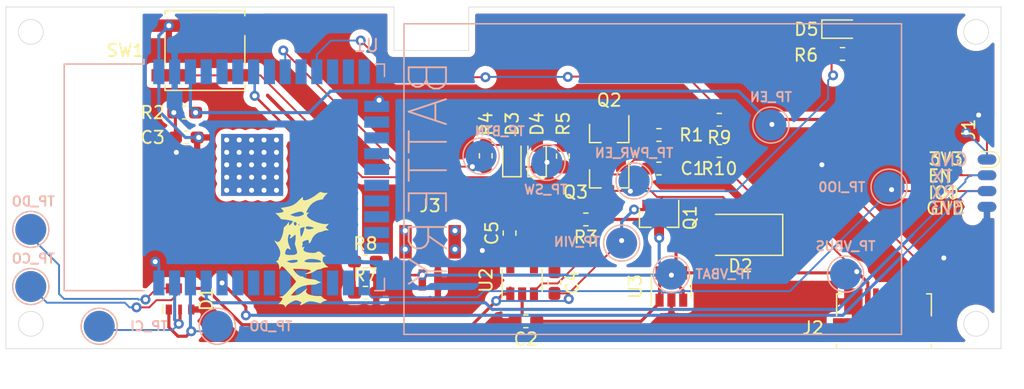
<source format=kicad_pcb>
(kicad_pcb (version 20171130) (host pcbnew 5.1.4-e60b266~84~ubuntu19.04.1)

  (general
    (thickness 1.6)
    (drawings 25)
    (tracks 319)
    (zones 0)
    (modules 43)
    (nets 22)
  )

  (page A4)
  (layers
    (0 F.Cu signal)
    (31 B.Cu signal)
    (32 B.Adhes user)
    (33 F.Adhes user)
    (34 B.Paste user)
    (35 F.Paste user)
    (36 B.SilkS user)
    (37 F.SilkS user)
    (38 B.Mask user)
    (39 F.Mask user)
    (40 Dwgs.User user)
    (41 Cmts.User user)
    (42 Eco1.User user)
    (43 Eco2.User user)
    (44 Edge.Cuts user)
    (45 Margin user)
    (46 B.CrtYd user)
    (47 F.CrtYd user)
    (48 B.Fab user)
    (49 F.Fab user)
  )

  (setup
    (last_trace_width 0.1524)
    (user_trace_width 0.1524)
    (user_trace_width 0.2)
    (trace_clearance 0.1524)
    (zone_clearance 0.508)
    (zone_45_only no)
    (trace_min 0.1524)
    (via_size 0.8)
    (via_drill 0.4)
    (via_min_size 0.4)
    (via_min_drill 0.3)
    (uvia_size 0.3)
    (uvia_drill 0.1)
    (uvias_allowed no)
    (uvia_min_size 0.2)
    (uvia_min_drill 0.1)
    (edge_width 0.05)
    (segment_width 0.2)
    (pcb_text_width 0.3)
    (pcb_text_size 1.5 1.5)
    (mod_edge_width 0.12)
    (mod_text_size 1 1)
    (mod_text_width 0.15)
    (pad_size 1.524 1.524)
    (pad_drill 0.762)
    (pad_to_mask_clearance 0.051)
    (solder_mask_min_width 0.25)
    (aux_axis_origin 0 0)
    (grid_origin 78.5 111.2)
    (visible_elements FFFFFF7F)
    (pcbplotparams
      (layerselection 0x010fc_ffffffff)
      (usegerberextensions false)
      (usegerberattributes false)
      (usegerberadvancedattributes false)
      (creategerberjobfile false)
      (excludeedgelayer true)
      (linewidth 0.100000)
      (plotframeref false)
      (viasonmask false)
      (mode 1)
      (useauxorigin false)
      (hpglpennumber 1)
      (hpglpenspeed 20)
      (hpglpendiameter 15.000000)
      (psnegative false)
      (psa4output false)
      (plotreference true)
      (plotvalue true)
      (plotinvisibletext false)
      (padsonsilk false)
      (subtractmaskfromsilk false)
      (outputformat 1)
      (mirror false)
      (drillshape 1)
      (scaleselection 1)
      (outputdirectory ""))
  )

  (net 0 "")
  (net 1 GND)
  (net 2 VUSB)
  (net 3 "Net-(D1-Pad6)")
  (net 4 "Net-(D1-Pad5)")
  (net 5 "Net-(D1-Pad2)")
  (net 6 "Net-(D1-Pad1)")
  (net 7 RX)
  (net 8 TX)
  (net 9 EN)
  (net 10 IO0)
  (net 11 +3V3)
  (net 12 VIN)
  (net 13 VBAT)
  (net 14 "Net-(C1-Pad2)")
  (net 15 "Net-(D3-Pad2)")
  (net 16 PWR_EN)
  (net 17 "Net-(D3-Pad1)")
  (net 18 BTN)
  (net 19 "Net-(D5-Pad2)")
  (net 20 "Net-(R7-Pad1)")
  (net 21 "Net-(R10-Pad1)")

  (net_class Default "This is the default net class."
    (clearance 0.1524)
    (trace_width 0.1524)
    (via_dia 0.8)
    (via_drill 0.4)
    (uvia_dia 0.3)
    (uvia_drill 0.1)
    (add_net +3V3)
    (add_net BTN)
    (add_net EN)
    (add_net GND)
    (add_net IO0)
    (add_net "Net-(C1-Pad2)")
    (add_net "Net-(D1-Pad1)")
    (add_net "Net-(D1-Pad2)")
    (add_net "Net-(D1-Pad5)")
    (add_net "Net-(D1-Pad6)")
    (add_net "Net-(D3-Pad1)")
    (add_net "Net-(D3-Pad2)")
    (add_net "Net-(D5-Pad2)")
    (add_net "Net-(J2-Pad2)")
    (add_net "Net-(J2-Pad3)")
    (add_net "Net-(J2-Pad4)")
    (add_net "Net-(R10-Pad1)")
    (add_net "Net-(R7-Pad1)")
    (add_net "Net-(U1-Pad10)")
    (add_net "Net-(U1-Pad12)")
    (add_net "Net-(U1-Pad13)")
    (add_net "Net-(U1-Pad14)")
    (add_net "Net-(U1-Pad16)")
    (add_net "Net-(U1-Pad17)")
    (add_net "Net-(U1-Pad18)")
    (add_net "Net-(U1-Pad19)")
    (add_net "Net-(U1-Pad20)")
    (add_net "Net-(U1-Pad21)")
    (add_net "Net-(U1-Pad22)")
    (add_net "Net-(U1-Pad23)")
    (add_net "Net-(U1-Pad24)")
    (add_net "Net-(U1-Pad26)")
    (add_net "Net-(U1-Pad27)")
    (add_net "Net-(U1-Pad28)")
    (add_net "Net-(U1-Pad29)")
    (add_net "Net-(U1-Pad30)")
    (add_net "Net-(U1-Pad31)")
    (add_net "Net-(U1-Pad32)")
    (add_net "Net-(U1-Pad33)")
    (add_net "Net-(U1-Pad4)")
    (add_net "Net-(U1-Pad5)")
    (add_net "Net-(U1-Pad6)")
    (add_net "Net-(U1-Pad8)")
    (add_net "Net-(U2-Pad4)")
    (add_net PWR_EN)
    (add_net RX)
    (add_net TX)
    (add_net VBAT)
    (add_net VIN)
    (add_net VUSB)
  )

  (module Resistor_SMD:R_0603_1608Metric_Pad1.05x0.95mm_HandSolder (layer F.Cu) (tedit 5B301BBD) (tstamp 5D8C4E02)
    (at 135.85 122.785 180)
    (descr "Resistor SMD 0603 (1608 Metric), square (rectangular) end terminal, IPC_7351 nominal with elongated pad for handsoldering. (Body size source: http://www.tortai-tech.com/upload/download/2011102023233369053.pdf), generated with kicad-footprint-generator")
    (tags "resistor handsolder")
    (path /5D8FE027)
    (attr smd)
    (fp_text reference R10 (at 0 -1.43) (layer F.SilkS)
      (effects (font (size 1 1) (thickness 0.15)))
    )
    (fp_text value 100k (at 0 1.43) (layer F.Fab)
      (effects (font (size 1 1) (thickness 0.15)))
    )
    (fp_text user %R (at 0 0) (layer F.Fab)
      (effects (font (size 0.4 0.4) (thickness 0.06)))
    )
    (fp_line (start 1.65 0.73) (end -1.65 0.73) (layer F.CrtYd) (width 0.05))
    (fp_line (start 1.65 -0.73) (end 1.65 0.73) (layer F.CrtYd) (width 0.05))
    (fp_line (start -1.65 -0.73) (end 1.65 -0.73) (layer F.CrtYd) (width 0.05))
    (fp_line (start -1.65 0.73) (end -1.65 -0.73) (layer F.CrtYd) (width 0.05))
    (fp_line (start -0.171267 0.51) (end 0.171267 0.51) (layer F.SilkS) (width 0.12))
    (fp_line (start -0.171267 -0.51) (end 0.171267 -0.51) (layer F.SilkS) (width 0.12))
    (fp_line (start 0.8 0.4) (end -0.8 0.4) (layer F.Fab) (width 0.1))
    (fp_line (start 0.8 -0.4) (end 0.8 0.4) (layer F.Fab) (width 0.1))
    (fp_line (start -0.8 -0.4) (end 0.8 -0.4) (layer F.Fab) (width 0.1))
    (fp_line (start -0.8 0.4) (end -0.8 -0.4) (layer F.Fab) (width 0.1))
    (pad 2 smd roundrect (at 0.875 0 180) (size 1.05 0.95) (layers F.Cu F.Paste F.Mask) (roundrect_rratio 0.25)
      (net 2 VUSB))
    (pad 1 smd roundrect (at -0.875 0 180) (size 1.05 0.95) (layers F.Cu F.Paste F.Mask) (roundrect_rratio 0.25)
      (net 21 "Net-(R10-Pad1)"))
    (model ${KISYS3DMOD}/Resistor_SMD.3dshapes/R_0603_1608Metric.wrl
      (at (xyz 0 0 0))
      (scale (xyz 1 1 1))
      (rotate (xyz 0 0 0))
    )
  )

  (module Resistor_SMD:R_0603_1608Metric_Pad1.05x0.95mm_HandSolder (layer F.Cu) (tedit 5B301BBD) (tstamp 5D8C4DF1)
    (at 135.85 120.275 180)
    (descr "Resistor SMD 0603 (1608 Metric), square (rectangular) end terminal, IPC_7351 nominal with elongated pad for handsoldering. (Body size source: http://www.tortai-tech.com/upload/download/2011102023233369053.pdf), generated with kicad-footprint-generator")
    (tags "resistor handsolder")
    (path /5D8FE01D)
    (attr smd)
    (fp_text reference R9 (at 0 -1.43) (layer F.SilkS)
      (effects (font (size 1 1) (thickness 0.15)))
    )
    (fp_text value 100k (at 0 1.43) (layer F.Fab)
      (effects (font (size 1 1) (thickness 0.15)))
    )
    (fp_text user %R (at 0 0) (layer F.Fab)
      (effects (font (size 0.4 0.4) (thickness 0.06)))
    )
    (fp_line (start 1.65 0.73) (end -1.65 0.73) (layer F.CrtYd) (width 0.05))
    (fp_line (start 1.65 -0.73) (end 1.65 0.73) (layer F.CrtYd) (width 0.05))
    (fp_line (start -1.65 -0.73) (end 1.65 -0.73) (layer F.CrtYd) (width 0.05))
    (fp_line (start -1.65 0.73) (end -1.65 -0.73) (layer F.CrtYd) (width 0.05))
    (fp_line (start -0.171267 0.51) (end 0.171267 0.51) (layer F.SilkS) (width 0.12))
    (fp_line (start -0.171267 -0.51) (end 0.171267 -0.51) (layer F.SilkS) (width 0.12))
    (fp_line (start 0.8 0.4) (end -0.8 0.4) (layer F.Fab) (width 0.1))
    (fp_line (start 0.8 -0.4) (end 0.8 0.4) (layer F.Fab) (width 0.1))
    (fp_line (start -0.8 -0.4) (end 0.8 -0.4) (layer F.Fab) (width 0.1))
    (fp_line (start -0.8 0.4) (end -0.8 -0.4) (layer F.Fab) (width 0.1))
    (pad 2 smd roundrect (at 0.875 0 180) (size 1.05 0.95) (layers F.Cu F.Paste F.Mask) (roundrect_rratio 0.25)
      (net 1 GND))
    (pad 1 smd roundrect (at -0.875 0 180) (size 1.05 0.95) (layers F.Cu F.Paste F.Mask) (roundrect_rratio 0.25)
      (net 21 "Net-(R10-Pad1)"))
    (model ${KISYS3DMOD}/Resistor_SMD.3dshapes/R_0603_1608Metric.wrl
      (at (xyz 0 0 0))
      (scale (xyz 1 1 1))
      (rotate (xyz 0 0 0))
    )
  )

  (module Resistor_SMD:R_0603_1608Metric_Pad1.05x0.95mm_HandSolder (layer F.Cu) (tedit 5B301BBD) (tstamp 5D8C39C0)
    (at 107.4 131.69)
    (descr "Resistor SMD 0603 (1608 Metric), square (rectangular) end terminal, IPC_7351 nominal with elongated pad for handsoldering. (Body size source: http://www.tortai-tech.com/upload/download/2011102023233369053.pdf), generated with kicad-footprint-generator")
    (tags "resistor handsolder")
    (path /5DD3EF8D)
    (attr smd)
    (fp_text reference R8 (at 0 -1.43) (layer F.SilkS)
      (effects (font (size 1 1) (thickness 0.15)))
    )
    (fp_text value 100k (at 0 1.43) (layer F.Fab)
      (effects (font (size 1 1) (thickness 0.15)))
    )
    (fp_text user %R (at 0 0) (layer F.Fab)
      (effects (font (size 0.4 0.4) (thickness 0.06)))
    )
    (fp_line (start 1.65 0.73) (end -1.65 0.73) (layer F.CrtYd) (width 0.05))
    (fp_line (start 1.65 -0.73) (end 1.65 0.73) (layer F.CrtYd) (width 0.05))
    (fp_line (start -1.65 -0.73) (end 1.65 -0.73) (layer F.CrtYd) (width 0.05))
    (fp_line (start -1.65 0.73) (end -1.65 -0.73) (layer F.CrtYd) (width 0.05))
    (fp_line (start -0.171267 0.51) (end 0.171267 0.51) (layer F.SilkS) (width 0.12))
    (fp_line (start -0.171267 -0.51) (end 0.171267 -0.51) (layer F.SilkS) (width 0.12))
    (fp_line (start 0.8 0.4) (end -0.8 0.4) (layer F.Fab) (width 0.1))
    (fp_line (start 0.8 -0.4) (end 0.8 0.4) (layer F.Fab) (width 0.1))
    (fp_line (start -0.8 -0.4) (end 0.8 -0.4) (layer F.Fab) (width 0.1))
    (fp_line (start -0.8 0.4) (end -0.8 -0.4) (layer F.Fab) (width 0.1))
    (pad 2 smd roundrect (at 0.875 0) (size 1.05 0.95) (layers F.Cu F.Paste F.Mask) (roundrect_rratio 0.25)
      (net 13 VBAT))
    (pad 1 smd roundrect (at -0.875 0) (size 1.05 0.95) (layers F.Cu F.Paste F.Mask) (roundrect_rratio 0.25)
      (net 20 "Net-(R7-Pad1)"))
    (model ${KISYS3DMOD}/Resistor_SMD.3dshapes/R_0603_1608Metric.wrl
      (at (xyz 0 0 0))
      (scale (xyz 1 1 1))
      (rotate (xyz 0 0 0))
    )
  )

  (module Resistor_SMD:R_0603_1608Metric_Pad1.05x0.95mm_HandSolder (layer F.Cu) (tedit 5B301BBD) (tstamp 5D8C39AF)
    (at 107.4 134.2)
    (descr "Resistor SMD 0603 (1608 Metric), square (rectangular) end terminal, IPC_7351 nominal with elongated pad for handsoldering. (Body size source: http://www.tortai-tech.com/upload/download/2011102023233369053.pdf), generated with kicad-footprint-generator")
    (tags "resistor handsolder")
    (path /5DD3E2C9)
    (attr smd)
    (fp_text reference R7 (at 0 -1.43) (layer F.SilkS)
      (effects (font (size 1 1) (thickness 0.15)))
    )
    (fp_text value 100k (at 0 1.43) (layer F.Fab)
      (effects (font (size 1 1) (thickness 0.15)))
    )
    (fp_text user %R (at 0 0) (layer F.Fab)
      (effects (font (size 0.4 0.4) (thickness 0.06)))
    )
    (fp_line (start 1.65 0.73) (end -1.65 0.73) (layer F.CrtYd) (width 0.05))
    (fp_line (start 1.65 -0.73) (end 1.65 0.73) (layer F.CrtYd) (width 0.05))
    (fp_line (start -1.65 -0.73) (end 1.65 -0.73) (layer F.CrtYd) (width 0.05))
    (fp_line (start -1.65 0.73) (end -1.65 -0.73) (layer F.CrtYd) (width 0.05))
    (fp_line (start -0.171267 0.51) (end 0.171267 0.51) (layer F.SilkS) (width 0.12))
    (fp_line (start -0.171267 -0.51) (end 0.171267 -0.51) (layer F.SilkS) (width 0.12))
    (fp_line (start 0.8 0.4) (end -0.8 0.4) (layer F.Fab) (width 0.1))
    (fp_line (start 0.8 -0.4) (end 0.8 0.4) (layer F.Fab) (width 0.1))
    (fp_line (start -0.8 -0.4) (end 0.8 -0.4) (layer F.Fab) (width 0.1))
    (fp_line (start -0.8 0.4) (end -0.8 -0.4) (layer F.Fab) (width 0.1))
    (pad 2 smd roundrect (at 0.875 0) (size 1.05 0.95) (layers F.Cu F.Paste F.Mask) (roundrect_rratio 0.25)
      (net 1 GND))
    (pad 1 smd roundrect (at -0.875 0) (size 1.05 0.95) (layers F.Cu F.Paste F.Mask) (roundrect_rratio 0.25)
      (net 20 "Net-(R7-Pad1)"))
    (model ${KISYS3DMOD}/Resistor_SMD.3dshapes/R_0603_1608Metric.wrl
      (at (xyz 0 0 0))
      (scale (xyz 1 1 1))
      (rotate (xyz 0 0 0))
    )
  )

  (module ricmohte:MRA2019 locked (layer F.Cu) (tedit 5D5E2BBA) (tstamp 5D5EBAD0)
    (at 103.8 131.5 90)
    (fp_text reference Ref** (at 0.5 0.5 270) (layer F.SilkS) hide
      (effects (font (size 1.27 1.27) (thickness 0.15)))
    )
    (fp_text value Val** (at 0.5 0.5 270) (layer F.SilkS) hide
      (effects (font (size 1.27 1.27) (thickness 0.15)))
    )
    (fp_poly (pts (xy -1.197666 2.441334) (xy -1.84865 2.441334) (xy -2.107905 2.442821) (xy -2.294839 2.448022)
      (xy -2.421758 2.458049) (xy -2.500967 2.474011) (xy -2.544771 2.497019) (xy -2.552333 2.504834)
      (xy -2.563444 2.528293) (xy -2.544826 2.545228) (xy -2.485933 2.556668) (xy -2.376219 2.563643)
      (xy -2.205139 2.567179) (xy -1.962149 2.568307) (xy -1.90135 2.568334) (xy -1.197666 2.568334)
      (xy -1.197666 3.245667) (xy -2.73225 3.245343) (xy -4.266832 3.24502) (xy -3.523583 2.50451)
      (xy -2.780332 1.764) (xy -2.306499 1.764) (xy -2.095986 1.762233) (xy -1.956763 1.755742)
      (xy -1.875503 1.742741) (xy -1.83888 1.721444) (xy -1.832666 1.7005) (xy -1.842049 1.68135)
      (xy -1.87617 1.666399) (xy -1.94399 1.65515) (xy -2.054469 1.647106) (xy -2.216567 1.64177)
      (xy -2.439244 1.638645) (xy -2.731462 1.637234) (xy -2.977447 1.637) (xy -4.122228 1.637)
      (xy -4.0975 0.980834) (xy -2.647583 0.969694) (xy -1.197666 0.958555) (xy -1.197666 2.441334)) (layer F.Mask) (width 0.01))
    (fp_poly (pts (xy 0.421584 0.969694) (xy 1.8715 0.980834) (xy 1.882775 2.11325) (xy 1.89405 3.245667)
      (xy -1.028333 3.245667) (xy -1.028333 1.637) (xy -0.393333 1.637) (xy -0.393333 2.568334)
      (xy 1.215334 2.568334) (xy 1.215334 1.637) (xy -0.393333 1.637) (xy -1.028333 1.637)
      (xy -1.028333 0.958555) (xy 0.421584 0.969694)) (layer F.Mask) (width 0.01))
    (fp_poly (pts (xy 2.697 3.245667) (xy 2.019667 3.245667) (xy 2.019667 1.656181) (xy 2.358334 1.3195)
      (xy 2.697 0.98282) (xy 2.697 3.245667)) (layer F.Mask) (width 0.01))
    (fp_poly (pts (xy 5.745 3.245667) (xy 2.824 3.245667) (xy 2.824 2.568334) (xy 3.945834 2.568334)
      (xy 4.287242 2.567799) (xy 4.553037 2.565855) (xy 4.752263 2.56199) (xy 4.893968 2.55569)
      (xy 4.9872 2.546444) (xy 5.041005 2.53374) (xy 5.06443 2.517066) (xy 5.067667 2.504834)
      (xy 5.05823 2.485508) (xy 5.023886 2.470464) (xy 4.95559 2.459187) (xy 4.844294 2.451165)
      (xy 4.680951 2.445888) (xy 4.456514 2.442843) (xy 4.161936 2.441517) (xy 3.945834 2.441334)
      (xy 2.824 2.441334) (xy 2.824 1.7005) (xy 3.501334 1.7005) (xy 3.511943 1.723171)
      (xy 3.55091 1.739847) (xy 3.628939 1.751394) (xy 3.756736 1.758682) (xy 3.945007 1.762578)
      (xy 4.204456 1.76395) (xy 4.2845 1.764) (xy 4.564112 1.76314) (xy 4.769775 1.75998)
      (xy 4.912194 1.753654) (xy 5.002075 1.743292) (xy 5.050124 1.728027) (xy 5.067045 1.70699)
      (xy 5.067667 1.7005) (xy 5.057057 1.677829) (xy 5.01809 1.661154) (xy 4.940061 1.649606)
      (xy 4.812264 1.642318) (xy 4.623994 1.638423) (xy 4.364545 1.637051) (xy 4.2845 1.637)
      (xy 4.004888 1.63786) (xy 3.799225 1.64102) (xy 3.656806 1.647347) (xy 3.566925 1.657709)
      (xy 3.518877 1.672974) (xy 3.501955 1.69401) (xy 3.501334 1.7005) (xy 2.824 1.7005)
      (xy 2.824 0.959667) (xy 5.745 0.959667) (xy 5.745 3.245667)) (layer F.Mask) (width 0.01))
    (fp_poly (pts (xy 1.490772 -3.663753) (xy 1.454728 -3.619583) (xy 1.384739 -3.495772) (xy 1.398113 -3.375249)
      (xy 1.493555 -3.262772) (xy 1.564584 -3.21509) (xy 1.745432 -3.130642) (xy 1.967571 -3.056036)
      (xy 2.194303 -3.001602) (xy 2.388931 -2.977666) (xy 2.4094 -2.977333) (xy 2.52935 -2.957329)
      (xy 2.621904 -2.883264) (xy 2.649844 -2.847802) (xy 2.755062 -2.733999) (xy 2.876647 -2.638394)
      (xy 2.880055 -2.636294) (xy 3.0145 -2.554316) (xy 2.879415 -2.554158) (xy 2.779067 -2.54377)
      (xy 2.722688 -2.518876) (xy 2.721922 -2.517742) (xy 2.740773 -2.477611) (xy 2.8045 -2.406869)
      (xy 2.890612 -2.326186) (xy 2.976615 -2.256235) (xy 3.040018 -2.217687) (xy 3.050958 -2.215333)
      (xy 3.073291 -2.253668) (xy 3.10259 -2.354185) (xy 3.134542 -2.495157) (xy 3.164834 -2.654854)
      (xy 3.189152 -2.811546) (xy 3.203185 -2.943506) (xy 3.205 -2.991405) (xy 3.213737 -3.118358)
      (xy 3.250025 -3.195331) (xy 3.321417 -3.251452) (xy 3.421952 -3.328643) (xy 3.535975 -3.436641)
      (xy 3.574787 -3.478571) (xy 3.711741 -3.6335) (xy 3.712606 -3.464166) (xy 3.724093 -3.307817)
      (xy 3.752707 -3.16021) (xy 3.792028 -3.04405) (xy 3.835637 -2.982044) (xy 3.850257 -2.977333)
      (xy 3.910706 -3.004452) (xy 3.996352 -3.071127) (xy 4.011463 -3.085207) (xy 4.124059 -3.193081)
      (xy 4.177205 -2.862957) (xy 4.237134 -2.557208) (xy 4.31278 -2.314035) (xy 4.414229 -2.111532)
      (xy 4.551568 -1.927796) (xy 4.661446 -1.811436) (xy 4.821046 -1.652401) (xy 4.92572 -1.54351)
      (xy 4.980915 -1.475547) (xy 4.99208 -1.4393) (xy 4.964663 -1.425552) (xy 4.904111 -1.42509)
      (xy 4.889487 -1.425736) (xy 4.794632 -1.422205) (xy 4.752592 -1.383029) (xy 4.736324 -1.286844)
      (xy 4.752543 -1.151914) (xy 4.815579 -0.970644) (xy 4.916745 -0.760624) (xy 5.04735 -0.539445)
      (xy 5.198705 -0.3247) (xy 5.233175 -0.280996) (xy 5.334098 -0.153362) (xy 5.389464 -0.069285)
      (xy 5.407172 -0.006667) (xy 5.395121 0.056593) (xy 5.373649 0.112012) (xy 5.33649 0.258951)
      (xy 5.329158 0.411675) (xy 5.329421 0.414565) (xy 5.34443 0.571947) (xy 5.140401 0.381102)
      (xy 5.028375 0.286708) (xy 4.934247 0.225843) (xy 4.880509 0.211693) (xy 4.841265 0.197176)
      (xy 4.813078 0.11234) (xy 4.799989 0.02494) (xy 4.72087 -0.30063) (xy 4.56762 -0.588581)
      (xy 4.3448 -0.832543) (xy 4.056969 -1.026146) (xy 4.042291 -1.03371) (xy 3.887021 -1.110089)
      (xy 3.793095 -1.145939) (xy 3.747786 -1.141748) (xy 3.738371 -1.098002) (xy 3.746139 -1.045065)
      (xy 3.767536 -0.93313) (xy 3.676768 -1.023898) (xy 3.581464 -1.096923) (xy 3.493667 -1.102573)
      (xy 3.392653 -1.038608) (xy 3.338147 -0.987301) (xy 3.217559 -0.831212) (xy 3.100403 -0.617305)
      (xy 2.994338 -0.367856) (xy 2.907022 -0.105144) (xy 2.846112 0.148552) (xy 2.819266 0.370955)
      (xy 2.825931 0.502874) (xy 2.85245 0.659914) (xy 2.702826 0.528543) (xy 2.553203 0.397172)
      (xy 2.444223 0.527712) (xy 2.335243 0.658253) (xy 2.334691 0.502043) (xy 2.313859 0.35302)
      (xy 2.264217 0.207105) (xy 2.26157 0.201746) (xy 2.213231 0.085243) (xy 2.189497 -0.012231)
      (xy 2.189 -0.022606) (xy 2.152493 -0.181535) (xy 2.054598 -0.351126) (xy 1.91275 -0.511142)
      (xy 1.744388 -0.641343) (xy 1.593928 -0.713299) (xy 1.459503 -0.769579) (xy 1.350291 -0.83525)
      (xy 1.319584 -0.862415) (xy 1.2755 -0.916928) (xy 1.287024 -0.940065) (xy 1.367068 -0.945262)
      (xy 1.399272 -0.945333) (xy 1.502207 -0.952392) (xy 1.545552 -0.984993) (xy 1.547608 -1.001514)
      (xy 2.401395 -1.001514) (xy 2.403377 -0.845439) (xy 2.443623 -0.668279) (xy 2.486529 -0.570049)
      (xy 2.526086 -0.55143) (xy 2.564695 -0.614021) (xy 2.604753 -0.759421) (xy 2.608907 -0.778464)
      (xy 2.643491 -0.964195) (xy 2.65088 -1.084385) (xy 2.630304 -1.15393) (xy 2.587884 -1.185284)
      (xy 2.497739 -1.186096) (xy 2.434212 -1.119953) (xy 2.401395 -1.001514) (xy 1.547608 -1.001514)
      (xy 1.554 -1.052853) (xy 1.534789 -1.158071) (xy 1.486844 -1.289405) (xy 1.468061 -1.328828)
      (xy 1.407079 -1.432612) (xy 1.357308 -1.470239) (xy 1.309311 -1.45946) (xy 1.211762 -1.443149)
      (xy 1.151834 -1.455676) (xy 1.045087 -1.485813) (xy 0.991594 -1.492691) (xy 0.940517 -1.481975)
      (xy 0.951824 -1.42932) (xy 0.959844 -1.413783) (xy 0.998766 -1.327176) (xy 0.984316 -1.304685)
      (xy 0.912637 -1.341745) (xy 0.903798 -1.347484) (xy 0.783929 -1.390917) (xy 0.68316 -1.353545)
      (xy 0.602874 -1.237355) (xy 0.544451 -1.044333) (xy 0.509576 -0.780441) (xy 0.499431 -0.597867)
      (xy 0.504546 -0.476384) (xy 0.527205 -0.39342) (xy 0.553277 -0.34823) (xy 0.619818 -0.196965)
      (xy 0.602494 -0.055538) (xy 0.501845 0.072874) (xy 0.478616 0.091564) (xy 0.379598 0.188423)
      (xy 0.313026 0.292188) (xy 0.304723 0.315968) (xy 0.27488 0.4305) (xy 0.234998 0.325862)
      (xy 0.186396 0.234381) (xy 0.144308 0.188927) (xy 0.077772 0.168099) (xy -0.020036 0.157866)
      (xy -0.11968 0.158246) (xy -0.19172 0.16926) (xy -0.208385 0.188684) (xy -0.22795 0.226215)
      (xy -0.303231 0.273011) (xy -0.312985 0.277459) (xy -0.419588 0.349803) (xy -0.521586 0.456953)
      (xy -0.537219 0.478607) (xy -0.636241 0.624331) (xy -0.656781 0.41057) (xy -0.682314 0.269881)
      (xy -0.723812 0.155361) (xy -0.746993 0.119821) (xy -0.795909 0.02439) (xy -0.817264 -0.099042)
      (xy -0.817291 -0.102) (xy -0.820566 -0.178809) (xy -0.835254 -0.247925) (xy -0.869774 -0.328962)
      (xy -0.932544 -0.441536) (xy -0.989946 -0.536046) (xy -0.265867 -0.536046) (xy -0.263779 -0.338578)
      (xy -0.257765 -0.168229) (xy -0.2488 -0.045404) (xy -0.239936 0.005532) (xy -0.199886 0.047454)
      (xy -0.147712 0.019312) (xy -0.092186 -0.066912) (xy -0.042081 -0.199235) (xy -0.017865 -0.297782)
      (xy 0.021916 -0.581212) (xy 0.02548 -0.839663) (xy -0.006562 -1.053188) (xy -0.044149 -1.154479)
      (xy -0.11099 -1.266266) (xy -0.16445 -1.309137) (xy -0.205512 -1.28035) (xy -0.235158 -1.177166)
      (xy -0.254371 -0.996845) (xy -0.264132 -0.736646) (xy -0.265867 -0.536046) (xy -0.989946 -0.536046)
      (xy -1.031985 -0.605259) (xy -1.036349 -0.612344) (xy -1.130421 -0.822753) (xy -1.175438 -1.03)
      (xy -1.200679 -1.262833) (xy -1.092804 -1.052747) (xy -1.025873 -0.928901) (xy -0.969077 -0.834998)
      (xy -0.944704 -0.802437) (xy -0.903301 -0.795867) (xy -0.867747 -0.866268) (xy -0.837687 -1.015474)
      (xy -0.812769 -1.245321) (xy -0.792641 -1.557641) (xy -0.791766 -1.575581) (xy 1.808 -1.575581)
      (xy 1.846006 -1.531386) (xy 1.946928 -1.47578) (xy 2.091122 -1.416117) (xy 2.258944 -1.359756)
      (xy 2.43075 -1.314053) (xy 2.577171 -1.287527) (xy 2.585385 -1.321038) (xy 2.571152 -1.408924)
      (xy 2.562654 -1.44275) (xy 2.527072 -1.55399) (xy 2.493408 -1.627844) (xy 2.487544 -1.635572)
      (xy 2.433613 -1.648738) (xy 2.324856 -1.650801) (xy 2.185631 -1.643914) (xy 2.040298 -1.630226)
      (xy 1.91322 -1.611888) (xy 1.828754 -1.59105) (xy 1.808 -1.575581) (xy -0.791766 -1.575581)
      (xy -0.790308 -1.605448) (xy -0.783494 -1.749666) (xy 2.718167 -1.749666) (xy 2.727289 -1.713039)
      (xy 2.755503 -1.707333) (xy 2.828645 -1.732172) (xy 2.845167 -1.749666) (xy 2.836045 -1.786294)
      (xy 2.80783 -1.792) (xy 2.734689 -1.767161) (xy 2.718167 -1.749666) (xy -0.783494 -1.749666)
      (xy -0.761013 -2.225441) (xy -0.856085 -2.17456) (xy -1.015988 -2.067795) (xy -1.164022 -1.931705)
      (xy -1.286457 -1.783686) (xy -1.369567 -1.641131) (xy -1.399624 -1.521436) (xy -1.395774 -1.490722)
      (xy -1.393028 -1.425802) (xy -1.4087 -1.411) (xy -1.452701 -1.372112) (xy -1.50025 -1.268226)
      (xy -1.545669 -1.118506) (xy -1.583282 -0.942114) (xy -1.607413 -0.758216) (xy -1.609342 -0.733666)
      (xy -1.62785 -0.569591) (xy -1.655416 -0.434078) (xy -1.686463 -0.353822) (xy -1.689548 -0.349859)
      (xy -1.740497 -0.267896) (xy -1.794659 -0.147899) (xy -1.806168 -0.117026) (xy -1.865288 0.0495)
      (xy -1.896347 -0.0775) (xy -1.942545 -0.209672) (xy -1.993141 -0.309357) (xy -2.039729 -0.447163)
      (xy -2.048781 -0.632142) (xy -2.054413 -0.849727) (xy -2.084888 -1.09603) (xy -2.134039 -1.334173)
      (xy -2.195699 -1.527277) (xy -2.200257 -1.538) (xy -2.276179 -1.705554) (xy -2.343868 -1.827664)
      (xy -2.423073 -1.931608) (xy -2.53354 -2.044664) (xy -2.636515 -2.140595) (xy -2.912166 -2.393517)
      (xy -2.924945 -2.17791) (xy -2.90875 -1.948308) (xy -2.828028 -1.724253) (xy -2.676727 -1.491684)
      (xy -2.579488 -1.375408) (xy -2.482234 -1.258294) (xy -2.414838 -1.162889) (xy -2.38236 -1.099869)
      (xy -2.389866 -1.07991) (xy -2.442417 -1.113689) (xy -2.464517 -1.132983) (xy -2.570786 -1.18958)
      (xy -2.675372 -1.163286) (xy -2.781069 -1.053298) (xy -2.790568 -1.03951) (xy -2.853929 -0.904515)
      (xy -2.908694 -0.714296) (xy -2.949174 -0.498245) (xy -2.969679 -0.285757) (xy -2.96698 -0.128062)
      (xy -2.964386 -0.003493) (xy -2.995416 0.075631) (xy -3.052743 0.130839) (xy -3.138421 0.224284)
      (xy -3.216358 0.349167) (xy -3.226951 0.371465) (xy -3.298266 0.530752) (xy -3.347829 0.345441)
      (xy -3.397246 0.212524) (xy -3.460721 0.104828) (xy -3.481216 0.082036) (xy -3.524555 0.037608)
      (xy -3.542881 -0.007083) (xy -3.536024 -0.075074) (xy -3.503816 -0.189405) (xy -3.478637 -0.269612)
      (xy -3.431007 -0.457994) (xy -3.398185 -0.658971) (xy -3.388802 -0.78529) (xy -3.393788 -0.932221)
      (xy -3.421071 -1.051679) (xy -3.481793 -1.179923) (xy -3.540351 -1.278504) (xy -3.618546 -1.415404)
      (xy -3.674247 -1.532415) (xy -3.695333 -1.603858) (xy -3.690039 -1.653071) (xy -3.659924 -1.644195)
      (xy -3.612243 -1.602927) (xy -3.530393 -1.553943) (xy -3.472098 -1.549626) (xy -3.424684 -1.603234)
      (xy -3.375852 -1.7112) (xy -3.335938 -1.844036) (xy -3.315278 -1.972253) (xy -3.314333 -1.999681)
      (xy -3.339904 -2.123864) (xy -3.407244 -2.281828) (xy -3.502292 -2.451071) (xy -3.610988 -2.609088)
      (xy -3.719272 -2.733377) (xy -3.813083 -2.801435) (xy -3.815972 -2.802537) (xy -3.879424 -2.832776)
      (xy -3.861291 -2.846529) (xy -3.854083 -2.846991) (xy -3.739269 -2.890961) (xy -3.654379 -2.998776)
      (xy -3.612756 -3.151252) (xy -3.610666 -3.19692) (xy -3.610666 -3.374174) (xy -3.49425 -3.265593)
      (xy -3.380526 -3.172633) (xy -3.266027 -3.099337) (xy -3.178918 -3.063221) (xy -3.166906 -3.062)
      (xy -3.13486 -3.096807) (xy -3.090588 -3.182037) (xy -3.08442 -3.196356) (xy -3.027928 -3.330712)
      (xy -2.99818 -3.154638) (xy -2.972984 -3.058029) (xy -2.924218 -2.967876) (xy -2.838337 -2.865395)
      (xy -2.701795 -2.731799) (xy -2.676012 -2.707826) (xy -2.499225 -2.548066) (xy -2.299551 -2.37355)
      (xy -2.115802 -2.218118) (xy -2.089575 -2.196546) (xy -1.795558 -1.956002) (xy -1.312259 -2.365082)
      (xy -0.301204 -2.365082) (xy -0.291392 -2.129044) (xy -0.259037 -1.996006) (xy -0.216613 -1.887206)
      (xy -0.166889 -1.844166) (xy -0.121453 -1.842928) (xy -0.073185 -1.858052) (xy -0.048412 -1.899302)
      (xy -0.04144 -1.987042) (xy -0.045335 -2.115124) (xy -0.061889 -2.293573) (xy -0.083078 -2.420021)
      (xy 0.3303 -2.420021) (xy 0.340325 -2.229937) (xy 0.366843 -2.07069) (xy 0.392603 -1.998311)
      (xy 0.441248 -1.918442) (xy 0.496466 -1.887585) (xy 0.590958 -1.892484) (xy 0.63602 -1.899636)
      (xy 0.784039 -1.933045) (xy 0.955711 -1.983842) (xy 1.029996 -2.009736) (xy 1.180664 -2.056857)
      (xy 1.288454 -2.06498) (xy 1.360835 -2.047013) (xy 1.450649 -2.026253) (xy 1.578709 -2.011888)
      (xy 1.7202 -2.004589) (xy 1.85031 -2.005032) (xy 1.909812 -2.010643) (xy 2.700693 -2.010643)
      (xy 2.743748 -1.957709) (xy 2.857444 -1.920849) (xy 2.950402 -1.954812) (xy 2.990031 -2.01425)
      (xy 2.992386 -2.029812) (xy 3.427416 -2.029812) (xy 3.436767 -1.764052) (xy 3.506547 -1.535264)
      (xy 3.579752 -1.394961) (xy 3.647455 -1.335993) (xy 3.716388 -1.355921) (xy 3.782421 -1.435261)
      (xy 3.821464 -1.51056) (xy 3.833647 -1.594095) (xy 3.821073 -1.715789) (xy 3.807559 -1.7928)
      (xy 3.763638 -1.974348) (xy 3.703166 -2.160293) (xy 3.668751 -2.244789) (xy 3.576176 -2.448166)
      (xy 3.497532 -2.278833) (xy 3.427416 -2.029812) (xy 2.992386 -2.029812) (xy 3.002524 -2.096786)
      (xy 2.950141 -2.145967) (xy 2.948671 -2.146676) (xy 2.855217 -2.162301) (xy 2.770183 -2.13326)
      (xy 2.712397 -2.076919) (xy 2.700693 -2.010643) (xy 1.909812 -2.010643) (xy 1.944225 -2.013888)
      (xy 1.977334 -2.030286) (xy 1.951239 -2.074209) (xy 1.884379 -2.157867) (xy 1.829167 -2.220908)
      (xy 1.73378 -2.339499) (xy 1.684247 -2.428091) (xy 1.682452 -2.4767) (xy 1.730278 -2.475343)
      (xy 1.787045 -2.444135) (xy 1.874596 -2.400385) (xy 1.937357 -2.413064) (xy 1.956379 -2.427176)
      (xy 2.012214 -2.491425) (xy 1.994459 -2.541096) (xy 1.898086 -2.588033) (xy 1.88635 -2.592192)
      (xy 1.643985 -2.637346) (xy 1.381301 -2.620702) (xy 1.13294 -2.544865) (xy 1.1095 -2.53377)
      (xy 0.976628 -2.47507) (xy 0.863887 -2.436704) (xy 0.817189 -2.428324) (xy 0.762732 -2.433173)
      (xy 0.77225 -2.464742) (xy 0.806606 -2.504417) (xy 0.861738 -2.592139) (xy 0.876667 -2.651496)
      (xy 0.83854 -2.722458) (xy 0.73981 -2.789929) (xy 0.603952 -2.840456) (xy 0.518928 -2.856514)
      (xy 0.424394 -2.854207) (xy 0.377244 -2.803786) (xy 0.364398 -2.765666) (xy 0.337935 -2.609184)
      (xy 0.3303 -2.420021) (xy -0.083078 -2.420021) (xy -0.091548 -2.470559) (xy -0.113797 -2.559624)
      (xy -0.170423 -2.7445) (xy -0.239545 -2.58711) (xy -0.301204 -2.365082) (xy -1.312259 -2.365082)
      (xy -1.265749 -2.404449) (xy -0.986918 -2.646578) (xy -0.778082 -2.841689) (xy -0.639311 -2.989709)
      (xy -0.570677 -3.090566) (xy -0.562666 -3.122074) (xy -0.595136 -3.158955) (xy -0.674892 -3.215957)
      (xy -0.690925 -3.22591) (xy -0.819184 -3.303908) (xy -0.595675 -3.329795) (xy -0.438848 -3.359508)
      (xy -0.329431 -3.415157) (xy -0.25575 -3.484675) (xy -0.182476 -3.560686) (xy -0.148357 -3.576231)
      (xy -0.139386 -3.536741) (xy -0.139333 -3.529824) (xy -0.107422 -3.451158) (xy -0.034203 -3.390257)
      (xy 0.04655 -3.370921) (xy 0.073208 -3.380041) (xy 0.111626 -3.376822) (xy 0.114667 -3.362531)
      (xy 0.151233 -3.324584) (xy 0.242596 -3.282181) (xy 0.279787 -3.269927) (xy 0.487976 -3.236753)
      (xy 0.700239 -3.265986) (xy 0.93075 -3.36122) (xy 1.138106 -3.487535) (xy 1.317043 -3.604608)
      (xy 1.43698 -3.673633) (xy 1.495646 -3.693664) (xy 1.490772 -3.663753)) (layer F.SilkS) (width 0.01))
  )

  (module TestPoint:TestPoint_Pad_D2.5mm (layer B.Cu) (tedit 5A0F774F) (tstamp 5D5E255D)
    (at 129 125.2)
    (descr "SMD pad as test Point, diameter 2.5mm")
    (tags "test point SMD pad")
    (path /5D83F8EF)
    (attr virtual)
    (fp_text reference TP12 (at 0 2.148) (layer B.Fab)
      (effects (font (size 1 1) (thickness 0.15)) (justify mirror))
    )
    (fp_text value TP_PWR_EN (at 0 -2.25) (layer B.SilkS)
      (effects (font (size 0.75 0.75) (thickness 0.15)) (justify mirror))
    )
    (fp_circle (center 0 0) (end 0 -1.45) (layer B.SilkS) (width 0.12))
    (fp_circle (center 0 0) (end 1.75 0) (layer B.CrtYd) (width 0.05))
    (fp_text user %R (at 0 2.15) (layer B.Fab)
      (effects (font (size 1 1) (thickness 0.15)) (justify mirror))
    )
    (pad 1 smd circle (at 0 0) (size 2.5 2.5) (layers B.Cu B.Mask)
      (net 16 PWR_EN))
  )

  (module TestPoint:TestPoint_Pad_D2.5mm (layer B.Cu) (tedit 5A0F774F) (tstamp 5D5E2555)
    (at 122 123.7)
    (descr "SMD pad as test Point, diameter 2.5mm")
    (tags "test point SMD pad")
    (path /5D846D97)
    (attr virtual)
    (fp_text reference TP11 (at 0 2.148) (layer B.Fab)
      (effects (font (size 1 1) (thickness 0.15)) (justify mirror))
    )
    (fp_text value TP_SW (at -0.1 2.2) (layer B.SilkS)
      (effects (font (size 0.75 0.75) (thickness 0.15)) (justify mirror))
    )
    (fp_circle (center 0 0) (end 0 -1.45) (layer B.SilkS) (width 0.12))
    (fp_circle (center 0 0) (end 1.75 0) (layer B.CrtYd) (width 0.05))
    (fp_text user %R (at 0 2.15) (layer B.Fab)
      (effects (font (size 1 1) (thickness 0.15)) (justify mirror))
    )
    (pad 1 smd circle (at 0 0) (size 2.5 2.5) (layers B.Cu B.Mask)
      (net 17 "Net-(D3-Pad1)"))
  )

  (module TestPoint:TestPoint_Pad_D2.5mm (layer B.Cu) (tedit 5A0F774F) (tstamp 5D5E254D)
    (at 128 130.2)
    (descr "SMD pad as test Point, diameter 2.5mm")
    (tags "test point SMD pad")
    (path /5D76F189)
    (attr virtual)
    (fp_text reference TP10 (at 0 2.148) (layer B.Fab)
      (effects (font (size 1 1) (thickness 0.15)) (justify mirror))
    )
    (fp_text value TP_VIN (at -3.6 -0.1) (layer B.SilkS)
      (effects (font (size 0.75 0.75) (thickness 0.15)) (justify mirror))
    )
    (fp_circle (center 0 0) (end 0 -1.45) (layer B.SilkS) (width 0.12))
    (fp_circle (center 0 0) (end 1.75 0) (layer B.CrtYd) (width 0.05))
    (fp_text user %R (at 0 2.15) (layer B.Fab)
      (effects (font (size 1 1) (thickness 0.15)) (justify mirror))
    )
    (pad 1 smd circle (at 0 0) (size 2.5 2.5) (layers B.Cu B.Mask)
      (net 12 VIN))
  )

  (module TestPoint:TestPoint_Pad_D2.5mm (layer B.Cu) (tedit 5A0F774F) (tstamp 5D5E2545)
    (at 132 132.7)
    (descr "SMD pad as test Point, diameter 2.5mm")
    (tags "test point SMD pad")
    (path /5D775FD2)
    (attr virtual)
    (fp_text reference TP9 (at 0 2.148) (layer B.Fab)
      (effects (font (size 1 1) (thickness 0.15)) (justify mirror))
    )
    (fp_text value TP_VBAT (at 4.2 0) (layer B.SilkS)
      (effects (font (size 0.75 0.75) (thickness 0.15)) (justify mirror))
    )
    (fp_circle (center 0 0) (end 0 -1.45) (layer B.SilkS) (width 0.12))
    (fp_circle (center 0 0) (end 1.75 0) (layer B.CrtYd) (width 0.05))
    (fp_text user %R (at 0 2.15) (layer B.Fab)
      (effects (font (size 1 1) (thickness 0.15)) (justify mirror))
    )
    (pad 1 smd circle (at 0 0) (size 2.5 2.5) (layers B.Cu B.Mask)
      (net 13 VBAT))
  )

  (module TestPoint:TestPoint_Pad_D2.5mm (layer B.Cu) (tedit 5A0F774F) (tstamp 5D5E253D)
    (at 146 132.7)
    (descr "SMD pad as test Point, diameter 2.5mm")
    (tags "test point SMD pad")
    (path /5D77526E)
    (attr virtual)
    (fp_text reference TP8 (at 0 2.148) (layer B.Fab)
      (effects (font (size 1 1) (thickness 0.15)) (justify mirror))
    )
    (fp_text value TP_VBUS (at 0 -2.25) (layer B.SilkS)
      (effects (font (size 0.75 0.75) (thickness 0.15)) (justify mirror))
    )
    (fp_circle (center 0 0) (end 0 -1.45) (layer B.SilkS) (width 0.12))
    (fp_circle (center 0 0) (end 1.75 0) (layer B.CrtYd) (width 0.05))
    (fp_text user %R (at 0 2.15) (layer B.Fab)
      (effects (font (size 1 1) (thickness 0.15)) (justify mirror))
    )
    (pad 1 smd circle (at 0 0) (size 2.5 2.5) (layers B.Cu B.Mask)
      (net 2 VUSB))
  )

  (module TestPoint:TestPoint_Pad_D2.5mm (layer B.Cu) (tedit 5A0F774F) (tstamp 5D5E2535)
    (at 80.5 133.7)
    (descr "SMD pad as test Point, diameter 2.5mm")
    (tags "test point SMD pad")
    (path /5D63E9C0)
    (attr virtual)
    (fp_text reference TP7 (at 0 2.148) (layer B.Fab)
      (effects (font (size 1 1) (thickness 0.15)) (justify mirror))
    )
    (fp_text value TP_CO (at 0.2 -2.25) (layer B.SilkS)
      (effects (font (size 0.75 0.75) (thickness 0.15)) (justify mirror))
    )
    (fp_circle (center 0 0) (end 0 -1.45) (layer B.SilkS) (width 0.12))
    (fp_circle (center 0 0) (end 1.75 0) (layer B.CrtYd) (width 0.05))
    (fp_text user %R (at 0 2.15) (layer B.Fab)
      (effects (font (size 1 1) (thickness 0.15)) (justify mirror))
    )
    (pad 1 smd circle (at 0 0) (size 2.5 2.5) (layers B.Cu B.Mask)
      (net 4 "Net-(D1-Pad5)"))
  )

  (module TestPoint:TestPoint_Pad_D2.5mm (layer B.Cu) (tedit 5A0F774F) (tstamp 5D5E252D)
    (at 80.5 129.1)
    (descr "SMD pad as test Point, diameter 2.5mm")
    (tags "test point SMD pad")
    (path /5D645938)
    (attr virtual)
    (fp_text reference TP6 (at 0 2.148) (layer B.Fab)
      (effects (font (size 1 1) (thickness 0.15)) (justify mirror))
    )
    (fp_text value TP_DO (at 0.2 -2.25) (layer B.SilkS)
      (effects (font (size 0.75 0.75) (thickness 0.15)) (justify mirror))
    )
    (fp_circle (center 0 0) (end 0 -1.45) (layer B.SilkS) (width 0.12))
    (fp_circle (center 0 0) (end 1.75 0) (layer B.CrtYd) (width 0.05))
    (fp_text user %R (at 0 2.15) (layer B.Fab)
      (effects (font (size 1 1) (thickness 0.15)) (justify mirror))
    )
    (pad 1 smd circle (at 0 0) (size 2.5 2.5) (layers B.Cu B.Mask)
      (net 3 "Net-(D1-Pad6)"))
  )

  (module TestPoint:TestPoint_Pad_D2.5mm (layer B.Cu) (tedit 5A0F774F) (tstamp 5D5E2525)
    (at 86 136.9)
    (descr "SMD pad as test Point, diameter 2.5mm")
    (tags "test point SMD pad")
    (path /5D64A19B)
    (attr virtual)
    (fp_text reference TP5 (at 0 2.148) (layer B.Fab)
      (effects (font (size 1 1) (thickness 0.15)) (justify mirror))
    )
    (fp_text value TP_CI (at 4 0) (layer B.SilkS)
      (effects (font (size 0.75 0.75) (thickness 0.15)) (justify mirror))
    )
    (fp_circle (center 0 0) (end 0 -1.45) (layer B.SilkS) (width 0.12))
    (fp_circle (center 0 0) (end 1.75 0) (layer B.CrtYd) (width 0.05))
    (fp_text user %R (at 0 2.15) (layer B.Fab)
      (effects (font (size 1 1) (thickness 0.15)) (justify mirror))
    )
    (pad 1 smd circle (at 0 0) (size 2.5 2.5) (layers B.Cu B.Mask)
      (net 5 "Net-(D1-Pad2)"))
  )

  (module TestPoint:TestPoint_Pad_D2.5mm (layer B.Cu) (tedit 5A0F774F) (tstamp 5D5E251D)
    (at 95.5 136.9)
    (descr "SMD pad as test Point, diameter 2.5mm")
    (tags "test point SMD pad")
    (path /5D64AF69)
    (attr virtual)
    (fp_text reference TP4 (at 0 2.148) (layer B.Fab)
      (effects (font (size 1 1) (thickness 0.15)) (justify mirror))
    )
    (fp_text value TP_DO (at 4.3 0) (layer B.SilkS)
      (effects (font (size 0.75 0.75) (thickness 0.15)) (justify mirror))
    )
    (fp_circle (center 0 0) (end 0 -1.45) (layer B.SilkS) (width 0.12))
    (fp_circle (center 0 0) (end 1.75 0) (layer B.CrtYd) (width 0.05))
    (fp_text user %R (at 0 2.15) (layer B.Fab)
      (effects (font (size 1 1) (thickness 0.15)) (justify mirror))
    )
    (pad 1 smd circle (at 0 0) (size 2.5 2.5) (layers B.Cu B.Mask)
      (net 6 "Net-(D1-Pad1)"))
  )

  (module TestPoint:TestPoint_Pad_D2.5mm (layer B.Cu) (tedit 5A0F774F) (tstamp 5D5E2515)
    (at 116.7 123.2)
    (descr "SMD pad as test Point, diameter 2.5mm")
    (tags "test point SMD pad")
    (path /5D65BB9A)
    (attr virtual)
    (fp_text reference TP3 (at 0 2.148) (layer B.Fab)
      (effects (font (size 1 1) (thickness 0.15)) (justify mirror))
    )
    (fp_text value TP_BTN (at 1.5 -2) (layer B.SilkS)
      (effects (font (size 0.75 0.75) (thickness 0.15)) (justify mirror))
    )
    (fp_circle (center 0 0) (end 0 -1.45) (layer B.SilkS) (width 0.12))
    (fp_circle (center 0 0) (end 1.75 0) (layer B.CrtYd) (width 0.05))
    (fp_text user %R (at 0 2.15) (layer B.Fab)
      (effects (font (size 1 1) (thickness 0.15)) (justify mirror))
    )
    (pad 1 smd circle (at 0 0) (size 2.5 2.5) (layers B.Cu B.Mask)
      (net 18 BTN))
  )

  (module TestPoint:TestPoint_Pad_D2.5mm (layer B.Cu) (tedit 5A0F774F) (tstamp 5D5E250D)
    (at 149.5 125.7)
    (descr "SMD pad as test Point, diameter 2.5mm")
    (tags "test point SMD pad")
    (path /5D64C1A9)
    (attr virtual)
    (fp_text reference TP2 (at 0 2.148) (layer B.Fab)
      (effects (font (size 1 1) (thickness 0.15)) (justify mirror))
    )
    (fp_text value TP_IO0 (at -3.8 0) (layer B.SilkS)
      (effects (font (size 0.75 0.75) (thickness 0.15)) (justify mirror))
    )
    (fp_circle (center 0 0) (end 0 -1.45) (layer B.SilkS) (width 0.12))
    (fp_circle (center 0 0) (end 1.75 0) (layer B.CrtYd) (width 0.05))
    (fp_text user %R (at 0 2.15) (layer B.Fab)
      (effects (font (size 1 1) (thickness 0.15)) (justify mirror))
    )
    (pad 1 smd circle (at 0 0) (size 2.5 2.5) (layers B.Cu B.Mask)
      (net 10 IO0))
  )

  (module TestPoint:TestPoint_Pad_D2.5mm (layer B.Cu) (tedit 5A0F774F) (tstamp 5D5E2505)
    (at 140 120.7)
    (descr "SMD pad as test Point, diameter 2.5mm")
    (tags "test point SMD pad")
    (path /5D65161E)
    (attr virtual)
    (fp_text reference TP1 (at 0 2.148) (layer B.Fab)
      (effects (font (size 1 1) (thickness 0.15)) (justify mirror))
    )
    (fp_text value TP_EN (at 0 -2.25) (layer B.SilkS)
      (effects (font (size 0.75 0.75) (thickness 0.15)) (justify mirror))
    )
    (fp_circle (center 0 0) (end 0 -1.45) (layer B.SilkS) (width 0.12))
    (fp_circle (center 0 0) (end 1.75 0) (layer B.CrtYd) (width 0.05))
    (fp_text user %R (at 0 2.15) (layer B.Fab)
      (effects (font (size 1 1) (thickness 0.15)) (justify mirror))
    )
    (pad 1 smd circle (at 0 0) (size 2.5 2.5) (layers B.Cu B.Mask)
      (net 9 EN))
  )

  (module RF_Module:ESP32-WROOM-32 (layer B.Cu) (tedit 5B5B4654) (tstamp 5CE50203)
    (at 99.05 124.91 270)
    (descr "Single 2.4 GHz Wi-Fi and Bluetooth combo chip https://www.espressif.com/sites/default/files/documentation/esp32-wroom-32_datasheet_en.pdf")
    (tags "Single 2.4 GHz Wi-Fi and Bluetooth combo  chip")
    (path /5CE4A36D)
    (attr smd)
    (fp_text reference U1 (at -10.61 -8.43 180) (layer B.SilkS)
      (effects (font (size 1 1) (thickness 0.15)) (justify mirror))
    )
    (fp_text value ESP32-WROOM-32 (at 0 -11.5 90) (layer B.Fab)
      (effects (font (size 1 1) (thickness 0.15)) (justify mirror))
    )
    (fp_line (start -9.12 9.445) (end -9.5 9.445) (layer B.SilkS) (width 0.12))
    (fp_line (start -9.12 15.865) (end -9.12 9.445) (layer B.SilkS) (width 0.12))
    (fp_line (start 9.12 15.865) (end 9.12 9.445) (layer B.SilkS) (width 0.12))
    (fp_line (start -9.12 15.865) (end 9.12 15.865) (layer B.SilkS) (width 0.12))
    (fp_line (start 9.12 -9.88) (end 8.12 -9.88) (layer B.SilkS) (width 0.12))
    (fp_line (start 9.12 -9.1) (end 9.12 -9.88) (layer B.SilkS) (width 0.12))
    (fp_line (start -9.12 -9.88) (end -8.12 -9.88) (layer B.SilkS) (width 0.12))
    (fp_line (start -9.12 -9.1) (end -9.12 -9.88) (layer B.SilkS) (width 0.12))
    (fp_line (start 8.4 20.6) (end 8.2 20.4) (layer Cmts.User) (width 0.1))
    (fp_line (start 8.4 16) (end 8.4 20.6) (layer Cmts.User) (width 0.1))
    (fp_line (start 8.4 20.6) (end 8.6 20.4) (layer Cmts.User) (width 0.1))
    (fp_line (start 8.4 16) (end 8.6 16.2) (layer Cmts.User) (width 0.1))
    (fp_line (start 8.4 16) (end 8.2 16.2) (layer Cmts.User) (width 0.1))
    (fp_line (start -9.2 13.875) (end -9.4 14.075) (layer Cmts.User) (width 0.1))
    (fp_line (start -13.8 13.875) (end -9.2 13.875) (layer Cmts.User) (width 0.1))
    (fp_line (start -9.2 13.875) (end -9.4 13.675) (layer Cmts.User) (width 0.1))
    (fp_line (start -13.8 13.875) (end -13.6 13.675) (layer Cmts.User) (width 0.1))
    (fp_line (start -13.8 13.875) (end -13.6 14.075) (layer Cmts.User) (width 0.1))
    (fp_line (start 9.2 13.875) (end 9.4 13.675) (layer Cmts.User) (width 0.1))
    (fp_line (start 9.2 13.875) (end 9.4 14.075) (layer Cmts.User) (width 0.1))
    (fp_line (start 13.8 13.875) (end 13.6 13.675) (layer Cmts.User) (width 0.1))
    (fp_line (start 13.8 13.875) (end 13.6 14.075) (layer Cmts.User) (width 0.1))
    (fp_line (start 9.2 13.875) (end 13.8 13.875) (layer Cmts.User) (width 0.1))
    (fp_line (start 14 11.585) (end 12 9.97) (layer Dwgs.User) (width 0.1))
    (fp_line (start 14 13.2) (end 10 9.97) (layer Dwgs.User) (width 0.1))
    (fp_line (start 14 14.815) (end 8 9.97) (layer Dwgs.User) (width 0.1))
    (fp_line (start 14 16.43) (end 6 9.97) (layer Dwgs.User) (width 0.1))
    (fp_line (start 14 18.045) (end 4 9.97) (layer Dwgs.User) (width 0.1))
    (fp_line (start 14 19.66) (end 2 9.97) (layer Dwgs.User) (width 0.1))
    (fp_line (start 13.475 20.75) (end 0 9.97) (layer Dwgs.User) (width 0.1))
    (fp_line (start 11.475 20.75) (end -2 9.97) (layer Dwgs.User) (width 0.1))
    (fp_line (start 9.475 20.75) (end -4 9.97) (layer Dwgs.User) (width 0.1))
    (fp_line (start 7.475 20.75) (end -6 9.97) (layer Dwgs.User) (width 0.1))
    (fp_line (start -8 9.97) (end 5.475 20.75) (layer Dwgs.User) (width 0.1))
    (fp_line (start 3.475 20.75) (end -10 9.97) (layer Dwgs.User) (width 0.1))
    (fp_line (start 1.475 20.75) (end -12 9.97) (layer Dwgs.User) (width 0.1))
    (fp_line (start -0.525 20.75) (end -14 9.97) (layer Dwgs.User) (width 0.1))
    (fp_line (start -2.525 20.75) (end -14 11.585) (layer Dwgs.User) (width 0.1))
    (fp_line (start -4.525 20.75) (end -14 13.2) (layer Dwgs.User) (width 0.1))
    (fp_line (start -6.525 20.75) (end -14 14.815) (layer Dwgs.User) (width 0.1))
    (fp_line (start -8.525 20.75) (end -14 16.43) (layer Dwgs.User) (width 0.1))
    (fp_line (start -10.525 20.75) (end -14 18.045) (layer Dwgs.User) (width 0.1))
    (fp_line (start -12.525 20.75) (end -14 19.66) (layer Dwgs.User) (width 0.1))
    (fp_line (start 9.75 9.72) (end 14.25 9.72) (layer B.CrtYd) (width 0.05))
    (fp_line (start -14.25 9.72) (end -9.75 9.72) (layer B.CrtYd) (width 0.05))
    (fp_line (start 14.25 21) (end 14.25 9.72) (layer B.CrtYd) (width 0.05))
    (fp_line (start -14.25 21) (end -14.25 9.72) (layer B.CrtYd) (width 0.05))
    (fp_line (start 14 20.75) (end -14 20.75) (layer Dwgs.User) (width 0.1))
    (fp_line (start 14 9.97) (end 14 20.75) (layer Dwgs.User) (width 0.1))
    (fp_line (start 14 9.97) (end -14 9.97) (layer Dwgs.User) (width 0.1))
    (fp_line (start -9 9.02) (end -8.5 9.52) (layer B.Fab) (width 0.1))
    (fp_line (start -8.5 9.52) (end -9 10.02) (layer B.Fab) (width 0.1))
    (fp_line (start -9 9.02) (end -9 -9.76) (layer B.Fab) (width 0.1))
    (fp_line (start -14.25 21) (end 14.25 21) (layer B.CrtYd) (width 0.05))
    (fp_line (start 9.75 9.72) (end 9.75 -10.5) (layer B.CrtYd) (width 0.05))
    (fp_line (start -9.75 -10.5) (end 9.75 -10.5) (layer B.CrtYd) (width 0.05))
    (fp_line (start -9.75 -10.5) (end -9.75 9.72) (layer B.CrtYd) (width 0.05))
    (fp_line (start -9 15.745) (end 9 15.745) (layer B.Fab) (width 0.1))
    (fp_line (start -9 15.745) (end -9 10.02) (layer B.Fab) (width 0.1))
    (fp_line (start -9 -9.76) (end 9 -9.76) (layer B.Fab) (width 0.1))
    (fp_line (start 9 -9.76) (end 9 15.745) (layer B.Fab) (width 0.1))
    (fp_line (start -14 9.97) (end -14 20.75) (layer Dwgs.User) (width 0.1))
    (fp_text user "5 mm" (at 7.8 19.075 180) (layer Cmts.User)
      (effects (font (size 0.5 0.5) (thickness 0.1)))
    )
    (fp_text user "5 mm" (at -11.2 14.375 90) (layer Cmts.User)
      (effects (font (size 0.5 0.5) (thickness 0.1)))
    )
    (fp_text user "5 mm" (at 11.8 14.375 90) (layer Cmts.User)
      (effects (font (size 0.5 0.5) (thickness 0.1)))
    )
    (fp_text user Antenna (at 0 13 90) (layer Cmts.User)
      (effects (font (size 1 1) (thickness 0.15)))
    )
    (fp_text user "KEEP-OUT ZONE" (at 0 19 90) (layer Cmts.User)
      (effects (font (size 1 1) (thickness 0.15)))
    )
    (fp_text user %R (at 0 0 90) (layer B.Fab)
      (effects (font (size 1 1) (thickness 0.15)) (justify mirror))
    )
    (pad 38 smd rect (at 8.5 8.255 270) (size 2 0.9) (layers B.Cu B.Paste B.Mask)
      (net 1 GND))
    (pad 37 smd rect (at 8.5 6.985 270) (size 2 0.9) (layers B.Cu B.Paste B.Mask)
      (net 5 "Net-(D1-Pad2)"))
    (pad 36 smd rect (at 8.5 5.715 270) (size 2 0.9) (layers B.Cu B.Paste B.Mask)
      (net 6 "Net-(D1-Pad1)"))
    (pad 35 smd rect (at 8.5 4.445 270) (size 2 0.9) (layers B.Cu B.Paste B.Mask)
      (net 8 TX))
    (pad 34 smd rect (at 8.5 3.175 270) (size 2 0.9) (layers B.Cu B.Paste B.Mask)
      (net 7 RX))
    (pad 33 smd rect (at 8.5 1.905 270) (size 2 0.9) (layers B.Cu B.Paste B.Mask))
    (pad 32 smd rect (at 8.5 0.635 270) (size 2 0.9) (layers B.Cu B.Paste B.Mask))
    (pad 31 smd rect (at 8.5 -0.635 270) (size 2 0.9) (layers B.Cu B.Paste B.Mask))
    (pad 30 smd rect (at 8.5 -1.905 270) (size 2 0.9) (layers B.Cu B.Paste B.Mask))
    (pad 29 smd rect (at 8.5 -3.175 270) (size 2 0.9) (layers B.Cu B.Paste B.Mask))
    (pad 28 smd rect (at 8.5 -4.445 270) (size 2 0.9) (layers B.Cu B.Paste B.Mask))
    (pad 27 smd rect (at 8.5 -5.715 270) (size 2 0.9) (layers B.Cu B.Paste B.Mask))
    (pad 26 smd rect (at 8.5 -6.985 270) (size 2 0.9) (layers B.Cu B.Paste B.Mask))
    (pad 25 smd rect (at 8.5 -8.255 270) (size 2 0.9) (layers B.Cu B.Paste B.Mask)
      (net 10 IO0))
    (pad 24 smd rect (at 5.715 -9.255 180) (size 2 0.9) (layers B.Cu B.Paste B.Mask))
    (pad 23 smd rect (at 4.445 -9.255 180) (size 2 0.9) (layers B.Cu B.Paste B.Mask))
    (pad 22 smd rect (at 3.175 -9.255 180) (size 2 0.9) (layers B.Cu B.Paste B.Mask))
    (pad 21 smd rect (at 1.905 -9.255 180) (size 2 0.9) (layers B.Cu B.Paste B.Mask))
    (pad 20 smd rect (at 0.635 -9.255 180) (size 2 0.9) (layers B.Cu B.Paste B.Mask))
    (pad 19 smd rect (at -0.635 -9.255 180) (size 2 0.9) (layers B.Cu B.Paste B.Mask))
    (pad 18 smd rect (at -1.905 -9.255 180) (size 2 0.9) (layers B.Cu B.Paste B.Mask))
    (pad 17 smd rect (at -3.175 -9.255 180) (size 2 0.9) (layers B.Cu B.Paste B.Mask))
    (pad 16 smd rect (at -4.445 -9.255 180) (size 2 0.9) (layers B.Cu B.Paste B.Mask))
    (pad 15 smd rect (at -5.715 -9.255 180) (size 2 0.9) (layers B.Cu B.Paste B.Mask)
      (net 1 GND))
    (pad 14 smd rect (at -8.5 -8.255 270) (size 2 0.9) (layers B.Cu B.Paste B.Mask))
    (pad 13 smd rect (at -8.5 -6.985 270) (size 2 0.9) (layers B.Cu B.Paste B.Mask))
    (pad 12 smd rect (at -8.5 -5.715 270) (size 2 0.9) (layers B.Cu B.Paste B.Mask))
    (pad 11 smd rect (at -8.5 -4.445 270) (size 2 0.9) (layers B.Cu B.Paste B.Mask)
      (net 21 "Net-(R10-Pad1)"))
    (pad 10 smd rect (at -8.5 -3.175 270) (size 2 0.9) (layers B.Cu B.Paste B.Mask))
    (pad 9 smd rect (at -8.5 -1.905 270) (size 2 0.9) (layers B.Cu B.Paste B.Mask)
      (net 18 BTN))
    (pad 8 smd rect (at -8.5 -0.635 270) (size 2 0.9) (layers B.Cu B.Paste B.Mask))
    (pad 7 smd rect (at -8.5 0.635 270) (size 2 0.9) (layers B.Cu B.Paste B.Mask)
      (net 20 "Net-(R7-Pad1)"))
    (pad 6 smd rect (at -8.5 1.905 270) (size 2 0.9) (layers B.Cu B.Paste B.Mask))
    (pad 5 smd rect (at -8.5 3.175 270) (size 2 0.9) (layers B.Cu B.Paste B.Mask))
    (pad 4 smd rect (at -8.5 4.445 270) (size 2 0.9) (layers B.Cu B.Paste B.Mask))
    (pad 3 smd rect (at -8.5 5.715 270) (size 2 0.9) (layers B.Cu B.Paste B.Mask)
      (net 9 EN))
    (pad 2 smd rect (at -8.5 6.985 270) (size 2 0.9) (layers B.Cu B.Paste B.Mask)
      (net 11 +3V3))
    (pad 1 smd rect (at -8.5 8.255 270) (size 2 0.9) (layers B.Cu B.Paste B.Mask)
      (net 1 GND))
    (pad 39 smd rect (at -1 0.755 270) (size 5 5) (layers B.Cu B.Paste B.Mask))
    (model ${KISYS3DMOD}/RF_Module.3dshapes/ESP32-WROOM-32.wrl
      (at (xyz 0 0 0))
      (scale (xyz 1 1 1))
      (rotate (xyz 0 0 0))
    )
  )

  (module Package_TO_SOT_SMD:SOT-23 (layer F.Cu) (tedit 5A02FF57) (tstamp 5D564A7F)
    (at 127 125 270)
    (descr "SOT-23, Standard")
    (tags SOT-23)
    (path /5D61FEAB)
    (attr smd)
    (fp_text reference Q3 (at 1.1 2.7 180) (layer F.SilkS)
      (effects (font (size 1 1) (thickness 0.15)))
    )
    (fp_text value DMG2305UX-13 (at 0 2.5 90) (layer F.Fab)
      (effects (font (size 1 1) (thickness 0.15)))
    )
    (fp_line (start 0.76 1.58) (end -0.7 1.58) (layer F.SilkS) (width 0.12))
    (fp_line (start 0.76 -1.58) (end -1.4 -1.58) (layer F.SilkS) (width 0.12))
    (fp_line (start -1.7 1.75) (end -1.7 -1.75) (layer F.CrtYd) (width 0.05))
    (fp_line (start 1.7 1.75) (end -1.7 1.75) (layer F.CrtYd) (width 0.05))
    (fp_line (start 1.7 -1.75) (end 1.7 1.75) (layer F.CrtYd) (width 0.05))
    (fp_line (start -1.7 -1.75) (end 1.7 -1.75) (layer F.CrtYd) (width 0.05))
    (fp_line (start 0.76 -1.58) (end 0.76 -0.65) (layer F.SilkS) (width 0.12))
    (fp_line (start 0.76 1.58) (end 0.76 0.65) (layer F.SilkS) (width 0.12))
    (fp_line (start -0.7 1.52) (end 0.7 1.52) (layer F.Fab) (width 0.1))
    (fp_line (start 0.7 -1.52) (end 0.7 1.52) (layer F.Fab) (width 0.1))
    (fp_line (start -0.7 -0.95) (end -0.15 -1.52) (layer F.Fab) (width 0.1))
    (fp_line (start -0.15 -1.52) (end 0.7 -1.52) (layer F.Fab) (width 0.1))
    (fp_line (start -0.7 -0.95) (end -0.7 1.5) (layer F.Fab) (width 0.1))
    (fp_text user %R (at 0 0) (layer F.Fab)
      (effects (font (size 0.5 0.5) (thickness 0.075)))
    )
    (pad 3 smd rect (at 1 0 270) (size 0.9 0.8) (layers F.Cu F.Paste F.Mask)
      (net 16 PWR_EN))
    (pad 2 smd rect (at -1 0.95 270) (size 0.9 0.8) (layers F.Cu F.Paste F.Mask)
      (net 12 VIN))
    (pad 1 smd rect (at -1 -0.95 270) (size 0.9 0.8) (layers F.Cu F.Paste F.Mask)
      (net 14 "Net-(C1-Pad2)"))
    (model ${KISYS3DMOD}/Package_TO_SOT_SMD.3dshapes/SOT-23.wrl
      (at (xyz 0 0 0))
      (scale (xyz 1 1 1))
      (rotate (xyz 0 0 0))
    )
  )

  (module Package_TO_SOT_SMD:SOT-23 (layer F.Cu) (tedit 5A02FF57) (tstamp 5CE83B8D)
    (at 131.01 128.17 270)
    (descr "SOT-23, Standard")
    (tags SOT-23)
    (path /5CE89340)
    (attr smd)
    (fp_text reference Q1 (at 0 -2.5 90) (layer F.SilkS)
      (effects (font (size 1 1) (thickness 0.15)))
    )
    (fp_text value BSS83P (at 0 2.5 90) (layer F.Fab)
      (effects (font (size 1 1) (thickness 0.15)))
    )
    (fp_line (start 0.76 1.58) (end -0.7 1.58) (layer F.SilkS) (width 0.12))
    (fp_line (start 0.76 -1.58) (end -1.4 -1.58) (layer F.SilkS) (width 0.12))
    (fp_line (start -1.7 1.75) (end -1.7 -1.75) (layer F.CrtYd) (width 0.05))
    (fp_line (start 1.7 1.75) (end -1.7 1.75) (layer F.CrtYd) (width 0.05))
    (fp_line (start 1.7 -1.75) (end 1.7 1.75) (layer F.CrtYd) (width 0.05))
    (fp_line (start -1.7 -1.75) (end 1.7 -1.75) (layer F.CrtYd) (width 0.05))
    (fp_line (start 0.76 -1.58) (end 0.76 -0.65) (layer F.SilkS) (width 0.12))
    (fp_line (start 0.76 1.58) (end 0.76 0.65) (layer F.SilkS) (width 0.12))
    (fp_line (start -0.7 1.52) (end 0.7 1.52) (layer F.Fab) (width 0.1))
    (fp_line (start 0.7 -1.52) (end 0.7 1.52) (layer F.Fab) (width 0.1))
    (fp_line (start -0.7 -0.95) (end -0.15 -1.52) (layer F.Fab) (width 0.1))
    (fp_line (start -0.15 -1.52) (end 0.7 -1.52) (layer F.Fab) (width 0.1))
    (fp_line (start -0.7 -0.95) (end -0.7 1.5) (layer F.Fab) (width 0.1))
    (fp_text user %R (at 0 0 270) (layer F.Fab)
      (effects (font (size 0.5 0.5) (thickness 0.075)))
    )
    (pad 3 smd rect (at 1 0 270) (size 0.9 0.8) (layers F.Cu F.Paste F.Mask)
      (net 13 VBAT))
    (pad 2 smd rect (at -1 0.95 270) (size 0.9 0.8) (layers F.Cu F.Paste F.Mask)
      (net 12 VIN))
    (pad 1 smd rect (at -1 -0.95 270) (size 0.9 0.8) (layers F.Cu F.Paste F.Mask)
      (net 2 VUSB))
    (model ${KISYS3DMOD}/Package_TO_SOT_SMD.3dshapes/SOT-23.wrl
      (at (xyz 0 0 0))
      (scale (xyz 1 1 1))
      (rotate (xyz 0 0 0))
    )
  )

  (module Package_TO_SOT_SMD:SOT-23 (layer F.Cu) (tedit 5A02FF57) (tstamp 5D5643C6)
    (at 127 121.35 270)
    (descr "SOT-23, Standard")
    (tags SOT-23)
    (path /5D622AAF)
    (attr smd)
    (fp_text reference Q2 (at -2.65 0 180) (layer F.SilkS)
      (effects (font (size 1 1) (thickness 0.15)))
    )
    (fp_text value DMG2302U (at 0 2.5 90) (layer F.Fab)
      (effects (font (size 1 1) (thickness 0.15)))
    )
    (fp_line (start 0.76 1.58) (end -0.7 1.58) (layer F.SilkS) (width 0.12))
    (fp_line (start 0.76 -1.58) (end -1.4 -1.58) (layer F.SilkS) (width 0.12))
    (fp_line (start -1.7 1.75) (end -1.7 -1.75) (layer F.CrtYd) (width 0.05))
    (fp_line (start 1.7 1.75) (end -1.7 1.75) (layer F.CrtYd) (width 0.05))
    (fp_line (start 1.7 -1.75) (end 1.7 1.75) (layer F.CrtYd) (width 0.05))
    (fp_line (start -1.7 -1.75) (end 1.7 -1.75) (layer F.CrtYd) (width 0.05))
    (fp_line (start 0.76 -1.58) (end 0.76 -0.65) (layer F.SilkS) (width 0.12))
    (fp_line (start 0.76 1.58) (end 0.76 0.65) (layer F.SilkS) (width 0.12))
    (fp_line (start -0.7 1.52) (end 0.7 1.52) (layer F.Fab) (width 0.1))
    (fp_line (start 0.7 -1.52) (end 0.7 1.52) (layer F.Fab) (width 0.1))
    (fp_line (start -0.7 -0.95) (end -0.15 -1.52) (layer F.Fab) (width 0.1))
    (fp_line (start -0.15 -1.52) (end 0.7 -1.52) (layer F.Fab) (width 0.1))
    (fp_line (start -0.7 -0.95) (end -0.7 1.5) (layer F.Fab) (width 0.1))
    (fp_text user %R (at 0 0) (layer F.Fab)
      (effects (font (size 0.5 0.5) (thickness 0.075)))
    )
    (pad 3 smd rect (at 1 0 270) (size 0.9 0.8) (layers F.Cu F.Paste F.Mask)
      (net 14 "Net-(C1-Pad2)"))
    (pad 2 smd rect (at -1 0.95 270) (size 0.9 0.8) (layers F.Cu F.Paste F.Mask)
      (net 1 GND))
    (pad 1 smd rect (at -1 -0.95 270) (size 0.9 0.8) (layers F.Cu F.Paste F.Mask)
      (net 15 "Net-(D3-Pad2)"))
    (model ${KISYS3DMOD}/Package_TO_SOT_SMD.3dshapes/SOT-23.wrl
      (at (xyz 0 0 0))
      (scale (xyz 1 1 1))
      (rotate (xyz 0 0 0))
    )
  )

  (module Resistor_SMD:R_0603_1608Metric_Pad1.05x0.95mm_HandSolder (layer F.Cu) (tedit 5B301BBD) (tstamp 5D554494)
    (at 145.755 114.98)
    (descr "Resistor SMD 0603 (1608 Metric), square (rectangular) end terminal, IPC_7351 nominal with elongated pad for handsoldering. (Body size source: http://www.tortai-tech.com/upload/download/2011102023233369053.pdf), generated with kicad-footprint-generator")
    (tags "resistor handsolder")
    (path /5D6BD3DE)
    (attr smd)
    (fp_text reference R6 (at -2.935 0.1) (layer F.SilkS)
      (effects (font (size 1 1) (thickness 0.15)))
    )
    (fp_text value 330R (at 0 1.43) (layer F.Fab)
      (effects (font (size 1 1) (thickness 0.15)))
    )
    (fp_text user %R (at 0 0) (layer F.Fab)
      (effects (font (size 0.4 0.4) (thickness 0.06)))
    )
    (fp_line (start 1.65 0.73) (end -1.65 0.73) (layer F.CrtYd) (width 0.05))
    (fp_line (start 1.65 -0.73) (end 1.65 0.73) (layer F.CrtYd) (width 0.05))
    (fp_line (start -1.65 -0.73) (end 1.65 -0.73) (layer F.CrtYd) (width 0.05))
    (fp_line (start -1.65 0.73) (end -1.65 -0.73) (layer F.CrtYd) (width 0.05))
    (fp_line (start -0.171267 0.51) (end 0.171267 0.51) (layer F.SilkS) (width 0.12))
    (fp_line (start -0.171267 -0.51) (end 0.171267 -0.51) (layer F.SilkS) (width 0.12))
    (fp_line (start 0.8 0.4) (end -0.8 0.4) (layer F.Fab) (width 0.1))
    (fp_line (start 0.8 -0.4) (end 0.8 0.4) (layer F.Fab) (width 0.1))
    (fp_line (start -0.8 -0.4) (end 0.8 -0.4) (layer F.Fab) (width 0.1))
    (fp_line (start -0.8 0.4) (end -0.8 -0.4) (layer F.Fab) (width 0.1))
    (pad 2 smd roundrect (at 0.875 0) (size 1.05 0.95) (layers F.Cu F.Paste F.Mask) (roundrect_rratio 0.25)
      (net 19 "Net-(D5-Pad2)"))
    (pad 1 smd roundrect (at -0.875 0) (size 1.05 0.95) (layers F.Cu F.Paste F.Mask) (roundrect_rratio 0.25)
      (net 16 PWR_EN))
    (model ${KISYS3DMOD}/Resistor_SMD.3dshapes/R_0603_1608Metric.wrl
      (at (xyz 0 0 0))
      (scale (xyz 1 1 1))
      (rotate (xyz 0 0 0))
    )
  )

  (module Resistor_SMD:R_0603_1608Metric_Pad1.05x0.95mm_HandSolder (layer F.Cu) (tedit 5B301BBD) (tstamp 5D554483)
    (at 123.275 123.2 90)
    (descr "Resistor SMD 0603 (1608 Metric), square (rectangular) end terminal, IPC_7351 nominal with elongated pad for handsoldering. (Body size source: http://www.tortai-tech.com/upload/download/2011102023233369053.pdf), generated with kicad-footprint-generator")
    (tags "resistor handsolder")
    (path /5D6D27A4)
    (attr smd)
    (fp_text reference R5 (at 2.6 0.025 90) (layer F.SilkS)
      (effects (font (size 1 1) (thickness 0.15)))
    )
    (fp_text value 100K (at 0 1.43 90) (layer F.Fab)
      (effects (font (size 1 1) (thickness 0.15)))
    )
    (fp_text user %R (at -0.055 0.105 90) (layer F.Fab)
      (effects (font (size 0.4 0.4) (thickness 0.06)))
    )
    (fp_line (start 1.65 0.73) (end -1.65 0.73) (layer F.CrtYd) (width 0.05))
    (fp_line (start 1.65 -0.73) (end 1.65 0.73) (layer F.CrtYd) (width 0.05))
    (fp_line (start -1.65 -0.73) (end 1.65 -0.73) (layer F.CrtYd) (width 0.05))
    (fp_line (start -1.65 0.73) (end -1.65 -0.73) (layer F.CrtYd) (width 0.05))
    (fp_line (start -0.171267 0.51) (end 0.171267 0.51) (layer F.SilkS) (width 0.12))
    (fp_line (start -0.171267 -0.51) (end 0.171267 -0.51) (layer F.SilkS) (width 0.12))
    (fp_line (start 0.8 0.4) (end -0.8 0.4) (layer F.Fab) (width 0.1))
    (fp_line (start 0.8 -0.4) (end 0.8 0.4) (layer F.Fab) (width 0.1))
    (fp_line (start -0.8 -0.4) (end 0.8 -0.4) (layer F.Fab) (width 0.1))
    (fp_line (start -0.8 0.4) (end -0.8 -0.4) (layer F.Fab) (width 0.1))
    (pad 2 smd roundrect (at 0.875 0 90) (size 1.05 0.95) (layers F.Cu F.Paste F.Mask) (roundrect_rratio 0.25)
      (net 14 "Net-(C1-Pad2)"))
    (pad 1 smd roundrect (at -0.875 0 90) (size 1.05 0.95) (layers F.Cu F.Paste F.Mask) (roundrect_rratio 0.25)
      (net 12 VIN))
    (model ${KISYS3DMOD}/Resistor_SMD.3dshapes/R_0603_1608Metric.wrl
      (at (xyz 0 0 0))
      (scale (xyz 1 1 1))
      (rotate (xyz 0 0 0))
    )
  )

  (module Resistor_SMD:R_0603_1608Metric_Pad1.05x0.95mm_HandSolder (layer F.Cu) (tedit 5B301BBD) (tstamp 5D56546A)
    (at 117.075 123.175 90)
    (descr "Resistor SMD 0603 (1608 Metric), square (rectangular) end terminal, IPC_7351 nominal with elongated pad for handsoldering. (Body size source: http://www.tortai-tech.com/upload/download/2011102023233369053.pdf), generated with kicad-footprint-generator")
    (tags "resistor handsolder")
    (path /5D62D5EC)
    (attr smd)
    (fp_text reference R4 (at 2.575 0.025 90) (layer F.SilkS)
      (effects (font (size 1 1) (thickness 0.15)))
    )
    (fp_text value 330R (at 0 1.43 90) (layer F.Fab)
      (effects (font (size 1 1) (thickness 0.15)))
    )
    (fp_text user %R (at 0 0 180) (layer F.Fab)
      (effects (font (size 0.4 0.4) (thickness 0.06)))
    )
    (fp_line (start 1.65 0.73) (end -1.65 0.73) (layer F.CrtYd) (width 0.05))
    (fp_line (start 1.65 -0.73) (end 1.65 0.73) (layer F.CrtYd) (width 0.05))
    (fp_line (start -1.65 -0.73) (end 1.65 -0.73) (layer F.CrtYd) (width 0.05))
    (fp_line (start -1.65 0.73) (end -1.65 -0.73) (layer F.CrtYd) (width 0.05))
    (fp_line (start -0.171267 0.51) (end 0.171267 0.51) (layer F.SilkS) (width 0.12))
    (fp_line (start -0.171267 -0.51) (end 0.171267 -0.51) (layer F.SilkS) (width 0.12))
    (fp_line (start 0.8 0.4) (end -0.8 0.4) (layer F.Fab) (width 0.1))
    (fp_line (start 0.8 -0.4) (end 0.8 0.4) (layer F.Fab) (width 0.1))
    (fp_line (start -0.8 -0.4) (end 0.8 -0.4) (layer F.Fab) (width 0.1))
    (fp_line (start -0.8 0.4) (end -0.8 -0.4) (layer F.Fab) (width 0.1))
    (pad 2 smd roundrect (at 0.875 0 90) (size 1.05 0.95) (layers F.Cu F.Paste F.Mask) (roundrect_rratio 0.25)
      (net 15 "Net-(D3-Pad2)"))
    (pad 1 smd roundrect (at -0.875 0 90) (size 1.05 0.95) (layers F.Cu F.Paste F.Mask) (roundrect_rratio 0.25)
      (net 18 BTN))
    (model ${KISYS3DMOD}/Resistor_SMD.3dshapes/R_0603_1608Metric.wrl
      (at (xyz 0 0 0))
      (scale (xyz 1 1 1))
      (rotate (xyz 0 0 0))
    )
  )

  (module LED_SMD:LED_0603_1608Metric_Pad1.05x0.95mm_HandSolder (layer F.Cu) (tedit 5B4B45C9) (tstamp 5D554301)
    (at 145.755 112.98)
    (descr "LED SMD 0603 (1608 Metric), square (rectangular) end terminal, IPC_7351 nominal, (Body size source: http://www.tortai-tech.com/upload/download/2011102023233369053.pdf), generated with kicad-footprint-generator")
    (tags "LED handsolder")
    (path /5D6BBD25)
    (attr smd)
    (fp_text reference D5 (at -2.905 0.02 180) (layer F.SilkS)
      (effects (font (size 1 1) (thickness 0.15)))
    )
    (fp_text value LED (at 0 1.43) (layer F.Fab)
      (effects (font (size 1 1) (thickness 0.15)))
    )
    (fp_text user %R (at 0.2 -0.3) (layer F.Fab)
      (effects (font (size 0.4 0.4) (thickness 0.06)))
    )
    (fp_line (start 1.65 0.73) (end -1.65 0.73) (layer F.CrtYd) (width 0.05))
    (fp_line (start 1.65 -0.73) (end 1.65 0.73) (layer F.CrtYd) (width 0.05))
    (fp_line (start -1.65 -0.73) (end 1.65 -0.73) (layer F.CrtYd) (width 0.05))
    (fp_line (start -1.65 0.73) (end -1.65 -0.73) (layer F.CrtYd) (width 0.05))
    (fp_line (start -1.66 0.735) (end 0.8 0.735) (layer F.SilkS) (width 0.12))
    (fp_line (start -1.66 -0.735) (end -1.66 0.735) (layer F.SilkS) (width 0.12))
    (fp_line (start 0.8 -0.735) (end -1.66 -0.735) (layer F.SilkS) (width 0.12))
    (fp_line (start 0.8 0.4) (end 0.8 -0.4) (layer F.Fab) (width 0.1))
    (fp_line (start -0.8 0.4) (end 0.8 0.4) (layer F.Fab) (width 0.1))
    (fp_line (start -0.8 -0.1) (end -0.8 0.4) (layer F.Fab) (width 0.1))
    (fp_line (start -0.5 -0.4) (end -0.8 -0.1) (layer F.Fab) (width 0.1))
    (fp_line (start 0.8 -0.4) (end -0.5 -0.4) (layer F.Fab) (width 0.1))
    (pad 2 smd roundrect (at 0.875 0) (size 1.05 0.95) (layers F.Cu F.Paste F.Mask) (roundrect_rratio 0.25)
      (net 19 "Net-(D5-Pad2)"))
    (pad 1 smd roundrect (at -0.875 0) (size 1.05 0.95) (layers F.Cu F.Paste F.Mask) (roundrect_rratio 0.25)
      (net 1 GND))
    (model ${KISYS3DMOD}/LED_SMD.3dshapes/LED_0603_1608Metric.wrl
      (at (xyz 0 0 0))
      (scale (xyz 1 1 1))
      (rotate (xyz 0 0 0))
    )
  )

  (module Diode_SMD:D_0603_1608Metric_Pad1.05x0.95mm_HandSolder (layer F.Cu) (tedit 5B4B45C8) (tstamp 5D5E5A4A)
    (at 121.2 123.2 90)
    (descr "Diode SMD 0603 (1608 Metric), square (rectangular) end terminal, IPC_7351 nominal, (Body size source: http://www.tortai-tech.com/upload/download/2011102023233369053.pdf), generated with kicad-footprint-generator")
    (tags "diode handsolder")
    (path /5D7272D3)
    (attr smd)
    (fp_text reference D4 (at 2.6 0 90) (layer F.SilkS)
      (effects (font (size 1 1) (thickness 0.15)))
    )
    (fp_text value D (at 0 1.43 90) (layer F.Fab)
      (effects (font (size 1 1) (thickness 0.15)))
    )
    (fp_text user %R (at 0 0 90) (layer F.Fab)
      (effects (font (size 0.4 0.4) (thickness 0.06)))
    )
    (fp_line (start 1.65 0.73) (end -1.65 0.73) (layer F.CrtYd) (width 0.05))
    (fp_line (start 1.65 -0.73) (end 1.65 0.73) (layer F.CrtYd) (width 0.05))
    (fp_line (start -1.65 -0.73) (end 1.65 -0.73) (layer F.CrtYd) (width 0.05))
    (fp_line (start -1.65 0.73) (end -1.65 -0.73) (layer F.CrtYd) (width 0.05))
    (fp_line (start -1.66 0.735) (end 0.8 0.735) (layer F.SilkS) (width 0.12))
    (fp_line (start -1.66 -0.735) (end -1.66 0.735) (layer F.SilkS) (width 0.12))
    (fp_line (start 0.8 -0.735) (end -1.66 -0.735) (layer F.SilkS) (width 0.12))
    (fp_line (start 0.8 0.4) (end 0.8 -0.4) (layer F.Fab) (width 0.1))
    (fp_line (start -0.8 0.4) (end 0.8 0.4) (layer F.Fab) (width 0.1))
    (fp_line (start -0.8 -0.1) (end -0.8 0.4) (layer F.Fab) (width 0.1))
    (fp_line (start -0.5 -0.4) (end -0.8 -0.1) (layer F.Fab) (width 0.1))
    (fp_line (start 0.8 -0.4) (end -0.5 -0.4) (layer F.Fab) (width 0.1))
    (pad 2 smd roundrect (at 0.875 0 90) (size 1.05 0.95) (layers F.Cu F.Paste F.Mask) (roundrect_rratio 0.25)
      (net 14 "Net-(C1-Pad2)"))
    (pad 1 smd roundrect (at -0.875 0 90) (size 1.05 0.95) (layers F.Cu F.Paste F.Mask) (roundrect_rratio 0.25)
      (net 17 "Net-(D3-Pad1)"))
    (model ${KISYS3DMOD}/Diode_SMD.3dshapes/D_0603_1608Metric.wrl
      (at (xyz 0 0 0))
      (scale (xyz 1 1 1))
      (rotate (xyz 0 0 0))
    )
  )

  (module Diode_SMD:D_0603_1608Metric_Pad1.05x0.95mm_HandSolder (layer F.Cu) (tedit 5B4B45C8) (tstamp 5D5E5ADC)
    (at 119.175 123.2 90)
    (descr "Diode SMD 0603 (1608 Metric), square (rectangular) end terminal, IPC_7351 nominal, (Body size source: http://www.tortai-tech.com/upload/download/2011102023233369053.pdf), generated with kicad-footprint-generator")
    (tags "diode handsolder")
    (path /5D633492)
    (attr smd)
    (fp_text reference D3 (at 2.6 0.025 90) (layer F.SilkS)
      (effects (font (size 1 1) (thickness 0.15)))
    )
    (fp_text value D (at 0 1.43 90) (layer F.Fab)
      (effects (font (size 1 1) (thickness 0.15)))
    )
    (fp_text user %R (at 0 0 90) (layer F.Fab)
      (effects (font (size 0.4 0.4) (thickness 0.06)))
    )
    (fp_line (start 1.65 0.73) (end -1.65 0.73) (layer F.CrtYd) (width 0.05))
    (fp_line (start 1.65 -0.73) (end 1.65 0.73) (layer F.CrtYd) (width 0.05))
    (fp_line (start -1.65 -0.73) (end 1.65 -0.73) (layer F.CrtYd) (width 0.05))
    (fp_line (start -1.65 0.73) (end -1.65 -0.73) (layer F.CrtYd) (width 0.05))
    (fp_line (start -1.66 0.735) (end 0.8 0.735) (layer F.SilkS) (width 0.12))
    (fp_line (start -1.66 -0.735) (end -1.66 0.735) (layer F.SilkS) (width 0.12))
    (fp_line (start 0.8 -0.735) (end -1.66 -0.735) (layer F.SilkS) (width 0.12))
    (fp_line (start 0.8 0.4) (end 0.8 -0.4) (layer F.Fab) (width 0.1))
    (fp_line (start -0.8 0.4) (end 0.8 0.4) (layer F.Fab) (width 0.1))
    (fp_line (start -0.8 -0.1) (end -0.8 0.4) (layer F.Fab) (width 0.1))
    (fp_line (start -0.5 -0.4) (end -0.8 -0.1) (layer F.Fab) (width 0.1))
    (fp_line (start 0.8 -0.4) (end -0.5 -0.4) (layer F.Fab) (width 0.1))
    (pad 2 smd roundrect (at 0.875 0 90) (size 1.05 0.95) (layers F.Cu F.Paste F.Mask) (roundrect_rratio 0.25)
      (net 15 "Net-(D3-Pad2)"))
    (pad 1 smd roundrect (at -0.875 0 90) (size 1.05 0.95) (layers F.Cu F.Paste F.Mask) (roundrect_rratio 0.25)
      (net 17 "Net-(D3-Pad1)"))
    (model ${KISYS3DMOD}/Diode_SMD.3dshapes/D_0603_1608Metric.wrl
      (at (xyz 0 0 0))
      (scale (xyz 1 1 1))
      (rotate (xyz 0 0 0))
    )
  )

  (module Capacitor_SMD:C_0603_1608Metric_Pad1.05x0.95mm_HandSolder (layer F.Cu) (tedit 5B301BBE) (tstamp 5D54A9DF)
    (at 118.99 129.4 90)
    (descr "Capacitor SMD 0603 (1608 Metric), square (rectangular) end terminal, IPC_7351 nominal with elongated pad for handsoldering. (Body size source: http://www.tortai-tech.com/upload/download/2011102023233369053.pdf), generated with kicad-footprint-generator")
    (tags "capacitor handsolder")
    (path /5D552A9C)
    (attr smd)
    (fp_text reference C5 (at 0 -1.43 90) (layer F.SilkS)
      (effects (font (size 1 1) (thickness 0.15)))
    )
    (fp_text value 1u (at 0 1.43 90) (layer F.Fab)
      (effects (font (size 1 1) (thickness 0.15)))
    )
    (fp_text user %R (at 0 0 90) (layer F.Fab)
      (effects (font (size 0.4 0.4) (thickness 0.06)))
    )
    (fp_line (start 1.65 0.73) (end -1.65 0.73) (layer F.CrtYd) (width 0.05))
    (fp_line (start 1.65 -0.73) (end 1.65 0.73) (layer F.CrtYd) (width 0.05))
    (fp_line (start -1.65 -0.73) (end 1.65 -0.73) (layer F.CrtYd) (width 0.05))
    (fp_line (start -1.65 0.73) (end -1.65 -0.73) (layer F.CrtYd) (width 0.05))
    (fp_line (start -0.171267 0.51) (end 0.171267 0.51) (layer F.SilkS) (width 0.12))
    (fp_line (start -0.171267 -0.51) (end 0.171267 -0.51) (layer F.SilkS) (width 0.12))
    (fp_line (start 0.8 0.4) (end -0.8 0.4) (layer F.Fab) (width 0.1))
    (fp_line (start 0.8 -0.4) (end 0.8 0.4) (layer F.Fab) (width 0.1))
    (fp_line (start -0.8 -0.4) (end 0.8 -0.4) (layer F.Fab) (width 0.1))
    (fp_line (start -0.8 0.4) (end -0.8 -0.4) (layer F.Fab) (width 0.1))
    (pad 2 smd roundrect (at 0.875 0 90) (size 1.05 0.95) (layers F.Cu F.Paste F.Mask) (roundrect_rratio 0.25)
      (net 1 GND))
    (pad 1 smd roundrect (at -0.875 0 90) (size 1.05 0.95) (layers F.Cu F.Paste F.Mask) (roundrect_rratio 0.25)
      (net 11 +3V3))
    (model ${KISYS3DMOD}/Capacitor_SMD.3dshapes/C_0603_1608Metric.wrl
      (at (xyz 0 0 0))
      (scale (xyz 1 1 1))
      (rotate (xyz 0 0 0))
    )
  )

  (module Capacitor_SMD:C_0603_1608Metric_Pad1.05x0.95mm_HandSolder (layer F.Cu) (tedit 5B301BBE) (tstamp 5D5E2EED)
    (at 122.6 133.38 270)
    (descr "Capacitor SMD 0603 (1608 Metric), square (rectangular) end terminal, IPC_7351 nominal with elongated pad for handsoldering. (Body size source: http://www.tortai-tech.com/upload/download/2011102023233369053.pdf), generated with kicad-footprint-generator")
    (tags "capacitor handsolder")
    (path /5D5523DF)
    (attr smd)
    (fp_text reference C4 (at 0 -1.43 90) (layer F.SilkS)
      (effects (font (size 1 1) (thickness 0.15)))
    )
    (fp_text value 1u (at 0 1.43 90) (layer F.Fab)
      (effects (font (size 1 1) (thickness 0.15)))
    )
    (fp_text user %R (at 0 0 90) (layer F.Fab)
      (effects (font (size 0.4 0.4) (thickness 0.06)))
    )
    (fp_line (start 1.65 0.73) (end -1.65 0.73) (layer F.CrtYd) (width 0.05))
    (fp_line (start 1.65 -0.73) (end 1.65 0.73) (layer F.CrtYd) (width 0.05))
    (fp_line (start -1.65 -0.73) (end 1.65 -0.73) (layer F.CrtYd) (width 0.05))
    (fp_line (start -1.65 0.73) (end -1.65 -0.73) (layer F.CrtYd) (width 0.05))
    (fp_line (start -0.171267 0.51) (end 0.171267 0.51) (layer F.SilkS) (width 0.12))
    (fp_line (start -0.171267 -0.51) (end 0.171267 -0.51) (layer F.SilkS) (width 0.12))
    (fp_line (start 0.8 0.4) (end -0.8 0.4) (layer F.Fab) (width 0.1))
    (fp_line (start 0.8 -0.4) (end 0.8 0.4) (layer F.Fab) (width 0.1))
    (fp_line (start -0.8 -0.4) (end 0.8 -0.4) (layer F.Fab) (width 0.1))
    (fp_line (start -0.8 0.4) (end -0.8 -0.4) (layer F.Fab) (width 0.1))
    (pad 2 smd roundrect (at 0.875 0 270) (size 1.05 0.95) (layers F.Cu F.Paste F.Mask) (roundrect_rratio 0.25)
      (net 12 VIN))
    (pad 1 smd roundrect (at -0.875 0 270) (size 1.05 0.95) (layers F.Cu F.Paste F.Mask) (roundrect_rratio 0.25)
      (net 1 GND))
    (model ${KISYS3DMOD}/Capacitor_SMD.3dshapes/C_0603_1608Metric.wrl
      (at (xyz 0 0 0))
      (scale (xyz 1 1 1))
      (rotate (xyz 0 0 0))
    )
  )

  (module SOICbite:SOIC_clipProgSmall (layer F.Cu) (tedit 5C59A3E2) (tstamp 5D15ED52)
    (at 158.12 125.38 90)
    (path /5D1985B1)
    (fp_text reference J1 (at 4.33 -2.22 90) (layer F.SilkS)
      (effects (font (size 1 1) (thickness 0.15)))
    )
    (fp_text value Conn_01x08_Female (at 0.127 1.397 90) (layer F.Fab)
      (effects (font (size 1 1) (thickness 0.15)))
    )
    (fp_line (start 1.27 -0.381) (end 1.27 -1.27) (layer F.SilkS) (width 0.1))
    (fp_line (start 2.54 -0.381) (end 2.54 -1.27) (layer F.SilkS) (width 0.1))
    (fp_arc (start 1.905 -0.381) (end 2.54 -0.381) (angle 180) (layer F.SilkS) (width 0.1))
    (fp_line (start -3.81 0.381) (end 3.81 0.381) (layer F.Fab) (width 0.1))
    (fp_line (start 3.175 -2.54) (end -3.175 -2.54) (layer F.Fab) (width 0.1))
    (fp_line (start 3.175 0.381) (end 3.175 -2.54) (layer F.Fab) (width 0.1))
    (fp_line (start -3.175 -2.54) (end -3.175 0.381) (layer F.Fab) (width 0.1))
    (pad 5 smd oval (at -1.905 -0.75 90) (size 0.8 1.5) (layers B.Cu B.Mask)
      (net 11 +3V3))
    (pad 4 smd oval (at -1.905 -0.75 90) (size 0.8 1.5) (layers F.Cu F.Mask)
      (net 1 GND))
    (pad 3 smd oval (at -0.635 -0.75 90) (size 0.8 1.5) (layers F.Cu F.Mask)
      (net 10 IO0))
    (pad 2 smd oval (at 0.635 -0.75 90) (size 0.8 1.5) (layers F.Cu F.Mask)
      (net 9 EN))
    (pad 1 smd oval (at 1.905 -0.75 90) (size 0.8 1.5) (layers F.Cu F.Mask)
      (net 11 +3V3))
    (pad 6 smd oval (at -0.635 -0.75 90) (size 0.8 1.5) (layers B.Cu B.Mask)
      (net 7 RX))
    (pad 7 smd oval (at 0.635 -0.75 90) (size 0.8 1.5) (layers B.Cu B.Mask)
      (net 8 TX))
    (pad 8 smd oval (at 1.905 -0.75 90) (size 0.8 1.5) (layers B.Cu B.Mask)
      (net 1 GND))
    (pad "" np_thru_hole circle (at -2.54 -1.905 90) (size 0.7 0.7) (drill 0.7) (layers *.Cu *.Mask))
    (pad "" np_thru_hole circle (at -1.27 -1.905 90) (size 0.7 0.7) (drill 0.7) (layers *.Cu *.Mask))
    (pad "" np_thru_hole circle (at 0 -1.905 90) (size 0.7 0.7) (drill 0.7) (layers *.Cu *.Mask))
    (pad "" np_thru_hole circle (at 1.27 -1.905 90) (size 0.7 0.7) (drill 0.7) (layers *.Cu *.Mask))
    (pad "" np_thru_hole circle (at 2.54 -1.905 90) (size 0.7 0.7) (drill 0.7) (layers *.Cu *.Mask))
  )

  (module ricmohte:LED-APA102-2020 (layer F.Cu) (tedit 5CE835A2) (tstamp 5CE500CC)
    (at 92.5 134.7 90)
    (descr http://www.led-color.com/upload/201604/APA102-2020%20SMD%20LED.pdf)
    (tags "LED RGB SPI")
    (path /5CEDF491)
    (attr smd)
    (fp_text reference D1 (at 0 2.11 90) (layer F.SilkS)
      (effects (font (size 1 1) (thickness 0.15)))
    )
    (fp_text value APA102 (at 0 -2 90) (layer F.Fab)
      (effects (font (size 1 1) (thickness 0.15)))
    )
    (fp_line (start -0.5 -1) (end 1 -1) (layer F.Fab) (width 0.1))
    (fp_line (start 1 -1) (end 1 1) (layer F.Fab) (width 0.1))
    (fp_line (start 1 1) (end -1 1) (layer F.Fab) (width 0.1))
    (fp_line (start -1 1) (end -1 -0.5) (layer F.Fab) (width 0.1))
    (fp_line (start 1.5 -1.4) (end 1.5 1.4) (layer F.CrtYd) (width 0.05))
    (fp_line (start -1.2 -1.4) (end -0.5 -1.4) (layer F.SilkS) (width 0.12))
    (fp_text user %R (at 0 0 90) (layer F.Fab)
      (effects (font (size 1 1) (thickness 0.15)))
    )
    (fp_line (start -0.5 -1) (end -1 -0.5) (layer F.Fab) (width 0.1))
    (fp_line (start -1.5 -1.4) (end -1.5 1.4) (layer F.CrtYd) (width 0.05))
    (fp_line (start -0.5 1.4) (end -0.5 1.58) (layer F.CrtYd) (width 0.05))
    (fp_line (start -0.5 1.58) (end 0.5 1.58) (layer F.CrtYd) (width 0.05))
    (fp_line (start 0.5 1.58) (end 0.5 1.4) (layer F.CrtYd) (width 0.05))
    (fp_line (start -0.5 -1.4) (end -0.5 -1.58) (layer F.CrtYd) (width 0.05))
    (fp_line (start -0.5 -1.58) (end 0.5 -1.58) (layer F.CrtYd) (width 0.05))
    (fp_line (start 0.5 -1.58) (end 0.5 -1.4) (layer F.CrtYd) (width 0.05))
    (fp_line (start 0.5 -1.4) (end 1.5 -1.4) (layer F.CrtYd) (width 0.05))
    (fp_line (start -1.5 -1.4) (end -0.5 -1.4) (layer F.CrtYd) (width 0.05))
    (fp_line (start -0.5 1.4) (end -1.5 1.4) (layer F.CrtYd) (width 0.05))
    (fp_line (start 1.5 1.4) (end 0.5 1.4) (layer F.CrtYd) (width 0.05))
    (pad 1 smd rect (at -0.85 -0.9 90) (size 0.8 0.5) (layers F.Cu F.Paste F.Mask)
      (net 6 "Net-(D1-Pad1)"))
    (pad 2 smd rect (at -0.85 0 90) (size 0.8 0.3) (layers F.Cu F.Paste F.Mask)
      (net 5 "Net-(D1-Pad2)"))
    (pad 3 smd rect (at -0.85 0.9 90) (size 0.8 0.5) (layers F.Cu F.Paste F.Mask)
      (net 1 GND))
    (pad 5 smd rect (at 0.85 0 90) (size 0.8 0.3) (layers F.Cu F.Paste F.Mask)
      (net 4 "Net-(D1-Pad5)"))
    (pad 4 smd rect (at 0.85 0.9 90) (size 0.8 0.5) (layers F.Cu F.Paste F.Mask)
      (net 12 VIN))
    (pad 6 smd rect (at 0.85 -0.9 90) (size 0.8 0.5) (layers F.Cu F.Paste F.Mask)
      (net 3 "Net-(D1-Pad6)"))
    (model ${KIPRJMOD}/APA102.step
      (offset (xyz 55.5 35.25 0))
      (scale (xyz 1 1 1))
      (rotate (xyz 0 0 0))
    )
  )

  (module Resistor_SMD:R_0603_1608Metric_Pad1.05x0.95mm_HandSolder (layer F.Cu) (tedit 5B301BBD) (tstamp 5D5E4202)
    (at 125.125 128.3 180)
    (descr "Resistor SMD 0603 (1608 Metric), square (rectangular) end terminal, IPC_7351 nominal with elongated pad for handsoldering. (Body size source: http://www.tortai-tech.com/upload/download/2011102023233369053.pdf), generated with kicad-footprint-generator")
    (tags "resistor handsolder")
    (path /5CEA9705)
    (attr smd)
    (fp_text reference R3 (at 0 -1.43) (layer F.SilkS)
      (effects (font (size 1 1) (thickness 0.15)))
    )
    (fp_text value 10k (at 0 1.43) (layer F.Fab)
      (effects (font (size 1 1) (thickness 0.15)))
    )
    (fp_text user %R (at 0 0) (layer F.Fab)
      (effects (font (size 0.4 0.4) (thickness 0.06)))
    )
    (fp_line (start 1.65 0.73) (end -1.65 0.73) (layer F.CrtYd) (width 0.05))
    (fp_line (start 1.65 -0.73) (end 1.65 0.73) (layer F.CrtYd) (width 0.05))
    (fp_line (start -1.65 -0.73) (end 1.65 -0.73) (layer F.CrtYd) (width 0.05))
    (fp_line (start -1.65 0.73) (end -1.65 -0.73) (layer F.CrtYd) (width 0.05))
    (fp_line (start -0.171267 0.51) (end 0.171267 0.51) (layer F.SilkS) (width 0.12))
    (fp_line (start -0.171267 -0.51) (end 0.171267 -0.51) (layer F.SilkS) (width 0.12))
    (fp_line (start 0.8 0.4) (end -0.8 0.4) (layer F.Fab) (width 0.1))
    (fp_line (start 0.8 -0.4) (end 0.8 0.4) (layer F.Fab) (width 0.1))
    (fp_line (start -0.8 -0.4) (end 0.8 -0.4) (layer F.Fab) (width 0.1))
    (fp_line (start -0.8 0.4) (end -0.8 -0.4) (layer F.Fab) (width 0.1))
    (pad 2 smd roundrect (at 0.875 0 180) (size 1.05 0.95) (layers F.Cu F.Paste F.Mask) (roundrect_rratio 0.25)
      (net 1 GND))
    (pad 1 smd roundrect (at -0.875 0 180) (size 1.05 0.95) (layers F.Cu F.Paste F.Mask) (roundrect_rratio 0.25)
      (net 2 VUSB))
    (model ${KISYS3DMOD}/Resistor_SMD.3dshapes/R_0603_1608Metric.wrl
      (at (xyz 0 0 0))
      (scale (xyz 1 1 1))
      (rotate (xyz 0 0 0))
    )
  )

  (module Diode_SMD:D_SMA (layer F.Cu) (tedit 586432E5) (tstamp 5D5E404B)
    (at 137.55 129.54 180)
    (descr "Diode SMA (DO-214AC)")
    (tags "Diode SMA (DO-214AC)")
    (path /5CEA9707)
    (attr smd)
    (fp_text reference D2 (at 0 -2.5) (layer F.SilkS)
      (effects (font (size 1 1) (thickness 0.15)))
    )
    (fp_text value B140-E3 (at 0 2.6) (layer F.Fab)
      (effects (font (size 1 1) (thickness 0.15)))
    )
    (fp_line (start -3.4 -1.65) (end 2 -1.65) (layer F.SilkS) (width 0.12))
    (fp_line (start -3.4 1.65) (end 2 1.65) (layer F.SilkS) (width 0.12))
    (fp_line (start -0.64944 0.00102) (end 0.50118 -0.79908) (layer F.Fab) (width 0.1))
    (fp_line (start -0.64944 0.00102) (end 0.50118 0.75032) (layer F.Fab) (width 0.1))
    (fp_line (start 0.50118 0.75032) (end 0.50118 -0.79908) (layer F.Fab) (width 0.1))
    (fp_line (start -0.64944 -0.79908) (end -0.64944 0.80112) (layer F.Fab) (width 0.1))
    (fp_line (start 0.50118 0.00102) (end 1.4994 0.00102) (layer F.Fab) (width 0.1))
    (fp_line (start -0.64944 0.00102) (end -1.55114 0.00102) (layer F.Fab) (width 0.1))
    (fp_line (start -3.5 1.75) (end -3.5 -1.75) (layer F.CrtYd) (width 0.05))
    (fp_line (start 3.5 1.75) (end -3.5 1.75) (layer F.CrtYd) (width 0.05))
    (fp_line (start 3.5 -1.75) (end 3.5 1.75) (layer F.CrtYd) (width 0.05))
    (fp_line (start -3.5 -1.75) (end 3.5 -1.75) (layer F.CrtYd) (width 0.05))
    (fp_line (start 2.3 -1.5) (end -2.3 -1.5) (layer F.Fab) (width 0.1))
    (fp_line (start 2.3 -1.5) (end 2.3 1.5) (layer F.Fab) (width 0.1))
    (fp_line (start -2.3 1.5) (end -2.3 -1.5) (layer F.Fab) (width 0.1))
    (fp_line (start 2.3 1.5) (end -2.3 1.5) (layer F.Fab) (width 0.1))
    (fp_line (start -3.4 -1.65) (end -3.4 1.65) (layer F.SilkS) (width 0.12))
    (fp_text user %R (at 0 -2.5) (layer F.Fab)
      (effects (font (size 1 1) (thickness 0.15)))
    )
    (pad 2 smd rect (at 2 0 180) (size 2.5 1.8) (layers F.Cu F.Paste F.Mask)
      (net 2 VUSB))
    (pad 1 smd rect (at -2 0 180) (size 2.5 1.8) (layers F.Cu F.Paste F.Mask)
      (net 12 VIN))
    (model ${KISYS3DMOD}/Diode_SMD.3dshapes/D_SMA.wrl
      (at (xyz 0 0 0))
      (scale (xyz 1 1 1))
      (rotate (xyz 0 0 0))
    )
  )

  (module ricmohte:BM02B-GHS-TBT (layer F.Cu) (tedit 5CE4BB8D) (tstamp 5CE50169)
    (at 112.6 130.1 180)
    (path /5CE4E6E8)
    (fp_text reference J3 (at 0 2.9) (layer F.SilkS)
      (effects (font (size 1 1) (thickness 0.15)))
    )
    (fp_text value Conn_01x02_Male (at 0 -7.5) (layer F.Fab)
      (effects (font (size 1 1) (thickness 0.15)))
    )
    (pad "" smd rect (at -1.975 0 180) (size 1 2.7) (layers F.Cu F.Paste F.Mask))
    (pad "" smd rect (at 1.975 0 180) (size 1 2.7) (layers F.Cu F.Paste F.Mask))
    (pad 2 smd rect (at -0.625 -3.075 180) (size 0.6 1.7) (layers F.Cu F.Paste F.Mask)
      (net 1 GND))
    (pad 1 smd rect (at 0.625 -3.075 180) (size 0.6 1.7) (layers F.Cu F.Paste F.Mask)
      (net 13 VBAT))
  )

  (module Resistor_SMD:R_0603_1608Metric_Pad1.05x0.95mm_HandSolder (layer F.Cu) (tedit 5B301BBD) (tstamp 5CE4FF7A)
    (at 92.875 119.7)
    (descr "Resistor SMD 0603 (1608 Metric), square (rectangular) end terminal, IPC_7351 nominal with elongated pad for handsoldering. (Body size source: http://www.tortai-tech.com/upload/download/2011102023233369053.pdf), generated with kicad-footprint-generator")
    (tags "resistor handsolder")
    (path /5CE4FE77)
    (attr smd)
    (fp_text reference R2 (at -2.575 0) (layer F.SilkS)
      (effects (font (size 1 1) (thickness 0.15)))
    )
    (fp_text value 10k (at 0 1.43) (layer F.Fab)
      (effects (font (size 1 1) (thickness 0.15)))
    )
    (fp_line (start -0.8 0.4) (end -0.8 -0.4) (layer F.Fab) (width 0.1))
    (fp_line (start -0.8 -0.4) (end 0.8 -0.4) (layer F.Fab) (width 0.1))
    (fp_line (start 0.8 -0.4) (end 0.8 0.4) (layer F.Fab) (width 0.1))
    (fp_line (start 0.8 0.4) (end -0.8 0.4) (layer F.Fab) (width 0.1))
    (fp_line (start -0.171267 -0.51) (end 0.171267 -0.51) (layer F.SilkS) (width 0.12))
    (fp_line (start -0.171267 0.51) (end 0.171267 0.51) (layer F.SilkS) (width 0.12))
    (fp_line (start -1.65 0.73) (end -1.65 -0.73) (layer F.CrtYd) (width 0.05))
    (fp_line (start -1.65 -0.73) (end 1.65 -0.73) (layer F.CrtYd) (width 0.05))
    (fp_line (start 1.65 -0.73) (end 1.65 0.73) (layer F.CrtYd) (width 0.05))
    (fp_line (start 1.65 0.73) (end -1.65 0.73) (layer F.CrtYd) (width 0.05))
    (fp_text user %R (at 0 0) (layer F.Fab)
      (effects (font (size 0.4 0.4) (thickness 0.06)))
    )
    (pad 1 smd roundrect (at -0.875 0) (size 1.05 0.95) (layers F.Cu F.Paste F.Mask) (roundrect_rratio 0.25)
      (net 11 +3V3))
    (pad 2 smd roundrect (at 0.875 0) (size 1.05 0.95) (layers F.Cu F.Paste F.Mask) (roundrect_rratio 0.25)
      (net 9 EN))
    (model ${KISYS3DMOD}/Resistor_SMD.3dshapes/R_0603_1608Metric.wrl
      (at (xyz 0 0 0))
      (scale (xyz 1 1 1))
      (rotate (xyz 0 0 0))
    )
  )

  (module Capacitor_SMD:C_0603_1608Metric_Pad1.05x0.95mm_HandSolder (layer F.Cu) (tedit 5B301BBE) (tstamp 5CE4FDFB)
    (at 93 121.7)
    (descr "Capacitor SMD 0603 (1608 Metric), square (rectangular) end terminal, IPC_7351 nominal with elongated pad for handsoldering. (Body size source: http://www.tortai-tech.com/upload/download/2011102023233369053.pdf), generated with kicad-footprint-generator")
    (tags "capacitor handsolder")
    (path /5CE570CD)
    (attr smd)
    (fp_text reference C3 (at -2.7 0) (layer F.SilkS)
      (effects (font (size 1 1) (thickness 0.15)))
    )
    (fp_text value 1u (at 0 1.43) (layer F.Fab)
      (effects (font (size 1 1) (thickness 0.15)))
    )
    (fp_line (start -0.8 0.4) (end -0.8 -0.4) (layer F.Fab) (width 0.1))
    (fp_line (start -0.8 -0.4) (end 0.8 -0.4) (layer F.Fab) (width 0.1))
    (fp_line (start 0.8 -0.4) (end 0.8 0.4) (layer F.Fab) (width 0.1))
    (fp_line (start 0.8 0.4) (end -0.8 0.4) (layer F.Fab) (width 0.1))
    (fp_line (start -0.171267 -0.51) (end 0.171267 -0.51) (layer F.SilkS) (width 0.12))
    (fp_line (start -0.171267 0.51) (end 0.171267 0.51) (layer F.SilkS) (width 0.12))
    (fp_line (start -1.65 0.73) (end -1.65 -0.73) (layer F.CrtYd) (width 0.05))
    (fp_line (start -1.65 -0.73) (end 1.65 -0.73) (layer F.CrtYd) (width 0.05))
    (fp_line (start 1.65 -0.73) (end 1.65 0.73) (layer F.CrtYd) (width 0.05))
    (fp_line (start 1.65 0.73) (end -1.65 0.73) (layer F.CrtYd) (width 0.05))
    (fp_text user %R (at 0 0) (layer F.Fab)
      (effects (font (size 0.4 0.4) (thickness 0.06)))
    )
    (pad 1 smd roundrect (at -0.875 0) (size 1.05 0.95) (layers F.Cu F.Paste F.Mask) (roundrect_rratio 0.25)
      (net 11 +3V3))
    (pad 2 smd roundrect (at 0.875 0) (size 1.05 0.95) (layers F.Cu F.Paste F.Mask) (roundrect_rratio 0.25)
      (net 1 GND))
    (model ${KISYS3DMOD}/Capacitor_SMD.3dshapes/C_0603_1608Metric.wrl
      (at (xyz 0 0 0))
      (scale (xyz 1 1 1))
      (rotate (xyz 0 0 0))
    )
  )

  (module Package_TO_SOT_SMD:SOT-23-5 (layer F.Cu) (tedit 5A02FF57) (tstamp 5CE5022D)
    (at 132 133.7 90)
    (descr "5-pin SOT23 package")
    (tags SOT-23-5)
    (path /5CE84B04)
    (attr smd)
    (fp_text reference U3 (at 0 -2.9 90) (layer F.SilkS)
      (effects (font (size 1 1) (thickness 0.15)))
    )
    (fp_text value MCP73811T-420I-OT (at 0 2.9 90) (layer F.Fab)
      (effects (font (size 1 1) (thickness 0.15)))
    )
    (fp_text user %R (at 0 0) (layer F.Fab)
      (effects (font (size 0.5 0.5) (thickness 0.075)))
    )
    (fp_line (start -0.9 1.61) (end 0.9 1.61) (layer F.SilkS) (width 0.12))
    (fp_line (start 0.9 -1.61) (end -1.55 -1.61) (layer F.SilkS) (width 0.12))
    (fp_line (start -1.9 -1.8) (end 1.9 -1.8) (layer F.CrtYd) (width 0.05))
    (fp_line (start 1.9 -1.8) (end 1.9 1.8) (layer F.CrtYd) (width 0.05))
    (fp_line (start 1.9 1.8) (end -1.9 1.8) (layer F.CrtYd) (width 0.05))
    (fp_line (start -1.9 1.8) (end -1.9 -1.8) (layer F.CrtYd) (width 0.05))
    (fp_line (start -0.9 -0.9) (end -0.25 -1.55) (layer F.Fab) (width 0.1))
    (fp_line (start 0.9 -1.55) (end -0.25 -1.55) (layer F.Fab) (width 0.1))
    (fp_line (start -0.9 -0.9) (end -0.9 1.55) (layer F.Fab) (width 0.1))
    (fp_line (start 0.9 1.55) (end -0.9 1.55) (layer F.Fab) (width 0.1))
    (fp_line (start 0.9 -1.55) (end 0.9 1.55) (layer F.Fab) (width 0.1))
    (pad 1 smd rect (at -1.1 -0.95 90) (size 1.06 0.65) (layers F.Cu F.Paste F.Mask)
      (net 2 VUSB))
    (pad 2 smd rect (at -1.1 0 90) (size 1.06 0.65) (layers F.Cu F.Paste F.Mask)
      (net 1 GND))
    (pad 3 smd rect (at -1.1 0.95 90) (size 1.06 0.65) (layers F.Cu F.Paste F.Mask)
      (net 13 VBAT))
    (pad 4 smd rect (at 1.1 0.95 90) (size 1.06 0.65) (layers F.Cu F.Paste F.Mask)
      (net 2 VUSB))
    (pad 5 smd rect (at 1.1 -0.95 90) (size 1.06 0.65) (layers F.Cu F.Paste F.Mask)
      (net 2 VUSB))
    (model ${KISYS3DMOD}/Package_TO_SOT_SMD.3dshapes/SOT-23-5.wrl
      (at (xyz 0 0 0))
      (scale (xyz 1 1 1))
      (rotate (xyz 0 0 0))
    )
  )

  (module Package_TO_SOT_SMD:SOT-23-5 (layer F.Cu) (tedit 5A02FF57) (tstamp 5CE50218)
    (at 120 133.2 90)
    (descr "5-pin SOT23 package")
    (tags SOT-23-5)
    (path /5CE4BB78)
    (attr smd)
    (fp_text reference U2 (at 0 -2.9 90) (layer F.SilkS)
      (effects (font (size 1 1) (thickness 0.15)))
    )
    (fp_text value AP2112K-3.3 (at 0 2.9 90) (layer F.Fab)
      (effects (font (size 1 1) (thickness 0.15)))
    )
    (fp_text user %R (at 0 0) (layer F.Fab)
      (effects (font (size 0.5 0.5) (thickness 0.075)))
    )
    (fp_line (start -0.9 1.61) (end 0.9 1.61) (layer F.SilkS) (width 0.12))
    (fp_line (start 0.9 -1.61) (end -1.55 -1.61) (layer F.SilkS) (width 0.12))
    (fp_line (start -1.9 -1.8) (end 1.9 -1.8) (layer F.CrtYd) (width 0.05))
    (fp_line (start 1.9 -1.8) (end 1.9 1.8) (layer F.CrtYd) (width 0.05))
    (fp_line (start 1.9 1.8) (end -1.9 1.8) (layer F.CrtYd) (width 0.05))
    (fp_line (start -1.9 1.8) (end -1.9 -1.8) (layer F.CrtYd) (width 0.05))
    (fp_line (start -0.9 -0.9) (end -0.25 -1.55) (layer F.Fab) (width 0.1))
    (fp_line (start 0.9 -1.55) (end -0.25 -1.55) (layer F.Fab) (width 0.1))
    (fp_line (start -0.9 -0.9) (end -0.9 1.55) (layer F.Fab) (width 0.1))
    (fp_line (start 0.9 1.55) (end -0.9 1.55) (layer F.Fab) (width 0.1))
    (fp_line (start 0.9 -1.55) (end 0.9 1.55) (layer F.Fab) (width 0.1))
    (pad 1 smd rect (at -1.1 -0.95 90) (size 1.06 0.65) (layers F.Cu F.Paste F.Mask)
      (net 12 VIN))
    (pad 2 smd rect (at -1.1 0 90) (size 1.06 0.65) (layers F.Cu F.Paste F.Mask)
      (net 1 GND))
    (pad 3 smd rect (at -1.1 0.95 90) (size 1.06 0.65) (layers F.Cu F.Paste F.Mask)
      (net 16 PWR_EN))
    (pad 4 smd rect (at 1.1 0.95 90) (size 1.06 0.65) (layers F.Cu F.Paste F.Mask))
    (pad 5 smd rect (at 1.1 -0.95 90) (size 1.06 0.65) (layers F.Cu F.Paste F.Mask)
      (net 11 +3V3))
    (model ${KISYS3DMOD}/Package_TO_SOT_SMD.3dshapes/SOT-23-5.wrl
      (at (xyz 0 0 0))
      (scale (xyz 1 1 1))
      (rotate (xyz 0 0 0))
    )
  )

  (module Button_Switch_SMD:SW_Push_1P1T_NO_CK_KSC7xxJ (layer F.Cu) (tedit 5C63FE2A) (tstamp 5CE50194)
    (at 94.5 114.7 180)
    (descr "CK components KSC7 tactile switch https://www.ckswitches.com/media/1973/ksc7.pdf")
    (tags "tactile switch ksc7")
    (path /5CEE828E)
    (attr smd)
    (fp_text reference SW1 (at 6.4 0) (layer F.SilkS)
      (effects (font (size 1 1) (thickness 0.15)))
    )
    (fp_text value SW_Push (at 0 -4.23) (layer F.Fab)
      (effects (font (size 1 1) (thickness 0.15)))
    )
    (fp_line (start -3.1 -3.1) (end 3.1 -3.1) (layer F.Fab) (width 0.1))
    (fp_line (start 3.1 -3.1) (end 3.1 3.1) (layer F.Fab) (width 0.1))
    (fp_line (start 3.1 3.1) (end -3.1 3.1) (layer F.Fab) (width 0.1))
    (fp_line (start -3.1 3.1) (end -3.1 -3.1) (layer F.Fab) (width 0.1))
    (fp_text user %R (at 0 0) (layer F.Fab)
      (effects (font (size 1 1) (thickness 0.15)))
    )
    (fp_line (start -4.55 -3.35) (end 4.55 -3.35) (layer F.CrtYd) (width 0.05))
    (fp_line (start 4.55 -3.35) (end 4.55 3.35) (layer F.CrtYd) (width 0.05))
    (fp_line (start 4.55 3.35) (end -4.55 3.35) (layer F.CrtYd) (width 0.05))
    (fp_line (start -4.55 3.35) (end -4.55 -3.35) (layer F.CrtYd) (width 0.05))
    (fp_circle (center 0 0) (end 1.5 0) (layer F.Fab) (width 0.1))
    (fp_line (start -3.21 2.8) (end -3.21 3.21) (layer F.SilkS) (width 0.12))
    (fp_line (start -3.21 3.21) (end 3.21 3.21) (layer F.SilkS) (width 0.12))
    (fp_line (start 3.21 3.21) (end 3.21 2.93) (layer F.SilkS) (width 0.12))
    (fp_line (start 3.21 1.2) (end 3.21 -1.2) (layer F.SilkS) (width 0.12))
    (fp_line (start 3.21 -2.8) (end 3.21 -3.21) (layer F.SilkS) (width 0.12))
    (fp_line (start 3.21 -3.21) (end -3.21 -3.21) (layer F.SilkS) (width 0.12))
    (fp_line (start -3.21 -3.21) (end -3.21 -2.8) (layer F.SilkS) (width 0.12))
    (fp_line (start -3.21 -1.2) (end -3.21 1.2) (layer F.SilkS) (width 0.12))
    (pad 1 smd rect (at -2.9 -2 180) (size 2.8 1) (layers F.Cu F.Paste F.Mask)
      (net 17 "Net-(D3-Pad1)"))
    (pad 1 smd rect (at 2.9 -2 180) (size 2.8 1) (layers F.Cu F.Paste F.Mask)
      (net 17 "Net-(D3-Pad1)"))
    (pad 2 smd rect (at -2.9 2 180) (size 2.8 1) (layers F.Cu F.Paste F.Mask)
      (net 1 GND))
    (pad 2 smd rect (at 2.9 2 180) (size 2.8 1) (layers F.Cu F.Paste F.Mask)
      (net 1 GND))
    (model ${KISYS3DMOD}/Button_Switch_SMD.3dshapes/SW_SPST_TL3342.wrl
      (at (xyz 0 0 0))
      (scale (xyz 1 1 1))
      (rotate (xyz 0 0 0))
    )
  )

  (module Resistor_SMD:R_0603_1608Metric_Pad1.05x0.95mm_HandSolder (layer F.Cu) (tedit 5B301BBD) (tstamp 5CE5017A)
    (at 131 121.5)
    (descr "Resistor SMD 0603 (1608 Metric), square (rectangular) end terminal, IPC_7351 nominal with elongated pad for handsoldering. (Body size source: http://www.tortai-tech.com/upload/download/2011102023233369053.pdf), generated with kicad-footprint-generator")
    (tags "resistor handsolder")
    (path /5CEF8EE9)
    (attr smd)
    (fp_text reference R1 (at 2.6 0) (layer F.SilkS)
      (effects (font (size 1 1) (thickness 0.15)))
    )
    (fp_text value 1M (at 0 1.43) (layer F.Fab)
      (effects (font (size 1 1) (thickness 0.15)))
    )
    (fp_line (start -0.8 0.4) (end -0.8 -0.4) (layer F.Fab) (width 0.1))
    (fp_line (start -0.8 -0.4) (end 0.8 -0.4) (layer F.Fab) (width 0.1))
    (fp_line (start 0.8 -0.4) (end 0.8 0.4) (layer F.Fab) (width 0.1))
    (fp_line (start 0.8 0.4) (end -0.8 0.4) (layer F.Fab) (width 0.1))
    (fp_line (start -0.171267 -0.51) (end 0.171267 -0.51) (layer F.SilkS) (width 0.12))
    (fp_line (start -0.171267 0.51) (end 0.171267 0.51) (layer F.SilkS) (width 0.12))
    (fp_line (start -1.65 0.73) (end -1.65 -0.73) (layer F.CrtYd) (width 0.05))
    (fp_line (start -1.65 -0.73) (end 1.65 -0.73) (layer F.CrtYd) (width 0.05))
    (fp_line (start 1.65 -0.73) (end 1.65 0.73) (layer F.CrtYd) (width 0.05))
    (fp_line (start 1.65 0.73) (end -1.65 0.73) (layer F.CrtYd) (width 0.05))
    (fp_text user %R (at 0 -0.2) (layer F.Fab)
      (effects (font (size 0.4 0.4) (thickness 0.06)))
    )
    (pad 1 smd roundrect (at -0.875 0) (size 1.05 0.95) (layers F.Cu F.Paste F.Mask) (roundrect_rratio 0.25)
      (net 1 GND))
    (pad 2 smd roundrect (at 0.875 0) (size 1.05 0.95) (layers F.Cu F.Paste F.Mask) (roundrect_rratio 0.25)
      (net 15 "Net-(D3-Pad2)"))
    (model ${KISYS3DMOD}/Resistor_SMD.3dshapes/R_0603_1608Metric.wrl
      (at (xyz 0 0 0))
      (scale (xyz 1 1 1))
      (rotate (xyz 0 0 0))
    )
  )

  (module Connector_USB:USB_Micro-B_Molex_47346-0001 (layer F.Cu) (tedit 5A1DC0BD) (tstamp 5D1611AA)
    (at 149.09 136)
    (descr "Micro USB B receptable with flange, bottom-mount, SMD, right-angle (http://www.molex.com/pdm_docs/sd/473460001_sd.pdf)")
    (tags "Micro B USB SMD")
    (path /5CE4EB7C)
    (attr smd)
    (fp_text reference J2 (at -5.707 1.033 180) (layer F.SilkS)
      (effects (font (size 1 1) (thickness 0.15)))
    )
    (fp_text value USB_B_Micro (at 0 4.6 180) (layer F.Fab)
      (effects (font (size 1 1) (thickness 0.15)))
    )
    (fp_text user "PCB Edge" (at 0 2.67 180) (layer Dwgs.User)
      (effects (font (size 0.4 0.4) (thickness 0.04)))
    )
    (fp_text user %R (at 0 0.9 -270) (layer F.Fab)
      (effects (font (size 1 1) (thickness 0.15)))
    )
    (fp_line (start 3.81 -1.71) (end 3.43 -1.71) (layer F.SilkS) (width 0.12))
    (fp_line (start 4.6 3.9) (end -4.6 3.9) (layer F.CrtYd) (width 0.05))
    (fp_line (start 4.6 -2.7) (end 4.6 3.9) (layer F.CrtYd) (width 0.05))
    (fp_line (start -4.6 -2.7) (end 4.6 -2.7) (layer F.CrtYd) (width 0.05))
    (fp_line (start -4.6 3.9) (end -4.6 -2.7) (layer F.CrtYd) (width 0.05))
    (fp_line (start 3.75 3.35) (end -3.75 3.35) (layer F.Fab) (width 0.1))
    (fp_line (start 3.75 -1.65) (end 3.75 3.35) (layer F.Fab) (width 0.1))
    (fp_line (start -3.75 -1.65) (end 3.75 -1.65) (layer F.Fab) (width 0.1))
    (fp_line (start -3.75 3.35) (end -3.75 -1.65) (layer F.Fab) (width 0.1))
    (fp_line (start 3.81 2.34) (end 3.81 2.6) (layer F.SilkS) (width 0.12))
    (fp_line (start 3.81 -1.71) (end 3.81 0.06) (layer F.SilkS) (width 0.12))
    (fp_line (start -3.81 -1.71) (end -3.43 -1.71) (layer F.SilkS) (width 0.12))
    (fp_line (start -3.81 0.06) (end -3.81 -1.71) (layer F.SilkS) (width 0.12))
    (fp_line (start -3.81 2.6) (end -3.81 2.34) (layer F.SilkS) (width 0.12))
    (fp_line (start -3.25 2.65) (end 3.25 2.65) (layer F.Fab) (width 0.1))
    (pad 1 smd rect (at -1.3 -1.46) (size 0.45 1.38) (layers F.Cu F.Paste F.Mask)
      (net 2 VUSB))
    (pad 2 smd rect (at -0.65 -1.46) (size 0.45 1.38) (layers F.Cu F.Paste F.Mask))
    (pad 3 smd rect (at 0 -1.46) (size 0.45 1.38) (layers F.Cu F.Paste F.Mask))
    (pad 4 smd rect (at 0.65 -1.46) (size 0.45 1.38) (layers F.Cu F.Paste F.Mask))
    (pad 5 smd rect (at 1.3 -1.46) (size 0.45 1.38) (layers F.Cu F.Paste F.Mask)
      (net 1 GND))
    (pad 6 smd rect (at -2.4625 -1.1) (size 1.475 2.1) (layers F.Cu F.Paste F.Mask)
      (net 1 GND))
    (pad 6 smd rect (at 2.4625 -1.1) (size 1.475 2.1) (layers F.Cu F.Paste F.Mask)
      (net 1 GND))
    (pad 6 smd rect (at -2.91 1.2) (size 2.375 1.9) (layers F.Cu F.Paste F.Mask)
      (net 1 GND))
    (pad 6 smd rect (at 2.91 1.2) (size 2.375 1.9) (layers F.Cu F.Paste F.Mask)
      (net 1 GND))
    (pad 6 smd rect (at -0.84 1.2) (size 1.175 1.9) (layers F.Cu F.Paste F.Mask)
      (net 1 GND))
    (pad 6 smd rect (at 0.84 1.2) (size 1.175 1.9) (layers F.Cu F.Paste F.Mask)
      (net 1 GND))
    (model ${KISYS3DMOD}/Connector_USB.3dshapes/USB_Micro-B_Molex_47346-0001.wrl
      (at (xyz 0 0 0))
      (scale (xyz 1 1 1))
      (rotate (xyz 0 0 0))
    )
  )

  (module Capacitor_SMD:C_0603_1608Metric_Pad1.05x0.95mm_HandSolder (layer F.Cu) (tedit 5B301BBE) (tstamp 5CE500B6)
    (at 120.3 136.5 180)
    (descr "Capacitor SMD 0603 (1608 Metric), square (rectangular) end terminal, IPC_7351 nominal with elongated pad for handsoldering. (Body size source: http://www.tortai-tech.com/upload/download/2011102023233369053.pdf), generated with kicad-footprint-generator")
    (tags "capacitor handsolder")
    (path /5CE8B954)
    (attr smd)
    (fp_text reference C2 (at 0 -1.43) (layer F.SilkS)
      (effects (font (size 1 1) (thickness 0.15)))
    )
    (fp_text value 1u (at 0 1.43) (layer F.Fab)
      (effects (font (size 1 1) (thickness 0.15)))
    )
    (fp_line (start -0.8 0.4) (end -0.8 -0.4) (layer F.Fab) (width 0.1))
    (fp_line (start -0.8 -0.4) (end 0.8 -0.4) (layer F.Fab) (width 0.1))
    (fp_line (start 0.8 -0.4) (end 0.8 0.4) (layer F.Fab) (width 0.1))
    (fp_line (start 0.8 0.4) (end -0.8 0.4) (layer F.Fab) (width 0.1))
    (fp_line (start -0.171267 -0.51) (end 0.171267 -0.51) (layer F.SilkS) (width 0.12))
    (fp_line (start -0.171267 0.51) (end 0.171267 0.51) (layer F.SilkS) (width 0.12))
    (fp_line (start -1.65 0.73) (end -1.65 -0.73) (layer F.CrtYd) (width 0.05))
    (fp_line (start -1.65 -0.73) (end 1.65 -0.73) (layer F.CrtYd) (width 0.05))
    (fp_line (start 1.65 -0.73) (end 1.65 0.73) (layer F.CrtYd) (width 0.05))
    (fp_line (start 1.65 0.73) (end -1.65 0.73) (layer F.CrtYd) (width 0.05))
    (fp_text user %R (at 0 0) (layer F.Fab)
      (effects (font (size 0.4 0.4) (thickness 0.06)))
    )
    (pad 1 smd roundrect (at -0.875 0 180) (size 1.05 0.95) (layers F.Cu F.Paste F.Mask) (roundrect_rratio 0.25)
      (net 2 VUSB))
    (pad 2 smd roundrect (at 0.875 0 180) (size 1.05 0.95) (layers F.Cu F.Paste F.Mask) (roundrect_rratio 0.25)
      (net 1 GND))
    (model ${KISYS3DMOD}/Capacitor_SMD.3dshapes/C_0603_1608Metric.wrl
      (at (xyz 0 0 0))
      (scale (xyz 1 1 1))
      (rotate (xyz 0 0 0))
    )
  )

  (module Capacitor_SMD:C_0603_1608Metric_Pad1.05x0.95mm_HandSolder (layer F.Cu) (tedit 5B301BBE) (tstamp 5CE4BC4C)
    (at 131 124.2)
    (descr "Capacitor SMD 0603 (1608 Metric), square (rectangular) end terminal, IPC_7351 nominal with elongated pad for handsoldering. (Body size source: http://www.tortai-tech.com/upload/download/2011102023233369053.pdf), generated with kicad-footprint-generator")
    (tags "capacitor handsolder")
    (path /5CEF0C6A)
    (attr smd)
    (fp_text reference C1 (at 2.7 0) (layer F.SilkS)
      (effects (font (size 1 1) (thickness 0.15)))
    )
    (fp_text value 0.01u (at 0 1.43) (layer F.Fab)
      (effects (font (size 1 1) (thickness 0.15)))
    )
    (fp_line (start -0.8 0.4) (end -0.8 -0.4) (layer F.Fab) (width 0.1))
    (fp_line (start -0.8 -0.4) (end 0.8 -0.4) (layer F.Fab) (width 0.1))
    (fp_line (start 0.8 -0.4) (end 0.8 0.4) (layer F.Fab) (width 0.1))
    (fp_line (start 0.8 0.4) (end -0.8 0.4) (layer F.Fab) (width 0.1))
    (fp_line (start -0.171267 -0.51) (end 0.171267 -0.51) (layer F.SilkS) (width 0.12))
    (fp_line (start -0.171267 0.51) (end 0.171267 0.51) (layer F.SilkS) (width 0.12))
    (fp_line (start -1.65 0.73) (end -1.65 -0.73) (layer F.CrtYd) (width 0.05))
    (fp_line (start -1.65 -0.73) (end 1.65 -0.73) (layer F.CrtYd) (width 0.05))
    (fp_line (start 1.65 -0.73) (end 1.65 0.73) (layer F.CrtYd) (width 0.05))
    (fp_line (start 1.65 0.73) (end -1.65 0.73) (layer F.CrtYd) (width 0.05))
    (fp_text user %R (at 0 0) (layer F.Fab)
      (effects (font (size 0.4 0.4) (thickness 0.06)))
    )
    (pad 1 smd roundrect (at -0.875 0) (size 1.05 0.95) (layers F.Cu F.Paste F.Mask) (roundrect_rratio 0.25)
      (net 12 VIN))
    (pad 2 smd roundrect (at 0.875 0) (size 1.05 0.95) (layers F.Cu F.Paste F.Mask) (roundrect_rratio 0.25)
      (net 14 "Net-(C1-Pad2)"))
    (model ${KISYS3DMOD}/Capacitor_SMD.3dshapes/C_0603_1608Metric.wrl
      (at (xyz 0 0 0))
      (scale (xyz 1 1 1))
      (rotate (xyz 0 0 0))
    )
  )

  (gr_circle (center 156.5 136.7) (end 157.5 136.7) (layer Edge.Cuts) (width 0.05) (tstamp 5D5DFF58))
  (gr_circle (center 156.5 113.2) (end 157.5 113.2) (layer Edge.Cuts) (width 0.05) (tstamp 5D5E0059))
  (gr_circle (center 80.5 113.2) (end 81.5 113.2) (layer Edge.Cuts) (width 0.05))
  (gr_circle (center 80.5 136.7) (end 81.5 136.7) (layer Edge.Cuts) (width 0.05))
  (gr_text 3V3 (at 154.2 127.4) (layer B.SilkS) (tstamp 5D15F96B)
    (effects (font (size 1 1) (thickness 0.15)) (justify mirror))
  )
  (gr_text GND (at 154.3 123.5) (layer B.SilkS) (tstamp 5D15F96A)
    (effects (font (size 1 1) (thickness 0.15)) (justify mirror))
  )
  (gr_text RX (at 153.875 126.125) (layer B.SilkS)
    (effects (font (size 1 1) (thickness 0.15)) (justify mirror))
  )
  (gr_text TX (at 153.752 124.874) (layer B.SilkS)
    (effects (font (size 1 1) (thickness 0.15)) (justify mirror))
  )
  (gr_text EN (at 153.6 124.8) (layer F.SilkS)
    (effects (font (size 1 1) (thickness 0.15)))
  )
  (gr_text IO0 (at 153.881 126.171) (layer F.SilkS)
    (effects (font (size 1 1) (thickness 0.15)))
  )
  (gr_text GND (at 154 127.4) (layer F.SilkS) (tstamp 5D15F127)
    (effects (font (size 1 1) (thickness 0.15)))
  )
  (gr_text 3V3 (at 154.064 123.428) (layer F.SilkS) (tstamp 5D15F124)
    (effects (font (size 1 1) (thickness 0.15)))
  )
  (gr_line (start 115.7 111.2) (end 158.5 111.2) (layer Edge.Cuts) (width 0.05) (tstamp 5CE4D37B))
  (gr_line (start 115.7 114.7) (end 115.7 111.2) (layer Edge.Cuts) (width 0.05))
  (gr_line (start 109.7 114.7) (end 115.7 114.7) (layer Edge.Cuts) (width 0.05))
  (gr_line (start 109.7 111.2) (end 109.7 114.7) (layer Edge.Cuts) (width 0.05))
  (gr_line (start 158.5 138.7) (end 78.5 138.7) (layer Edge.Cuts) (width 0.05) (tstamp 5CE4B885))
  (gr_line (start 158.5 111.2) (end 158.5 138.7) (layer Edge.Cuts) (width 0.05))
  (gr_line (start 78.5 111.2) (end 109.7 111.2) (layer Edge.Cuts) (width 0.05))
  (gr_line (start 78.5 138.7) (end 78.5 111.2) (layer Edge.Cuts) (width 0.05))
  (gr_text BATTERY (at 112.5 124.55 90) (layer B.SilkS)
    (effects (font (size 3 3) (thickness 0.15)) (justify mirror))
  )
  (gr_line (start 150.5 112.55) (end 110.5 112.55) (layer B.SilkS) (width 0.12) (tstamp 5CE4B199))
  (gr_line (start 150.5 137.55) (end 150.5 112.55) (layer B.SilkS) (width 0.12) (tstamp 5D15F121))
  (gr_line (start 110.5 137.55) (end 150.5 137.55) (layer B.SilkS) (width 0.12))
  (gr_line (start 110.5 112.55) (end 110.5 137.55) (layer B.SilkS) (width 0.12))

  (via (at 114.6 130.7) (size 0.8) (drill 0.4) (layers F.Cu B.Cu) (net 0) (tstamp 5CE67564) (status 30))
  (via (at 114.6 129.2) (size 0.8) (drill 0.4) (layers F.Cu B.Cu) (net 0) (tstamp 5CE6756D) (status 30))
  (via (at 110.6 129.2) (size 0.8) (drill 0.4) (layers F.Cu B.Cu) (net 0) (tstamp 5CE67567) (status 30))
  (via (at 110.6 130.7) (size 0.8) (drill 0.4) (layers F.Cu B.Cu) (net 0) (tstamp 5CE6756A) (status 30))
  (via (at 100.25 125.95) (size 0.8) (drill 0.4) (layers F.Cu B.Cu) (net 0) (tstamp 5CE4C400) (status 30))
  (via (at 100.25 122.9) (size 0.8) (drill 0.4) (layers F.Cu B.Cu) (net 0) (tstamp 5CE4C3FF) (status 30))
  (via (at 100.25 123.9) (size 0.8) (drill 0.4) (layers F.Cu B.Cu) (net 0) (tstamp 5CE4C3FE) (status 30))
  (via (at 100.25 121.9) (size 0.8) (drill 0.4) (layers F.Cu B.Cu) (net 0) (tstamp 5CE4C3FD) (status 30))
  (via (at 100.25 124.9) (size 0.8) (drill 0.4) (layers F.Cu B.Cu) (net 0) (tstamp 5CE4C3FC) (status 30))
  (via (at 99.25 123.9) (size 0.8) (drill 0.4) (layers F.Cu B.Cu) (net 0) (tstamp 5CE4C3F6) (status 30))
  (via (at 99.25 121.9) (size 0.8) (drill 0.4) (layers F.Cu B.Cu) (net 0) (tstamp 5CE4C3F5) (status 30))
  (via (at 99.25 122.9) (size 0.8) (drill 0.4) (layers F.Cu B.Cu) (net 0) (tstamp 5CE4C3F4) (status 30))
  (via (at 99.25 125.95) (size 0.8) (drill 0.4) (layers F.Cu B.Cu) (net 0) (tstamp 5CE4C3F3) (status 30))
  (via (at 99.25 124.9) (size 0.8) (drill 0.4) (layers F.Cu B.Cu) (net 0) (tstamp 5CE4C3F2) (status 30))
  (via (at 98.25 121.9) (size 0.8) (drill 0.4) (layers F.Cu B.Cu) (net 0) (tstamp 5CE4C3EC) (status 30))
  (via (at 98.25 123.9) (size 0.8) (drill 0.4) (layers F.Cu B.Cu) (net 0) (tstamp 5CE4C3EB) (status 30))
  (via (at 98.25 124.9) (size 0.8) (drill 0.4) (layers F.Cu B.Cu) (net 0) (tstamp 5CE4C3EA) (status 30))
  (via (at 98.25 122.9) (size 0.8) (drill 0.4) (layers F.Cu B.Cu) (net 0) (tstamp 5CE4C3E9) (status 30))
  (via (at 98.25 125.95) (size 0.8) (drill 0.4) (layers F.Cu B.Cu) (net 0) (tstamp 5CE4C3E8) (status 30))
  (via (at 97.25 123.9) (size 0.8) (drill 0.4) (layers F.Cu B.Cu) (net 0) (tstamp 5CE4C3E2) (status 30))
  (via (at 97.25 124.9) (size 0.8) (drill 0.4) (layers F.Cu B.Cu) (net 0) (tstamp 5CE4C3E1) (status 30))
  (via (at 97.25 121.9) (size 0.8) (drill 0.4) (layers F.Cu B.Cu) (net 0) (tstamp 5CE4C3E0) (status 30))
  (via (at 97.25 122.9) (size 0.8) (drill 0.4) (layers F.Cu B.Cu) (net 0) (tstamp 5CE4C3DF) (status 30))
  (via (at 97.25 125.95) (size 0.8) (drill 0.4) (layers F.Cu B.Cu) (net 0) (tstamp 5CE4C3DE) (status 30))
  (via (at 96.25 121.9) (size 0.8) (drill 0.4) (layers F.Cu B.Cu) (net 0) (tstamp 5CE4BF12) (status 30))
  (via (at 96.25 122.9) (size 0.8) (drill 0.4) (layers F.Cu B.Cu) (net 0) (tstamp 5CE4BF10) (status 30))
  (via (at 96.25 123.9) (size 0.8) (drill 0.4) (layers F.Cu B.Cu) (net 0) (tstamp 5CE4BF0E) (status 30))
  (via (at 96.25 124.9) (size 0.8) (drill 0.4) (layers F.Cu B.Cu) (net 0) (tstamp 5CE4BF0C) (status 30))
  (via (at 96.25 125.95) (size 0.8) (drill 0.4) (layers F.Cu B.Cu) (net 0) (status 30))
  (segment (start 157.37 128.83) (end 157.2 129) (width 0.1524) (layer F.Cu) (net 1))
  (segment (start 157.37 127.285) (end 157.37 128.83) (width 0.1524) (layer F.Cu) (net 1) (status 10))
  (segment (start 157.37 122.9226) (end 155.7474 121.3) (width 0.1524) (layer B.Cu) (net 1))
  (segment (start 157.37 123.475) (end 157.37 122.9226) (width 0.1524) (layer B.Cu) (net 1) (status 10))
  (segment (start 155.7474 121.3) (end 155.7 121.3) (width 0.1524) (layer B.Cu) (net 1))
  (via (at 155.7 121.3) (size 0.8) (drill 0.4) (layers F.Cu B.Cu) (net 1))
  (segment (start 151.5525 134.9) (end 150.75 134.9) (width 0.25) (layer F.Cu) (net 1) (status 10))
  (segment (start 150.75 134.9) (end 150.39 134.54) (width 0.25) (layer F.Cu) (net 1) (status 20))
  (segment (start 152 137.2) (end 152 135.3475) (width 0.25) (layer F.Cu) (net 1) (status 30))
  (segment (start 152 135.3475) (end 151.5525 134.9) (width 0.25) (layer F.Cu) (net 1) (status 30))
  (segment (start 149.93 137.2) (end 152 137.2) (width 0.25) (layer F.Cu) (net 1) (status 30))
  (segment (start 148.25 137.2) (end 149.93 137.2) (width 0.25) (layer F.Cu) (net 1) (status 30))
  (segment (start 146.18 137.2) (end 148.25 137.2) (width 0.25) (layer F.Cu) (net 1) (status 30))
  (segment (start 146.6275 134.9) (end 146.6275 136.7525) (width 0.25) (layer F.Cu) (net 1) (status 30))
  (segment (start 146.6275 136.7525) (end 146.18 137.2) (width 0.25) (layer F.Cu) (net 1) (status 30))
  (segment (start 90.795 133.41) (end 90.795 131.995) (width 0.25) (layer B.Cu) (net 1) (status 10))
  (segment (start 90.795 131.995) (end 90.5 131.7) (width 0.25) (layer B.Cu) (net 1))
  (via (at 90.5 131.7) (size 0.8) (drill 0.4) (layers F.Cu B.Cu) (net 1))
  (segment (start 108.5 118.7) (end 108.5 119) (width 0.25) (layer B.Cu) (net 1) (status 20))
  (segment (start 108.5 119) (end 108.305 119.195) (width 0.25) (layer B.Cu) (net 1) (status 30))
  (via (at 108.5 118.7) (size 0.8) (drill 0.4) (layers F.Cu B.Cu) (net 1))
  (segment (start 120 134.3) (end 120 135.925) (width 0.25) (layer F.Cu) (net 1) (status 10))
  (segment (start 120 135.925) (end 119.425 136.5) (width 0.25) (layer F.Cu) (net 1) (status 20))
  (segment (start 132 134.8) (end 132 135.58) (width 0.25) (layer F.Cu) (net 1) (status 10))
  (segment (start 91.6 112.7) (end 97.4 112.7) (width 0.25) (layer F.Cu) (net 1) (status 30))
  (segment (start 90.795 113.505) (end 91.6 112.7) (width 0.25) (layer B.Cu) (net 1))
  (segment (start 90.795 116.41) (end 90.795 113.505) (width 0.25) (layer B.Cu) (net 1) (status 10))
  (via (at 91.6 112.7) (size 0.8) (drill 0.4) (layers F.Cu B.Cu) (net 1) (status 30))
  (segment (start 94 121.7) (end 92.926998 121.7) (width 0.25) (layer B.Cu) (net 1))
  (segment (start 92.926998 121.7) (end 90.795 119.568002) (width 0.25) (layer B.Cu) (net 1))
  (segment (start 90.795 119.568002) (end 90.795 116.41) (width 0.25) (layer B.Cu) (net 1) (status 20))
  (segment (start 93.875 121.7) (end 94 121.7) (width 0.25) (layer F.Cu) (net 1) (status 30))
  (via (at 94 121.7) (size 0.8) (drill 0.4) (layers F.Cu B.Cu) (net 1) (status 30))
  (segment (start 132.375 131.82) (end 132.95 132.395) (width 0.25) (layer F.Cu) (net 2) (status 20))
  (segment (start 132.95 132.395) (end 132.95 132.6) (width 0.25) (layer F.Cu) (net 2) (status 30))
  (segment (start 131.05 132.395) (end 131.625 131.82) (width 0.25) (layer F.Cu) (net 2) (status 10))
  (segment (start 131.05 132.6) (end 131.05 132.395) (width 0.25) (layer F.Cu) (net 2) (status 30))
  (segment (start 131.625 131.82) (end 132.375 131.82) (width 0.25) (layer F.Cu) (net 2))
  (segment (start 121.175 136.5) (end 129.555 136.5) (width 0.25) (layer F.Cu) (net 2) (status 10))
  (segment (start 129.555 136.5) (end 131.05 135.005) (width 0.25) (layer F.Cu) (net 2) (status 20))
  (segment (start 131.05 135.005) (end 131.05 134.8) (width 0.25) (layer F.Cu) (net 2) (status 30))
  (segment (start 131.05 134.8) (end 131.05 132.6) (width 0.25) (layer F.Cu) (net 2) (status 30))
  (segment (start 131.954999 127.777401) (end 131.954999 128.314999) (width 0.1524) (layer F.Cu) (net 2))
  (segment (start 131.96 127.17) (end 131.96 127.7724) (width 0.1524) (layer F.Cu) (net 2) (status 10))
  (segment (start 131.96 127.7724) (end 131.954999 127.777401) (width 0.1524) (layer F.Cu) (net 2))
  (segment (start 133.18 129.54) (end 135.55 129.54) (width 0.25) (layer F.Cu) (net 2) (status 20))
  (segment (start 131.954999 128.314999) (end 133.18 129.54) (width 0.25) (layer F.Cu) (net 2))
  (segment (start 132.375 130.345) (end 133.18 129.54) (width 0.25) (layer F.Cu) (net 2))
  (segment (start 132.375 131.82) (end 132.375 130.345) (width 0.25) (layer F.Cu) (net 2))
  (segment (start 131.94 128.3) (end 126 128.3) (width 0.25) (layer F.Cu) (net 2) (status 20))
  (segment (start 131.954999 128.314999) (end 131.94 128.3) (width 0.25) (layer F.Cu) (net 2))
  (via (at 146.900001 132.5) (size 0.8) (drill 0.4) (layers F.Cu B.Cu) (net 2) (status 30))
  (segment (start 147.79 133.389999) (end 146.900001 132.5) (width 0.25) (layer F.Cu) (net 2))
  (segment (start 146.800001 132.6) (end 146.900001 132.5) (width 0.25) (layer F.Cu) (net 2))
  (segment (start 147.79 134.54) (end 147.79 133.389999) (width 0.25) (layer F.Cu) (net 2) (status 10))
  (segment (start 132.95 132.6) (end 146.800001 132.6) (width 0.25) (layer F.Cu) (net 2) (status 10))
  (segment (start 135.474072 123.284072) (end 134.975 122.785) (width 0.1524) (layer F.Cu) (net 2))
  (segment (start 140.601399 128.411399) (end 135.474072 123.284072) (width 0.1524) (layer F.Cu) (net 2))
  (segment (start 142.8114 128.411399) (end 140.601399 128.411399) (width 0.1524) (layer F.Cu) (net 2))
  (segment (start 146.900001 132.5) (end 142.8114 128.411399) (width 0.1524) (layer F.Cu) (net 2))
  (via (at 89.723796 134.74632) (size 0.8) (drill 0.4) (layers F.Cu B.Cu) (net 3))
  (segment (start 90.620116 133.85) (end 91.6 133.85) (width 0.1524) (layer F.Cu) (net 3) (status 20))
  (segment (start 89.723796 134.74632) (end 90.620116 133.85) (width 0.1524) (layer F.Cu) (net 3))
  (segment (start 80.5 129.7) (end 82.77139 131.97139) (width 0.1524) (layer B.Cu) (net 3) (status 10))
  (segment (start 83.171885 134.695189) (end 89.10698 134.695189) (width 0.1524) (layer B.Cu) (net 3))
  (segment (start 89.158111 134.74632) (end 89.723796 134.74632) (width 0.1524) (layer B.Cu) (net 3))
  (segment (start 82.77139 134.294694) (end 83.171885 134.695189) (width 0.1524) (layer B.Cu) (net 3))
  (segment (start 89.10698 134.695189) (end 89.158111 134.74632) (width 0.1524) (layer B.Cu) (net 3))
  (segment (start 82.77139 131.97139) (end 82.77139 134.294694) (width 0.1524) (layer B.Cu) (net 3))
  (segment (start 92.5 134.1) (end 91.799999 134.800001) (width 0.1524) (layer F.Cu) (net 4) (status 10))
  (segment (start 90.025516 135.37493) (end 89 135.37493) (width 0.1524) (layer F.Cu) (net 4))
  (segment (start 92.5 133.85) (end 92.5 134.1) (width 0.1524) (layer F.Cu) (net 4) (status 30))
  (segment (start 91.799999 134.800001) (end 90.600445 134.800001) (width 0.1524) (layer F.Cu) (net 4))
  (segment (start 90.600445 134.800001) (end 90.025516 135.37493) (width 0.1524) (layer F.Cu) (net 4))
  (via (at 89 135.37493) (size 0.8) (drill 0.4) (layers F.Cu B.Cu) (net 4))
  (segment (start 88.059385 135) (end 88.434315 135.37493) (width 0.1524) (layer B.Cu) (net 4))
  (segment (start 80.5 133.7) (end 81.8 135) (width 0.1524) (layer B.Cu) (net 4) (status 10))
  (segment (start 88.434315 135.37493) (end 89 135.37493) (width 0.1524) (layer B.Cu) (net 4))
  (segment (start 81.8 135) (end 88.059385 135) (width 0.1524) (layer B.Cu) (net 4))
  (segment (start 92.5 135.55) (end 92.5 136.6) (width 0.25) (layer F.Cu) (net 5) (status 10))
  (segment (start 92.5 136.6) (end 92.4 136.7) (width 0.25) (layer F.Cu) (net 5))
  (segment (start 92.065 136.365) (end 92.4 136.7) (width 0.25) (layer B.Cu) (net 5))
  (segment (start 92.065 133.41) (end 92.065 136.365) (width 0.25) (layer B.Cu) (net 5) (status 10))
  (via (at 92.4 136.7) (size 0.8) (drill 0.4) (layers F.Cu B.Cu) (net 5))
  (segment (start 91.9 137.2) (end 92.4 136.7) (width 0.1524) (layer B.Cu) (net 5))
  (segment (start 86 137.2) (end 91.9 137.2) (width 0.1524) (layer B.Cu) (net 5) (status 10))
  (segment (start 91.6 136.973002) (end 92.326997 137.699999) (width 0.25) (layer F.Cu) (net 6))
  (segment (start 93.335 133.41) (end 93.335 137.235) (width 0.25) (layer B.Cu) (net 6) (status 10))
  (segment (start 93.000001 137.699999) (end 93.4 137.3) (width 0.25) (layer F.Cu) (net 6))
  (via (at 93.4 137.3) (size 0.8) (drill 0.4) (layers F.Cu B.Cu) (net 6))
  (segment (start 93.335 137.235) (end 93.4 137.3) (width 0.25) (layer B.Cu) (net 6))
  (segment (start 92.326997 137.699999) (end 93.000001 137.699999) (width 0.25) (layer F.Cu) (net 6))
  (segment (start 91.6 135.55) (end 91.6 136.973002) (width 0.25) (layer F.Cu) (net 6) (status 10))
  (segment (start 95.5 136.7) (end 95 136.7) (width 0.1524) (layer B.Cu) (net 6) (status 30))
  (segment (start 94.4 137.3) (end 93.4 137.3) (width 0.1524) (layer B.Cu) (net 6) (status 10))
  (segment (start 95 136.7) (end 94.4 137.3) (width 0.1524) (layer B.Cu) (net 6) (status 30))
  (segment (start 150.609 131.191) (end 155.785 126.015) (width 0.1524) (layer B.Cu) (net 7))
  (segment (start 155.785 126.015) (end 157.37 126.015) (width 0.1524) (layer B.Cu) (net 7) (status 20))
  (segment (start 150.609 131.191) (end 145.783 136.017) (width 0.25) (layer B.Cu) (net 7))
  (segment (start 145.783 136.017) (end 97.79 136.017) (width 0.25) (layer B.Cu) (net 7))
  (segment (start 97.79 135.325) (end 95.875 133.41) (width 0.25) (layer F.Cu) (net 7))
  (segment (start 97.79 136.017) (end 97.79 135.325) (width 0.25) (layer F.Cu) (net 7))
  (via (at 95.875 133.41) (size 0.8) (drill 0.4) (layers F.Cu B.Cu) (net 7) (status 30))
  (via (at 97.79 136.017) (size 0.8) (drill 0.4) (layers F.Cu B.Cu) (net 7))
  (segment (start 145.384099 135.539901) (end 151.423001 129.500999) (width 0.25) (layer B.Cu) (net 8))
  (segment (start 94.605 134.66) (end 94.952401 135.007401) (width 0.25) (layer B.Cu) (net 8))
  (segment (start 94.952401 135.007401) (end 117.054847 135.007401) (width 0.25) (layer B.Cu) (net 8))
  (segment (start 94.605 133.41) (end 94.605 134.66) (width 0.25) (layer B.Cu) (net 8) (status 10))
  (segment (start 117.587347 135.539901) (end 145.384099 135.539901) (width 0.25) (layer B.Cu) (net 8))
  (segment (start 117.054847 135.007401) (end 117.587347 135.539901) (width 0.25) (layer B.Cu) (net 8))
  (segment (start 156.155 124.745) (end 157.37 124.745) (width 0.1524) (layer B.Cu) (net 8) (status 20))
  (segment (start 156.098601 124.801399) (end 156.155 124.745) (width 0.1524) (layer B.Cu) (net 8))
  (segment (start 151.423001 129.476999) (end 155.636399 125.263601) (width 0.1524) (layer B.Cu) (net 8))
  (segment (start 151.423001 129.500999) (end 151.423001 129.476999) (width 0.1524) (layer B.Cu) (net 8))
  (segment (start 155.636399 125.263601) (end 155.636399 125.102271) (width 0.1524) (layer B.Cu) (net 8))
  (segment (start 155.937271 124.801399) (end 156.098601 124.801399) (width 0.1524) (layer B.Cu) (net 8))
  (segment (start 155.636399 125.102271) (end 155.937271 124.801399) (width 0.1524) (layer B.Cu) (net 8))
  (segment (start 140.081 120.65) (end 140.480999 120.250001) (width 0.25) (layer F.Cu) (net 9))
  (segment (start 152.89 124.7) (end 155.3 124.7) (width 0.25) (layer F.Cu) (net 9))
  (segment (start 140.480999 120.250001) (end 148.440001 120.250001) (width 0.25) (layer F.Cu) (net 9))
  (segment (start 148.440001 120.250001) (end 152.89 124.7) (width 0.25) (layer F.Cu) (net 9))
  (segment (start 157.37 124.745) (end 155.345 124.745) (width 0.1524) (layer F.Cu) (net 9) (status 10))
  (segment (start 155.345 124.745) (end 155.3 124.7) (width 0.1524) (layer F.Cu) (net 9))
  (via (at 93.75 119.7) (size 0.8) (drill 0.4) (layers F.Cu B.Cu) (net 9) (status 30))
  (via (at 140.081 120.65) (size 0.8) (drill 0.4) (layers F.Cu B.Cu) (net 9) (status 30))
  (segment (start 93.335 119.285) (end 93.75 119.7) (width 0.25) (layer B.Cu) (net 9))
  (segment (start 93.335 116.41) (end 93.335 119.285) (width 0.25) (layer B.Cu) (net 9) (tstamp 5D5E566B) (status 10))
  (segment (start 102.875 119.7) (end 93.75 119.7) (width 0.25) (layer B.Cu) (net 9))
  (segment (start 104.600001 117.974999) (end 102.875 119.7) (width 0.25) (layer B.Cu) (net 9))
  (segment (start 140.081 120.65) (end 137.405999 117.974999) (width 0.25) (layer B.Cu) (net 9))
  (segment (start 137.405999 117.974999) (end 104.600001 117.974999) (width 0.25) (layer B.Cu) (net 9))
  (segment (start 149.815 126.015) (end 149.7 125.9) (width 0.1524) (layer F.Cu) (net 10))
  (segment (start 157.37 126.015) (end 149.815 126.015) (width 0.1524) (layer F.Cu) (net 10) (status 10))
  (via (at 149.7 125.9) (size 0.8) (drill 0.4) (layers F.Cu B.Cu) (net 10) (status 30))
  (segment (start 131.183068 134.071398) (end 116.898272 134.071398) (width 0.1524) (layer B.Cu) (net 10))
  (segment (start 107.9074 134.5624) (end 107.305 133.96) (width 0.1524) (layer B.Cu) (net 10) (status 20))
  (segment (start 116.898272 134.071398) (end 116.40727 134.5624) (width 0.1524) (layer B.Cu) (net 10))
  (segment (start 141.528602 134.071398) (end 132.816932 134.071398) (width 0.1524) (layer B.Cu) (net 10))
  (segment (start 107.305 133.96) (end 107.305 133.41) (width 0.1524) (layer B.Cu) (net 10) (status 30))
  (segment (start 149.7 125.9) (end 141.528602 134.071398) (width 0.1524) (layer B.Cu) (net 10) (status 10))
  (segment (start 132.709729 134.178601) (end 131.290271 134.178601) (width 0.1524) (layer B.Cu) (net 10))
  (segment (start 116.40727 134.5624) (end 107.9074 134.5624) (width 0.1524) (layer B.Cu) (net 10))
  (segment (start 132.816932 134.071398) (end 132.709729 134.178601) (width 0.1524) (layer B.Cu) (net 10))
  (segment (start 131.290271 134.178601) (end 131.183068 134.071398) (width 0.1524) (layer B.Cu) (net 10))
  (segment (start 117.955 130.8) (end 118.465 130.8) (width 0.25) (layer F.Cu) (net 11))
  (segment (start 118.465 130.8) (end 118.99 130.275) (width 0.25) (layer F.Cu) (net 11) (status 20))
  (segment (start 153.9 131.4) (end 151.600002 131.4) (width 0.1524) (layer F.Cu) (net 11))
  (via (at 144.1 123.899998) (size 0.8) (drill 0.4) (layers F.Cu B.Cu) (net 11))
  (segment (start 151.600002 131.4) (end 144.1 123.899998) (width 0.1524) (layer F.Cu) (net 11))
  (segment (start 157.37 123.475) (end 157.37 120.57) (width 0.1524) (layer F.Cu) (net 11) (status 10))
  (via (at 156.7 119.9) (size 0.8) (drill 0.4) (layers F.Cu B.Cu) (net 11))
  (segment (start 157.37 120.57) (end 156.7 119.9) (width 0.1524) (layer F.Cu) (net 11))
  (via (at 153.9 131.4) (size 0.8) (drill 0.4) (layers F.Cu B.Cu) (net 11))
  (segment (start 117.955 130.8) (end 119.05 131.895) (width 0.25) (layer F.Cu) (net 11) (status 20))
  (segment (start 119.05 131.895) (end 119.05 132.1) (width 0.25) (layer F.Cu) (net 11) (status 30))
  (segment (start 92.125 121.7) (end 92.125 119.825) (width 0.25) (layer F.Cu) (net 11) (status 30))
  (segment (start 92.125 119.825) (end 92 119.7) (width 0.25) (layer F.Cu) (net 11) (status 30))
  (segment (start 92.065 116.41) (end 92.065 119.635) (width 0.25) (layer B.Cu) (net 11) (status 10))
  (segment (start 92.065 119.635) (end 92 119.7) (width 0.25) (layer B.Cu) (net 11))
  (via (at 92 119.7) (size 0.8) (drill 0.4) (layers F.Cu B.Cu) (net 11) (status 30))
  (via (at 92.2 122.9) (size 0.8) (drill 0.4) (layers F.Cu B.Cu) (net 11))
  (segment (start 92.125 121.7) (end 92.125 122.825) (width 0.1524) (layer F.Cu) (net 11) (status 10))
  (segment (start 92.125 122.825) (end 92.2 122.9) (width 0.1524) (layer F.Cu) (net 11))
  (via (at 116.8 130.8) (size 0.8) (drill 0.4) (layers F.Cu B.Cu) (net 11))
  (segment (start 116.8 130.8) (end 117.955 130.8) (width 0.25) (layer F.Cu) (net 11))
  (segment (start 119.05 133.819998) (end 119.05 134.3) (width 0.25) (layer F.Cu) (net 12) (status 30))
  (segment (start 97.49 136.77) (end 94.57 133.85) (width 0.25) (layer F.Cu) (net 12))
  (segment (start 94.57 133.85) (end 93.4 133.85) (width 0.25) (layer F.Cu) (net 12) (status 20))
  (segment (start 116.005 136.77) (end 97.49 136.77) (width 0.25) (layer F.Cu) (net 12))
  (segment (start 119.05 134.3) (end 118.475 134.3) (width 0.25) (layer F.Cu) (net 12) (status 10))
  (segment (start 130.6124 127.17) (end 130.06 127.17) (width 0.1524) (layer F.Cu) (net 12) (status 20))
  (segment (start 131.291001 126.491399) (end 130.6124 127.17) (width 0.1524) (layer F.Cu) (net 12))
  (segment (start 136.151399 126.491399) (end 131.291001 126.491399) (width 0.1524) (layer F.Cu) (net 12))
  (segment (start 139.2 129.54) (end 136.151399 126.491399) (width 0.1524) (layer F.Cu) (net 12) (status 10))
  (segment (start 139.55 129.54) (end 139.2 129.54) (width 0.1524) (layer F.Cu) (net 12) (status 30))
  (segment (start 129.5 124.2) (end 130.125 124.2) (width 0.1524) (layer F.Cu) (net 12) (status 20))
  (segment (start 129.021399 124.678601) (end 129.5 124.2) (width 0.1524) (layer F.Cu) (net 12))
  (segment (start 126.678601 124.678601) (end 129.021399 124.678601) (width 0.1524) (layer F.Cu) (net 12))
  (segment (start 126.05 124.05) (end 126.678601 124.678601) (width 0.1524) (layer F.Cu) (net 12) (status 10))
  (segment (start 126.05 124) (end 126.05 124.05) (width 0.1524) (layer F.Cu) (net 12) (status 30))
  (segment (start 130.834197 126.491399) (end 131.291001 126.491399) (width 0.1524) (layer F.Cu) (net 12))
  (segment (start 129.021399 124.678601) (end 130.834197 126.491399) (width 0.1524) (layer F.Cu) (net 12))
  (segment (start 125.975 124.075) (end 126.05 124) (width 0.1524) (layer F.Cu) (net 12) (status 30))
  (segment (start 123.275 124.075) (end 125.975 124.075) (width 0.1524) (layer F.Cu) (net 12) (status 30))
  (via (at 129 127.5) (size 0.8) (drill 0.4) (layers F.Cu B.Cu) (net 12))
  (segment (start 129 127.5) (end 129.73 127.5) (width 0.25) (layer F.Cu) (net 12) (status 20))
  (segment (start 129.73 127.5) (end 130.06 127.17) (width 0.25) (layer F.Cu) (net 12) (status 30))
  (segment (start 128 128.5) (end 129 127.5) (width 0.25) (layer B.Cu) (net 12))
  (segment (start 128 130) (end 128 128.5) (width 0.25) (layer B.Cu) (net 12) (status 10))
  (via (at 128 130) (size 0.8) (drill 0.4) (layers F.Cu B.Cu) (net 12) (status 30))
  (segment (start 123.745 134.255) (end 122.52 134.255) (width 0.1524) (layer F.Cu) (net 12) (status 20))
  (segment (start 128 130) (end 123.745 134.255) (width 0.1524) (layer F.Cu) (net 12))
  (via (at 117.9125 134.8625) (size 0.8) (drill 0.4) (layers F.Cu B.Cu) (net 12))
  (segment (start 118.475 134.3) (end 117.9125 134.8625) (width 0.25) (layer F.Cu) (net 12))
  (segment (start 117.9125 134.8625) (end 116.005 136.77) (width 0.25) (layer F.Cu) (net 12))
  (segment (start 123.5875 134.8625) (end 123.75 134.7) (width 0.1524) (layer B.Cu) (net 12))
  (via (at 123.75 134.7) (size 0.8) (drill 0.4) (layers F.Cu B.Cu) (net 12))
  (segment (start 117.9125 134.8625) (end 123.5875 134.8625) (width 0.1524) (layer B.Cu) (net 12))
  (segment (start 123.745 134.695) (end 123.745 134.255) (width 0.1524) (layer F.Cu) (net 12))
  (segment (start 123.75 134.7) (end 123.745 134.695) (width 0.1524) (layer F.Cu) (net 12))
  (segment (start 132 133.07) (end 132 132.78139) (width 0.25) (layer F.Cu) (net 13))
  (segment (start 132.95 134.8) (end 132.95 134.02) (width 0.25) (layer F.Cu) (net 13) (status 10))
  (segment (start 132.95 134.02) (end 132 133.07) (width 0.25) (layer F.Cu) (net 13))
  (via (at 111.975004 132.78139) (size 0.8) (drill 0.4) (layers F.Cu B.Cu) (net 13) (status 30))
  (via (at 132 132.78139) (size 0.8) (drill 0.4) (layers F.Cu B.Cu) (net 13) (status 30))
  (segment (start 132 132.78139) (end 111.975004 132.78139) (width 0.25) (layer B.Cu) (net 13) (status 10))
  (segment (start 131.02 129.79) (end 131.02 131.80139) (width 0.25) (layer B.Cu) (net 13))
  (segment (start 131.02 131.80139) (end 132 132.78139) (width 0.25) (layer B.Cu) (net 13) (status 20))
  (segment (start 130.98 129.75) (end 131.02 129.79) (width 0.25) (layer F.Cu) (net 13))
  (via (at 131.02 129.79) (size 0.8) (drill 0.4) (layers F.Cu B.Cu) (net 13))
  (segment (start 131.01 129.78) (end 131.02 129.79) (width 0.1524) (layer F.Cu) (net 13))
  (segment (start 131.01 129.17) (end 131.01 129.78) (width 0.1524) (layer F.Cu) (net 13) (status 10))
  (segment (start 111.409319 132.78139) (end 111.975004 132.78139) (width 0.2) (layer F.Cu) (net 13))
  (segment (start 109.36639 132.78139) (end 111.409319 132.78139) (width 0.2) (layer F.Cu) (net 13))
  (segment (start 108.275 131.69) (end 109.36639 132.78139) (width 0.2) (layer F.Cu) (net 13))
  (segment (start 131.17139 123.49639) (end 131.875 124.2) (width 0.1524) (layer F.Cu) (net 14) (status 20))
  (segment (start 129.00601 123.49639) (end 131.17139 123.49639) (width 0.1524) (layer F.Cu) (net 14))
  (segment (start 128.5024 124) (end 129.00601 123.49639) (width 0.1524) (layer F.Cu) (net 14))
  (segment (start 127.95 124) (end 128.5024 124) (width 0.1524) (layer F.Cu) (net 14) (status 10))
  (segment (start 127.3976 124) (end 127.95 124) (width 0.1524) (layer F.Cu) (net 14) (status 20))
  (segment (start 127 123.6024) (end 127.3976 124) (width 0.1524) (layer F.Cu) (net 14))
  (segment (start 127 122.35) (end 127 123.6024) (width 0.1524) (layer F.Cu) (net 14) (status 10))
  (segment (start 126.975 122.325) (end 127 122.35) (width 0.1524) (layer F.Cu) (net 14) (status 30))
  (segment (start 123.275 122.325) (end 126.975 122.325) (width 0.1524) (layer F.Cu) (net 14) (status 30))
  (segment (start 121.2 122.325) (end 123.275 122.325) (width 0.1524) (layer F.Cu) (net 14) (status 30))
  (segment (start 130.725 120.35) (end 131.875 121.5) (width 0.1524) (layer F.Cu) (net 15) (status 20))
  (segment (start 127.95 120.35) (end 130.725 120.35) (width 0.1524) (layer F.Cu) (net 15) (status 10))
  (segment (start 119.15 122.3) (end 119.175 122.325) (width 0.1524) (layer F.Cu) (net 15) (status 30))
  (segment (start 117.075 122.3) (end 119.15 122.3) (width 0.1524) (layer F.Cu) (net 15) (tstamp 5D5E5C1B) (status 30))
  (segment (start 127.3976 120.35) (end 127.95 120.35) (width 0.1524) (layer F.Cu) (net 15) (status 20))
  (segment (start 126.5976 121.15) (end 127.3976 120.35) (width 0.1524) (layer F.Cu) (net 15))
  (segment (start 120.35 121.15) (end 126.5976 121.15) (width 0.1524) (layer F.Cu) (net 15) (tstamp 5D5E4012))
  (segment (start 119.175 122.325) (end 120.35 121.15) (width 0.1524) (layer F.Cu) (net 15) (status 10))
  (via (at 128.7 126.025) (size 0.8) (drill 0.4) (layers F.Cu B.Cu) (net 16) (status 30))
  (segment (start 127 126) (end 128.675 126) (width 0.1524) (layer F.Cu) (net 16) (status 10))
  (segment (start 128.675 126) (end 128.7 126.025) (width 0.1524) (layer F.Cu) (net 16))
  (segment (start 144.88 116.395) (end 144.88 114.98) (width 0.1524) (layer F.Cu) (net 16) (status 20))
  (via (at 145 116.7) (size 0.8) (drill 0.4) (layers F.Cu B.Cu) (net 16))
  (segment (start 144.88 116.58) (end 145 116.7) (width 0.1524) (layer F.Cu) (net 16))
  (segment (start 144.88 114.98) (end 144.88 116.58) (width 0.1524) (layer F.Cu) (net 16) (status 10))
  (segment (start 144.600001 118.599999) (end 144.600001 117.099999) (width 0.1524) (layer B.Cu) (net 16))
  (segment (start 144.600001 117.099999) (end 145 116.7) (width 0.1524) (layer B.Cu) (net 16))
  (segment (start 128.7 126.025) (end 137.175 126.025) (width 0.1524) (layer B.Cu) (net 16) (status 10))
  (segment (start 137.175 126.025) (end 144.600001 118.599999) (width 0.1524) (layer B.Cu) (net 16))
  (segment (start 120.95 134.095) (end 120.95 134.3) (width 0.1524) (layer F.Cu) (net 16) (status 30))
  (segment (start 121.595 133.45) (end 120.95 134.095) (width 0.1524) (layer F.Cu) (net 16) (status 20))
  (segment (start 122.854591 133.45) (end 121.595 133.45) (width 0.1524) (layer F.Cu) (net 16))
  (segment (start 124.946399 131.358192) (end 122.854591 133.45) (width 0.1524) (layer F.Cu) (net 16))
  (segment (start 127 126.05) (end 125.00361 128.04639) (width 0.1524) (layer F.Cu) (net 16) (status 10))
  (segment (start 125.00361 128.04639) (end 125.00361 129.56606) (width 0.1524) (layer F.Cu) (net 16))
  (segment (start 127 126) (end 127 126.05) (width 0.1524) (layer F.Cu) (net 16) (status 30))
  (segment (start 125.00361 129.56606) (end 124.946399 129.623271) (width 0.1524) (layer F.Cu) (net 16))
  (segment (start 124.946399 129.623271) (end 124.946399 131.358192) (width 0.1524) (layer F.Cu) (net 16))
  (segment (start 119.175 124.075) (end 121.2 124.075) (width 0.1524) (layer F.Cu) (net 17) (status 30))
  (segment (start 97.4 116.7) (end 91.6 116.7) (width 0.1524) (layer F.Cu) (net 17) (status 30))
  (segment (start 98.9524 116.7) (end 97.4 116.7) (width 0.1524) (layer F.Cu) (net 17) (status 20))
  (segment (start 107.1524 124.9) (end 98.9524 116.7) (width 0.1524) (layer F.Cu) (net 17))
  (segment (start 119.175 124.075) (end 118.35 124.9) (width 0.1524) (layer F.Cu) (net 17) (status 10))
  (segment (start 118.35 124.9) (end 107.1524 124.9) (width 0.1524) (layer F.Cu) (net 17))
  (via (at 122 123.7) (size 0.8) (drill 0.4) (layers F.Cu B.Cu) (net 17) (tstamp 5D5E5598) (status 30))
  (segment (start 121.2 124.075) (end 121.625 124.075) (width 0.1524) (layer F.Cu) (net 17) (status 30))
  (segment (start 121.625 124.075) (end 122 123.7) (width 0.1524) (layer F.Cu) (net 17) (status 10))
  (via (at 100.8 114.7) (size 0.8) (drill 0.4) (layers F.Cu B.Cu) (net 18))
  (segment (start 110.15 124.05) (end 100.8 114.7) (width 0.1524) (layer F.Cu) (net 18))
  (segment (start 100.955 116.41) (end 100.955 114.855) (width 0.1524) (layer B.Cu) (net 18) (status 10))
  (segment (start 100.955 114.855) (end 100.8 114.7) (width 0.1524) (layer B.Cu) (net 18))
  (segment (start 117.075 124.05) (end 110.15 124.05) (width 0.1524) (layer F.Cu) (net 18) (status 10))
  (via (at 116 124.05) (size 0.8) (drill 0.4) (layers F.Cu B.Cu) (net 18) (status 30))
  (segment (start 146.63 114.98) (end 146.63 112.98) (width 0.1524) (layer F.Cu) (net 19) (status 30))
  (segment (start 106.525 133.625) (end 106.525 131.69) (width 0.2) (layer F.Cu) (net 20))
  (segment (start 106.525 134.2) (end 106.525 133.625) (width 0.2) (layer F.Cu) (net 20))
  (via (at 98.5 118.35) (size 0.8) (drill 0.4) (layers F.Cu B.Cu) (net 20))
  (segment (start 106.525 131.69) (end 106.525 126.375) (width 0.2) (layer F.Cu) (net 20))
  (segment (start 106.525 126.375) (end 98.5 118.35) (width 0.2) (layer F.Cu) (net 20))
  (segment (start 98.5 116.495) (end 98.415 116.41) (width 0.2) (layer B.Cu) (net 20))
  (segment (start 98.5 118.35) (end 98.5 116.495) (width 0.2) (layer B.Cu) (net 20))
  (segment (start 136.725 122.785) (end 136.725 120.275) (width 0.1524) (layer F.Cu) (net 21))
  (via (at 107.025 113.9) (size 0.8) (drill 0.4) (layers F.Cu B.Cu) (net 21))
  (segment (start 103.495 115.03) (end 103.495 116.41) (width 0.1524) (layer B.Cu) (net 21))
  (segment (start 107.025 113.9) (end 104.625 113.9) (width 0.1524) (layer B.Cu) (net 21))
  (segment (start 104.625 113.9) (end 103.495 115.03) (width 0.1524) (layer B.Cu) (net 21))
  (segment (start 136.725 120.275) (end 133.25 116.8) (width 0.1524) (layer F.Cu) (net 21))
  (via (at 123.675 116.825) (size 0.8) (drill 0.4) (layers F.Cu B.Cu) (net 21))
  (segment (start 133.25 116.8) (end 123.7 116.8) (width 0.1524) (layer F.Cu) (net 21))
  (segment (start 123.7 116.8) (end 123.675 116.825) (width 0.1524) (layer F.Cu) (net 21))
  (segment (start 123.675 116.825) (end 117.075 116.825) (width 0.1524) (layer B.Cu) (net 21))
  (via (at 117.05 116.85) (size 0.8) (drill 0.4) (layers F.Cu B.Cu) (net 21))
  (segment (start 117.075 116.825) (end 117.05 116.85) (width 0.1524) (layer B.Cu) (net 21))
  (segment (start 109.975 116.85) (end 107.025 113.9) (width 0.1524) (layer F.Cu) (net 21))
  (segment (start 117.05 116.85) (end 109.975 116.85) (width 0.1524) (layer F.Cu) (net 21))

  (zone (net 1) (net_name GND) (layer F.Cu) (tstamp 0) (hatch edge 0.508)
    (connect_pads (clearance 0.508))
    (min_thickness 0.254)
    (fill yes (arc_segments 32) (thermal_gap 0.508) (thermal_bridge_width 0.508))
    (polygon
      (pts
        (xy 89.5 138.7) (xy 89.5 111.2) (xy 158.5 111.2) (xy 158.5 138.7)
      )
    )
    (filled_polygon
      (pts
        (xy 95.410498 111.95582) (xy 95.374188 112.075518) (xy 95.361928 112.2) (xy 95.365 112.41425) (xy 95.52375 112.573)
        (xy 97.273 112.573) (xy 97.273 112.553) (xy 97.527 112.553) (xy 97.527 112.573) (xy 99.27625 112.573)
        (xy 99.435 112.41425) (xy 99.438072 112.2) (xy 99.425812 112.075518) (xy 99.389502 111.95582) (xy 99.338284 111.86)
        (xy 109.04 111.86) (xy 109.040001 114.667571) (xy 109.036807 114.7) (xy 109.04955 114.829383) (xy 109.08729 114.953793)
        (xy 109.090401 114.959614) (xy 108.06 113.929213) (xy 108.06 113.798061) (xy 108.020226 113.598102) (xy 107.942205 113.409744)
        (xy 107.828937 113.240226) (xy 107.684774 113.096063) (xy 107.515256 112.982795) (xy 107.326898 112.904774) (xy 107.126939 112.865)
        (xy 106.923061 112.865) (xy 106.723102 112.904774) (xy 106.534744 112.982795) (xy 106.365226 113.096063) (xy 106.221063 113.240226)
        (xy 106.107795 113.409744) (xy 106.029774 113.598102) (xy 105.99 113.798061) (xy 105.99 114.001939) (xy 106.029774 114.201898)
        (xy 106.107795 114.390256) (xy 106.221063 114.559774) (xy 106.365226 114.703937) (xy 106.534744 114.817205) (xy 106.723102 114.895226)
        (xy 106.923061 114.935) (xy 107.054213 114.935) (xy 109.447403 117.328191) (xy 109.469673 117.355327) (xy 109.577967 117.444202)
        (xy 109.701519 117.510242) (xy 109.83558 117.550909) (xy 109.940064 117.5612) (xy 109.940073 117.5612) (xy 109.974999 117.56464)
        (xy 110.009925 117.5612) (xy 116.297489 117.5612) (xy 116.390226 117.653937) (xy 116.559744 117.767205) (xy 116.748102 117.845226)
        (xy 116.948061 117.885) (xy 117.151939 117.885) (xy 117.351898 117.845226) (xy 117.540256 117.767205) (xy 117.709774 117.653937)
        (xy 117.853937 117.509774) (xy 117.967205 117.340256) (xy 118.045226 117.151898) (xy 118.085 116.951939) (xy 118.085 116.748061)
        (xy 118.045226 116.548102) (xy 117.967205 116.359744) (xy 117.853937 116.190226) (xy 117.709774 116.046063) (xy 117.540256 115.932795)
        (xy 117.351898 115.854774) (xy 117.151939 115.815) (xy 116.948061 115.815) (xy 116.748102 115.854774) (xy 116.559744 115.932795)
        (xy 116.390226 116.046063) (xy 116.297489 116.1388) (xy 110.269588 116.1388) (xy 109.440387 115.309599) (xy 109.446207 115.31271)
        (xy 109.570617 115.35045) (xy 109.667581 115.36) (xy 109.7 115.363193) (xy 109.732419 115.36) (xy 115.667581 115.36)
        (xy 115.7 115.363193) (xy 115.732419 115.36) (xy 115.829383 115.35045) (xy 115.953793 115.31271) (xy 116.06845 115.251425)
        (xy 116.168948 115.168948) (xy 116.251425 115.06845) (xy 116.31271 114.953793) (xy 116.35045 114.829383) (xy 116.363193 114.7)
        (xy 116.36 114.667581) (xy 116.36 113.455) (xy 143.716928 113.455) (xy 143.729188 113.579482) (xy 143.765498 113.69918)
        (xy 143.824463 113.809494) (xy 143.903815 113.906185) (xy 144.000506 113.985537) (xy 144.085789 114.031122) (xy 143.973377 114.123377)
        (xy 143.864488 114.256058) (xy 143.783577 114.407433) (xy 143.733752 114.571684) (xy 143.716928 114.7425) (xy 143.716928 115.2175)
        (xy 143.733752 115.388316) (xy 143.783577 115.552567) (xy 143.864488 115.703942) (xy 143.973377 115.836623) (xy 144.106058 115.945512)
        (xy 144.1688 115.979048) (xy 144.1688 116.081028) (xy 144.082795 116.209744) (xy 144.004774 116.398102) (xy 143.965 116.598061)
        (xy 143.965 116.801939) (xy 144.004774 117.001898) (xy 144.082795 117.190256) (xy 144.196063 117.359774) (xy 144.340226 117.503937)
        (xy 144.509744 117.617205) (xy 144.698102 117.695226) (xy 144.898061 117.735) (xy 145.101939 117.735) (xy 145.301898 117.695226)
        (xy 145.490256 117.617205) (xy 145.659774 117.503937) (xy 145.803937 117.359774) (xy 145.917205 117.190256) (xy 145.995226 117.001898)
        (xy 146.035 116.801939) (xy 146.035 116.598061) (xy 145.995226 116.398102) (xy 145.917205 116.209744) (xy 145.803937 116.040226)
        (xy 145.684305 115.920594) (xy 145.755 115.862575) (xy 145.856058 115.945512) (xy 146.007433 116.026423) (xy 146.171684 116.076248)
        (xy 146.3425 116.093072) (xy 146.9175 116.093072) (xy 147.088316 116.076248) (xy 147.252567 116.026423) (xy 147.403942 115.945512)
        (xy 147.536623 115.836623) (xy 147.645512 115.703942) (xy 147.726423 115.552567) (xy 147.776248 115.388316) (xy 147.793072 115.2175)
        (xy 147.793072 114.7425) (xy 147.776248 114.571684) (xy 147.726423 114.407433) (xy 147.645512 114.256058) (xy 147.536623 114.123377)
        (xy 147.403942 114.014488) (xy 147.3412 113.980952) (xy 147.3412 113.979048) (xy 147.403942 113.945512) (xy 147.536623 113.836623)
        (xy 147.645512 113.703942) (xy 147.726423 113.552567) (xy 147.776248 113.388316) (xy 147.793072 113.2175) (xy 147.793072 112.7425)
        (xy 147.776248 112.571684) (xy 147.726423 112.407433) (xy 147.645512 112.256058) (xy 147.536623 112.123377) (xy 147.403942 112.014488)
        (xy 147.252567 111.933577) (xy 147.088316 111.883752) (xy 146.9175 111.866928) (xy 146.3425 111.866928) (xy 146.171684 111.883752)
        (xy 146.007433 111.933577) (xy 145.856058 112.014488) (xy 145.832161 112.034099) (xy 145.759494 111.974463) (xy 145.64918 111.915498)
        (xy 145.529482 111.879188) (xy 145.405 111.866928) (xy 145.16575 111.87) (xy 145.007 112.02875) (xy 145.007 112.853)
        (xy 145.027 112.853) (xy 145.027 113.107) (xy 145.007 113.107) (xy 145.007 113.127) (xy 144.753 113.127)
        (xy 144.753 113.107) (xy 143.87875 113.107) (xy 143.72 113.26575) (xy 143.716928 113.455) (xy 116.36 113.455)
        (xy 116.36 112.505) (xy 143.716928 112.505) (xy 143.72 112.69425) (xy 143.87875 112.853) (xy 144.753 112.853)
        (xy 144.753 112.02875) (xy 144.59425 111.87) (xy 144.355 111.866928) (xy 144.230518 111.879188) (xy 144.11082 111.915498)
        (xy 144.000506 111.974463) (xy 143.903815 112.053815) (xy 143.824463 112.150506) (xy 143.765498 112.26082) (xy 143.729188 112.380518)
        (xy 143.716928 112.505) (xy 116.36 112.505) (xy 116.36 111.86) (xy 155.496092 111.86) (xy 155.434219 111.901342)
        (xy 155.201342 112.134219) (xy 155.018372 112.408053) (xy 154.89234 112.712322) (xy 154.82809 113.035331) (xy 154.82809 113.364669)
        (xy 154.89234 113.687678) (xy 155.018372 113.991947) (xy 155.201342 114.265781) (xy 155.434219 114.498658) (xy 155.708053 114.681628)
        (xy 156.012322 114.80766) (xy 156.335331 114.87191) (xy 156.664669 114.87191) (xy 156.987678 114.80766) (xy 157.291947 114.681628)
        (xy 157.565781 114.498658) (xy 157.798658 114.265781) (xy 157.84 114.203908) (xy 157.84 120.034212) (xy 157.735 119.929212)
        (xy 157.735 119.798061) (xy 157.695226 119.598102) (xy 157.617205 119.409744) (xy 157.503937 119.240226) (xy 157.359774 119.096063)
        (xy 157.190256 118.982795) (xy 157.001898 118.904774) (xy 156.801939 118.865) (xy 156.598061 118.865) (xy 156.398102 118.904774)
        (xy 156.209744 118.982795) (xy 156.040226 119.096063) (xy 155.896063 119.240226) (xy 155.782795 119.409744) (xy 155.704774 119.598102)
        (xy 155.665 119.798061) (xy 155.665 120.001939) (xy 155.704774 120.201898) (xy 155.782795 120.390256) (xy 155.896063 120.559774)
        (xy 156.040226 120.703937) (xy 156.209744 120.817205) (xy 156.398102 120.895226) (xy 156.598061 120.935) (xy 156.658801 120.935)
        (xy 156.658801 121.957672) (xy 156.502314 121.892853) (xy 156.312014 121.855) (xy 156.117986 121.855) (xy 155.927686 121.892853)
        (xy 155.748428 121.967104) (xy 155.587099 122.074901) (xy 155.449901 122.212099) (xy 155.342104 122.373428) (xy 155.267853 122.552686)
        (xy 155.23 122.742986) (xy 155.23 122.937014) (xy 155.267853 123.127314) (xy 155.342104 123.306572) (xy 155.449901 123.467901)
        (xy 155.457 123.475) (xy 155.449901 123.482099) (xy 155.342104 123.643428) (xy 155.267853 123.822686) (xy 155.244518 123.94)
        (xy 153.204802 123.94) (xy 149.003805 119.739004) (xy 148.980002 119.71) (xy 148.864277 119.615027) (xy 148.732248 119.544455)
        (xy 148.588987 119.500998) (xy 148.477334 119.490001) (xy 148.477323 119.490001) (xy 148.440001 119.486325) (xy 148.402679 119.490001)
        (xy 140.518321 119.490001) (xy 140.480998 119.486325) (xy 140.443676 119.490001) (xy 140.443666 119.490001) (xy 140.332013 119.500998)
        (xy 140.188752 119.544455) (xy 140.056774 119.615) (xy 139.979061 119.615) (xy 139.779102 119.654774) (xy 139.590744 119.732795)
        (xy 139.421226 119.846063) (xy 139.277063 119.990226) (xy 139.163795 120.159744) (xy 139.085774 120.348102) (xy 139.046 120.548061)
        (xy 139.046 120.751939) (xy 139.085774 120.951898) (xy 139.163795 121.140256) (xy 139.277063 121.309774) (xy 139.421226 121.453937)
        (xy 139.590744 121.567205) (xy 139.779102 121.645226) (xy 139.979061 121.685) (xy 140.182939 121.685) (xy 140.382898 121.645226)
        (xy 140.571256 121.567205) (xy 140.740774 121.453937) (xy 140.884937 121.309774) (xy 140.998205 121.140256) (xy 141.052159 121.010001)
        (xy 148.1252 121.010001) (xy 152.326201 125.211003) (xy 152.349999 125.240001) (xy 152.378997 125.263799) (xy 152.427738 125.3038)
        (xy 150.546416 125.3038) (xy 150.503937 125.240226) (xy 150.359774 125.096063) (xy 150.190256 124.982795) (xy 150.001898 124.904774)
        (xy 149.801939 124.865) (xy 149.598061 124.865) (xy 149.398102 124.904774) (xy 149.209744 124.982795) (xy 149.040226 125.096063)
        (xy 148.896063 125.240226) (xy 148.782795 125.409744) (xy 148.704774 125.598102) (xy 148.665 125.798061) (xy 148.665 126.001939)
        (xy 148.704774 126.201898) (xy 148.782795 126.390256) (xy 148.896063 126.559774) (xy 149.040226 126.703937) (xy 149.209744 126.817205)
        (xy 149.398102 126.895226) (xy 149.598061 126.935) (xy 149.801939 126.935) (xy 150.001898 126.895226) (xy 150.190256 126.817205)
        (xy 150.326455 126.7262) (xy 155.23 126.7262) (xy 155.23 126.747014) (xy 155.267853 126.937314) (xy 155.342104 127.116572)
        (xy 155.449901 127.277901) (xy 155.457 127.285) (xy 155.449901 127.292099) (xy 155.342104 127.453428) (xy 155.267853 127.632686)
        (xy 155.23 127.822986) (xy 155.23 128.017014) (xy 155.267853 128.207314) (xy 155.342104 128.386572) (xy 155.449901 128.547901)
        (xy 155.587099 128.685099) (xy 155.748428 128.792896) (xy 155.927686 128.867147) (xy 156.117986 128.905) (xy 156.312014 128.905)
        (xy 156.502314 128.867147) (xy 156.681572 128.792896) (xy 156.842901 128.685099) (xy 156.980099 128.547901) (xy 157.087896 128.386572)
        (xy 157.115471 128.32) (xy 157.243 128.32) (xy 157.243 127.412) (xy 157.223 127.412) (xy 157.223 127.158)
        (xy 157.243 127.158) (xy 157.243 127.138) (xy 157.497 127.138) (xy 157.497 127.158) (xy 157.517 127.158)
        (xy 157.517 127.412) (xy 157.497 127.412) (xy 157.497 128.32) (xy 157.840001 128.32) (xy 157.840001 135.696093)
        (xy 157.798658 135.634219) (xy 157.565781 135.401342) (xy 157.291947 135.218372) (xy 156.987678 135.09234) (xy 156.664669 135.02809)
        (xy 156.335331 135.02809) (xy 156.012322 135.09234) (xy 155.708053 135.218372) (xy 155.434219 135.401342) (xy 155.201342 135.634219)
        (xy 155.018372 135.908053) (xy 154.89234 136.212322) (xy 154.82809 136.535331) (xy 154.82809 136.864669) (xy 154.89234 137.187678)
        (xy 155.018372 137.491947) (xy 155.201342 137.765781) (xy 155.434219 137.998658) (xy 155.496092 138.04) (xy 153.825063 138.04)
        (xy 153.8225 137.48575) (xy 153.66375 137.327) (xy 152.127 137.327) (xy 152.127 137.347) (xy 151.873 137.347)
        (xy 151.873 137.327) (xy 150.057 137.327) (xy 150.057 137.347) (xy 149.803 137.347) (xy 149.803 137.327)
        (xy 148.377 137.327) (xy 148.377 137.347) (xy 148.123 137.347) (xy 148.123 137.327) (xy 146.307 137.327)
        (xy 146.307 137.347) (xy 146.053 137.347) (xy 146.053 137.327) (xy 144.51625 137.327) (xy 144.3575 137.48575)
        (xy 144.354937 138.04) (xy 94.123711 138.04) (xy 94.203937 137.959774) (xy 94.317205 137.790256) (xy 94.395226 137.601898)
        (xy 94.435 137.401939) (xy 94.435 137.198061) (xy 94.395226 136.998102) (xy 94.317205 136.809744) (xy 94.203937 136.640226)
        (xy 94.059774 136.496063) (xy 94.019848 136.469385) (xy 94.111055 136.391094) (xy 94.188249 136.292672) (xy 94.244759 136.18108)
        (xy 94.278412 136.060608) (xy 94.287916 135.935886) (xy 94.285 135.83575) (xy 94.12625 135.677) (xy 93.523 135.677)
        (xy 93.523 135.697) (xy 93.288072 135.697) (xy 93.288072 135.403) (xy 93.523 135.403) (xy 93.523 135.423)
        (xy 94.12625 135.423) (xy 94.285 135.26425) (xy 94.287916 135.164114) (xy 94.278412 135.039392) (xy 94.244759 134.91892)
        (xy 94.188249 134.807328) (xy 94.111055 134.708906) (xy 94.101547 134.700744) (xy 94.176018 134.61) (xy 94.255199 134.61)
        (xy 96.926201 137.281003) (xy 96.949999 137.310001) (xy 96.978997 137.333799) (xy 97.065724 137.404974) (xy 97.197753 137.475546)
        (xy 97.341014 137.519003) (xy 97.49 137.533677) (xy 97.527333 137.53) (xy 115.967678 137.53) (xy 116.005 137.533676)
        (xy 116.042322 137.53) (xy 116.042333 137.53) (xy 116.153986 137.519003) (xy 116.297247 137.475546) (xy 116.429276 137.404974)
        (xy 116.545001 137.310001) (xy 116.568804 137.280997) (xy 116.874801 136.975) (xy 118.261928 136.975) (xy 118.274188 137.099482)
        (xy 118.310498 137.21918) (xy 118.369463 137.329494) (xy 118.448815 137.426185) (xy 118.545506 137.505537) (xy 118.65582 137.564502)
        (xy 118.775518 137.600812) (xy 118.9 137.613072) (xy 119.13925 137.61) (xy 119.298 137.45125) (xy 119.298 136.627)
        (xy 118.42375 136.627) (xy 118.265 136.78575) (xy 118.261928 136.975) (xy 116.874801 136.975) (xy 117.952302 135.8975)
        (xy 118.014439 135.8975) (xy 118.214398 135.857726) (xy 118.297627 135.823251) (xy 118.274188 135.900518) (xy 118.261928 136.025)
        (xy 118.265 136.21425) (xy 118.42375 136.373) (xy 119.298 136.373) (xy 119.298 136.353) (xy 119.552 136.353)
        (xy 119.552 136.373) (xy 119.572 136.373) (xy 119.572 136.627) (xy 119.552 136.627) (xy 119.552 137.45125)
        (xy 119.71075 137.61) (xy 119.95 137.613072) (xy 120.074482 137.600812) (xy 120.19418 137.564502) (xy 120.304494 137.505537)
        (xy 120.377161 137.445901) (xy 120.401058 137.465512) (xy 120.552433 137.546423) (xy 120.716684 137.596248) (xy 120.8875 137.613072)
        (xy 121.4625 137.613072) (xy 121.633316 137.596248) (xy 121.797567 137.546423) (xy 121.948942 137.465512) (xy 122.081623 137.356623)
        (xy 122.16092 137.26) (xy 129.517678 137.26) (xy 129.555 137.263676) (xy 129.592322 137.26) (xy 129.592333 137.26)
        (xy 129.703986 137.249003) (xy 129.847247 137.205546) (xy 129.979276 137.134974) (xy 130.095001 137.040001) (xy 130.118804 137.010997)
        (xy 131.16173 135.968072) (xy 131.375 135.968072) (xy 131.499482 135.955812) (xy 131.525 135.948071) (xy 131.550518 135.955812)
        (xy 131.675 135.968072) (xy 131.71425 135.965) (xy 131.873 135.80625) (xy 131.873 135.724141) (xy 131.905537 135.684494)
        (xy 131.964502 135.57418) (xy 132 135.457159) (xy 132.035498 135.57418) (xy 132.094463 135.684494) (xy 132.127 135.724141)
        (xy 132.127 135.80625) (xy 132.28575 135.965) (xy 132.325 135.968072) (xy 132.449482 135.955812) (xy 132.475 135.948071)
        (xy 132.500518 135.955812) (xy 132.625 135.968072) (xy 133.275 135.968072) (xy 133.399482 135.955812) (xy 133.51918 135.919502)
        (xy 133.629494 135.860537) (xy 133.726185 135.781185) (xy 133.805537 135.684494) (xy 133.864502 135.57418) (xy 133.900812 135.454482)
        (xy 133.913072 135.33) (xy 133.913072 134.27) (xy 133.900812 134.145518) (xy 133.864502 134.02582) (xy 133.805537 133.915506)
        (xy 133.726185 133.818815) (xy 133.668911 133.771811) (xy 133.655546 133.727753) (xy 133.641254 133.701015) (xy 133.621813 133.664643)
        (xy 133.629494 133.660537) (xy 133.726185 133.581185) (xy 133.805537 133.484494) (xy 133.864502 133.37418) (xy 133.868803 133.36)
        (xy 145.486111 133.36) (xy 145.438815 133.398815) (xy 145.359463 133.495506) (xy 145.300498 133.60582) (xy 145.264188 133.725518)
        (xy 145.251928 133.85) (xy 145.255 134.61425) (xy 145.41375 134.773) (xy 146.5005 134.773) (xy 146.5005 134.753)
        (xy 146.7545 134.753) (xy 146.7545 134.773) (xy 146.7745 134.773) (xy 146.7745 135.027) (xy 146.7545 135.027)
        (xy 146.7545 135.047) (xy 146.5005 135.047) (xy 146.5005 135.027) (xy 145.41375 135.027) (xy 145.255 135.18575)
        (xy 145.253283 135.612816) (xy 144.9925 135.611928) (xy 144.868018 135.624188) (xy 144.74832 135.660498) (xy 144.638006 135.719463)
        (xy 144.541315 135.798815) (xy 144.461963 135.895506) (xy 144.402998 136.00582) (xy 144.366688 136.125518) (xy 144.354428 136.25)
        (xy 144.3575 136.91425) (xy 144.51625 137.073) (xy 146.053 137.073) (xy 146.053 137.053) (xy 146.307 137.053)
        (xy 146.307 137.073) (xy 148.123 137.073) (xy 148.123 137.053) (xy 148.377 137.053) (xy 148.377 137.073)
        (xy 149.803 137.073) (xy 149.803 137.053) (xy 150.057 137.053) (xy 150.057 137.073) (xy 151.873 137.073)
        (xy 151.873 137.053) (xy 152.127 137.053) (xy 152.127 137.073) (xy 153.66375 137.073) (xy 153.8225 136.91425)
        (xy 153.825572 136.25) (xy 153.813312 136.125518) (xy 153.777002 136.00582) (xy 153.718037 135.895506) (xy 153.638685 135.798815)
        (xy 153.541994 135.719463) (xy 153.43168 135.660498) (xy 153.311982 135.624188) (xy 153.1875 135.611928) (xy 152.926717 135.612816)
        (xy 152.925 135.18575) (xy 152.76625 135.027) (xy 151.6795 135.027) (xy 151.6795 135.047) (xy 151.4255 135.047)
        (xy 151.4255 135.027) (xy 151.4055 135.027) (xy 151.4055 134.773) (xy 151.4255 134.773) (xy 151.4255 133.37375)
        (xy 151.6795 133.37375) (xy 151.6795 134.773) (xy 152.76625 134.773) (xy 152.925 134.61425) (xy 152.928072 133.85)
        (xy 152.915812 133.725518) (xy 152.879502 133.60582) (xy 152.820537 133.495506) (xy 152.741185 133.398815) (xy 152.644494 133.319463)
        (xy 152.53418 133.260498) (xy 152.414482 133.224188) (xy 152.29 133.211928) (xy 151.83825 133.215) (xy 151.6795 133.37375)
        (xy 151.4255 133.37375) (xy 151.26675 133.215) (xy 150.815 133.211928) (xy 150.711666 133.222105) (xy 150.64675 133.215)
        (xy 150.614503 133.247247) (xy 150.57082 133.260498) (xy 150.460506 133.319463) (xy 150.39 133.377326) (xy 150.319494 133.319463)
        (xy 150.20918 133.260498) (xy 150.165497 133.247247) (xy 150.13325 133.215) (xy 150.068334 133.222105) (xy 149.965 133.211928)
        (xy 149.515 133.211928) (xy 149.415 133.221777) (xy 149.315 133.211928) (xy 148.865 133.211928) (xy 148.765 133.221777)
        (xy 148.665 133.211928) (xy 148.53018 133.211928) (xy 148.495546 133.097752) (xy 148.424974 132.965723) (xy 148.330001 132.849998)
        (xy 148.301003 132.8262) (xy 147.935001 132.460198) (xy 147.935001 132.398061) (xy 147.895227 132.198102) (xy 147.817206 132.009744)
        (xy 147.703938 131.840226) (xy 147.559775 131.696063) (xy 147.390257 131.582795) (xy 147.201899 131.504774) (xy 147.00194 131.465)
        (xy 146.870789 131.465) (xy 143.339002 127.933214) (xy 143.316727 127.906072) (xy 143.208433 127.817197) (xy 143.084881 127.751157)
        (xy 142.95082 127.71049) (xy 142.846336 127.700199) (xy 142.846326 127.700199) (xy 142.8114 127.696759) (xy 142.776474 127.700199)
        (xy 140.895988 127.700199) (xy 137.086565 123.890777) (xy 137.183316 123.881248) (xy 137.347567 123.831423) (xy 137.409987 123.798059)
        (xy 143.065 123.798059) (xy 143.065 124.001937) (xy 143.104774 124.201896) (xy 143.182795 124.390254) (xy 143.296063 124.559772)
        (xy 143.440226 124.703935) (xy 143.609744 124.817203) (xy 143.798102 124.895224) (xy 143.998061 124.934998) (xy 144.129213 124.934998)
        (xy 151.072409 131.878196) (xy 151.094675 131.905327) (xy 151.121806 131.927593) (xy 151.121811 131.927598) (xy 151.202969 131.994202)
        (xy 151.32652 132.060242) (xy 151.452034 132.098316) (xy 151.460582 132.100909) (xy 151.565066 132.1112) (xy 151.565073 132.1112)
        (xy 151.600002 132.11464) (xy 151.63493 132.1112) (xy 153.147489 132.1112) (xy 153.240226 132.203937) (xy 153.409744 132.317205)
        (xy 153.598102 132.395226) (xy 153.798061 132.435) (xy 154.001939 132.435) (xy 154.201898 132.395226) (xy 154.390256 132.317205)
        (xy 154.559774 132.203937) (xy 154.703937 132.059774) (xy 154.817205 131.890256) (xy 154.895226 131.701898) (xy 154.935 131.501939)
        (xy 154.935 131.298061) (xy 154.895226 131.098102) (xy 154.817205 130.909744) (xy 154.703937 130.740226) (xy 154.559774 130.596063)
        (xy 154.390256 130.482795) (xy 154.201898 130.404774) (xy 154.001939 130.365) (xy 153.798061 130.365) (xy 153.598102 130.404774)
        (xy 153.409744 130.482795) (xy 153.240226 130.596063) (xy 153.147489 130.6888) (xy 151.894591 130.6888) (xy 145.135 123.929211)
        (xy 145.135 123.798059) (xy 145.095226 123.5981) (xy 145.017205 123.409742) (xy 144.903937 123.240224) (xy 144.759774 123.096061)
        (xy 144.590256 122.982793) (xy 144.401898 122.904772) (xy 144.201939 122.864998) (xy 143.998061 122.864998) (xy 143.798102 122.904772)
        (xy 143.609744 122.982793) (xy 143.440226 123.096061) (xy 143.296063 123.240224) (xy 143.182795 123.409742) (xy 143.104774 123.5981)
        (xy 143.065 123.798059) (xy 137.409987 123.798059) (xy 137.498942 123.750512) (xy 137.631623 123.641623) (xy 137.740512 123.508942)
        (xy 137.821423 123.357567) (xy 137.871248 123.193316) (xy 137.888072 123.0225) (xy 137.888072 122.5475) (xy 137.871248 122.376684)
        (xy 137.821423 122.212433) (xy 137.740512 122.061058) (xy 137.631623 121.928377) (xy 137.498942 121.819488) (xy 137.4362 121.785952)
        (xy 137.4362 121.274048) (xy 137.498942 121.240512) (xy 137.631623 121.131623) (xy 137.740512 120.998942) (xy 137.821423 120.847567)
        (xy 137.871248 120.683316) (xy 137.888072 120.5125) (xy 137.888072 120.0375) (xy 137.871248 119.866684) (xy 137.821423 119.702433)
        (xy 137.740512 119.551058) (xy 137.631623 119.418377) (xy 137.498942 119.309488) (xy 137.347567 119.228577) (xy 137.183316 119.178752)
        (xy 137.0125 119.161928) (xy 136.617716 119.161928) (xy 133.777602 116.321815) (xy 133.755327 116.294673) (xy 133.647033 116.205798)
        (xy 133.523481 116.139758) (xy 133.38942 116.099091) (xy 133.284936 116.0888) (xy 133.284926 116.0888) (xy 133.25 116.08536)
        (xy 133.215074 116.0888) (xy 124.402511 116.0888) (xy 124.334774 116.021063) (xy 124.165256 115.907795) (xy 123.976898 115.829774)
        (xy 123.776939 115.79) (xy 123.573061 115.79) (xy 123.373102 115.829774) (xy 123.184744 115.907795) (xy 123.015226 116.021063)
        (xy 122.871063 116.165226) (xy 122.757795 116.334744) (xy 122.679774 116.523102) (xy 122.64 116.723061) (xy 122.64 116.926939)
        (xy 122.679774 117.126898) (xy 122.757795 117.315256) (xy 122.871063 117.484774) (xy 123.015226 117.628937) (xy 123.184744 117.742205)
        (xy 123.373102 117.820226) (xy 123.573061 117.86) (xy 123.776939 117.86) (xy 123.976898 117.820226) (xy 124.165256 117.742205)
        (xy 124.334774 117.628937) (xy 124.452511 117.5112) (xy 132.955413 117.5112) (xy 134.608171 119.163959) (xy 134.45 119.161928)
        (xy 134.325518 119.174188) (xy 134.20582 119.210498) (xy 134.095506 119.269463) (xy 133.998815 119.348815) (xy 133.919463 119.445506)
        (xy 133.860498 119.55582) (xy 133.824188 119.675518) (xy 133.811928 119.8) (xy 133.815 119.98925) (xy 133.97375 120.148)
        (xy 134.848 120.148) (xy 134.848 120.128) (xy 135.102 120.128) (xy 135.102 120.148) (xy 135.122 120.148)
        (xy 135.122 120.402) (xy 135.102 120.402) (xy 135.102 121.22625) (xy 135.26075 121.385) (xy 135.5 121.388072)
        (xy 135.624482 121.375812) (xy 135.74418 121.339502) (xy 135.854494 121.280537) (xy 135.927161 121.220901) (xy 135.951058 121.240512)
        (xy 136.013801 121.274048) (xy 136.0138 121.785952) (xy 135.951058 121.819488) (xy 135.85 121.902425) (xy 135.748942 121.819488)
        (xy 135.597567 121.738577) (xy 135.433316 121.688752) (xy 135.2625 121.671928) (xy 134.6875 121.671928) (xy 134.516684 121.688752)
        (xy 134.352433 121.738577) (xy 134.201058 121.819488) (xy 134.068377 121.928377) (xy 133.959488 122.061058) (xy 133.878577 122.212433)
        (xy 133.828752 122.376684) (xy 133.811928 122.5475) (xy 133.811928 123.0225) (xy 133.828752 123.193316) (xy 133.878577 123.357567)
        (xy 133.959488 123.508942) (xy 134.068377 123.641623) (xy 134.201058 123.750512) (xy 134.352433 123.831423) (xy 134.516684 123.881248)
        (xy 134.6875 123.898072) (xy 135.082285 123.898072) (xy 139.186139 128.001928) (xy 138.667716 128.001928) (xy 136.679001 126.013214)
        (xy 136.656726 125.986072) (xy 136.548432 125.897197) (xy 136.42488 125.831157) (xy 136.290819 125.79049) (xy 136.186335 125.780199)
        (xy 136.186325 125.780199) (xy 136.151399 125.776759) (xy 136.116473 125.780199) (xy 131.325929 125.780199) (xy 131.291001 125.776759)
        (xy 131.256072 125.780199) (xy 131.128786 125.780199) (xy 130.630516 125.28193) (xy 130.747567 125.246423) (xy 130.898942 125.165512)
        (xy 131 125.082575) (xy 131.101058 125.165512) (xy 131.252433 125.246423) (xy 131.416684 125.296248) (xy 131.5875 125.313072)
        (xy 132.1625 125.313072) (xy 132.333316 125.296248) (xy 132.497567 125.246423) (xy 132.648942 125.165512) (xy 132.781623 125.056623)
        (xy 132.890512 124.923942) (xy 132.971423 124.772567) (xy 133.021248 124.608316) (xy 133.038072 124.4375) (xy 133.038072 123.9625)
        (xy 133.021248 123.791684) (xy 132.971423 123.627433) (xy 132.890512 123.476058) (xy 132.781623 123.343377) (xy 132.648942 123.234488)
        (xy 132.497567 123.153577) (xy 132.333316 123.103752) (xy 132.1625 123.086928) (xy 131.767715 123.086928) (xy 131.698992 123.018204)
        (xy 131.676717 122.991063) (xy 131.568423 122.902188) (xy 131.444871 122.836148) (xy 131.31081 122.795481) (xy 131.206326 122.78519)
        (xy 131.206316 122.78519) (xy 131.17139 122.78175) (xy 131.136464 122.78519) (xy 129.040935 122.78519) (xy 129.006009 122.78175)
        (xy 128.971083 122.78519) (xy 128.971074 122.78519) (xy 128.86659 122.795481) (xy 128.732529 122.836148) (xy 128.608977 122.902188)
        (xy 128.553108 122.948039) (xy 128.474482 122.924188) (xy 128.35 122.911928) (xy 128.027048 122.911928) (xy 128.038072 122.8)
        (xy 128.038072 121.975) (xy 128.961928 121.975) (xy 128.974188 122.099482) (xy 129.010498 122.21918) (xy 129.069463 122.329494)
        (xy 129.148815 122.426185) (xy 129.245506 122.505537) (xy 129.35582 122.564502) (xy 129.475518 122.600812) (xy 129.6 122.613072)
        (xy 129.83925 122.61) (xy 129.998 122.45125) (xy 129.998 121.627) (xy 129.12375 121.627) (xy 128.965 121.78575)
        (xy 128.961928 121.975) (xy 128.038072 121.975) (xy 128.038072 121.9) (xy 128.025812 121.775518) (xy 127.989502 121.65582)
        (xy 127.930537 121.545506) (xy 127.851185 121.448815) (xy 127.838095 121.438072) (xy 128.35 121.438072) (xy 128.474482 121.425812)
        (xy 128.59418 121.389502) (xy 128.704494 121.330537) (xy 128.801185 121.251185) (xy 128.880537 121.154494) (xy 128.930404 121.0612)
        (xy 128.962516 121.0612) (xy 128.965 121.21425) (xy 129.12375 121.373) (xy 129.998 121.373) (xy 129.998 121.353)
        (xy 130.252 121.353) (xy 130.252 121.373) (xy 130.272 121.373) (xy 130.272 121.627) (xy 130.252 121.627)
        (xy 130.252 122.45125) (xy 130.41075 122.61) (xy 130.65 122.613072) (xy 130.774482 122.600812) (xy 130.89418 122.564502)
        (xy 131.004494 122.505537) (xy 131.077161 122.445901) (xy 131.101058 122.465512) (xy 131.252433 122.546423) (xy 131.416684 122.596248)
        (xy 131.5875 122.613072) (xy 132.1625 122.613072) (xy 132.333316 122.596248) (xy 132.497567 122.546423) (xy 132.648942 122.465512)
        (xy 132.781623 122.356623) (xy 132.890512 122.223942) (xy 132.971423 122.072567) (xy 133.021248 121.908316) (xy 133.038072 121.7375)
        (xy 133.038072 121.2625) (xy 133.021248 121.091684) (xy 132.971423 120.927433) (xy 132.890512 120.776058) (xy 132.869127 120.75)
        (xy 133.811928 120.75) (xy 133.824188 120.874482) (xy 133.860498 120.99418) (xy 133.919463 121.104494) (xy 133.998815 121.201185)
        (xy 134.095506 121.280537) (xy 134.20582 121.339502) (xy 134.325518 121.375812) (xy 134.45 121.388072) (xy 134.68925 121.385)
        (xy 134.848 121.22625) (xy 134.848 120.402) (xy 133.97375 120.402) (xy 133.815 120.56075) (xy 133.811928 120.75)
        (xy 132.869127 120.75) (xy 132.781623 120.643377) (xy 132.648942 120.534488) (xy 132.497567 120.453577) (xy 132.333316 120.403752)
        (xy 132.1625 120.386928) (xy 131.767716 120.386928) (xy 131.252601 119.871814) (xy 131.230327 119.844673) (xy 131.122033 119.755798)
        (xy 130.998481 119.689758) (xy 130.86442 119.649091) (xy 130.759936 119.6388) (xy 130.759926 119.6388) (xy 130.725 119.63536)
        (xy 130.690074 119.6388) (xy 128.930404 119.6388) (xy 128.880537 119.545506) (xy 128.801185 119.448815) (xy 128.704494 119.369463)
        (xy 128.59418 119.310498) (xy 128.474482 119.274188) (xy 128.35 119.261928) (xy 127.55 119.261928) (xy 127.425518 119.274188)
        (xy 127.30582 119.310498) (xy 127.195506 119.369463) (xy 127.098815 119.448815) (xy 127.019463 119.545506) (xy 127 119.581918)
        (xy 126.980537 119.545506) (xy 126.901185 119.448815) (xy 126.804494 119.369463) (xy 126.69418 119.310498) (xy 126.574482 119.274188)
        (xy 126.45 119.261928) (xy 126.33575 119.265) (xy 126.177 119.42375) (xy 126.177 120.223) (xy 126.197 120.223)
        (xy 126.197 120.4388) (xy 120.384928 120.4388) (xy 120.35 120.43536) (xy 120.315071 120.4388) (xy 120.315064 120.4388)
        (xy 120.21058 120.449091) (xy 120.076519 120.489758) (xy 119.952967 120.555798) (xy 119.844673 120.644673) (xy 119.822403 120.671809)
        (xy 119.332284 121.161928) (xy 118.9375 121.161928) (xy 118.766684 121.178752) (xy 118.602433 121.228577) (xy 118.451058 121.309488)
        (xy 118.318377 121.418377) (xy 118.209488 121.551058) (xy 118.189315 121.5888) (xy 118.074048 121.5888) (xy 118.040512 121.526058)
        (xy 117.931623 121.393377) (xy 117.798942 121.284488) (xy 117.647567 121.203577) (xy 117.483316 121.153752) (xy 117.3125 121.136928)
        (xy 116.8375 121.136928) (xy 116.666684 121.153752) (xy 116.502433 121.203577) (xy 116.351058 121.284488) (xy 116.218377 121.393377)
        (xy 116.109488 121.526058) (xy 116.028577 121.677433) (xy 115.978752 121.841684) (xy 115.961928 122.0125) (xy 115.961928 122.5875)
        (xy 115.978752 122.758316) (xy 116.028577 122.922567) (xy 116.077983 123.015) (xy 115.898061 123.015) (xy 115.698102 123.054774)
        (xy 115.509744 123.132795) (xy 115.340226 123.246063) (xy 115.247489 123.3388) (xy 110.444588 123.3388) (xy 107.005788 119.9)
        (xy 125.011928 119.9) (xy 125.015 120.06425) (xy 125.17375 120.223) (xy 125.923 120.223) (xy 125.923 119.42375)
        (xy 125.76425 119.265) (xy 125.65 119.261928) (xy 125.525518 119.274188) (xy 125.40582 119.310498) (xy 125.295506 119.369463)
        (xy 125.198815 119.448815) (xy 125.119463 119.545506) (xy 125.060498 119.65582) (xy 125.024188 119.775518) (xy 125.011928 119.9)
        (xy 107.005788 119.9) (xy 101.835 114.729213) (xy 101.835 114.598061) (xy 101.795226 114.398102) (xy 101.717205 114.209744)
        (xy 101.603937 114.040226) (xy 101.459774 113.896063) (xy 101.290256 113.782795) (xy 101.101898 113.704774) (xy 100.901939 113.665)
        (xy 100.698061 113.665) (xy 100.498102 113.704774) (xy 100.309744 113.782795) (xy 100.140226 113.896063) (xy 99.996063 114.040226)
        (xy 99.882795 114.209744) (xy 99.804774 114.398102) (xy 99.765 114.598061) (xy 99.765 114.801939) (xy 99.804774 115.001898)
        (xy 99.882795 115.190256) (xy 99.996063 115.359774) (xy 100.140226 115.503937) (xy 100.309744 115.617205) (xy 100.498102 115.695226)
        (xy 100.698061 115.735) (xy 100.829213 115.735) (xy 109.283012 124.1888) (xy 107.446989 124.1888) (xy 99.480002 116.221815)
        (xy 99.457727 116.194673) (xy 99.435773 116.176656) (xy 99.425812 116.075518) (xy 99.389502 115.95582) (xy 99.330537 115.845506)
        (xy 99.251185 115.748815) (xy 99.154494 115.669463) (xy 99.04418 115.610498) (xy 98.924482 115.574188) (xy 98.8 115.561928)
        (xy 96 115.561928) (xy 95.875518 115.574188) (xy 95.75582 115.610498) (xy 95.645506 115.669463) (xy 95.548815 115.748815)
        (xy 95.469463 115.845506) (xy 95.410498 115.95582) (xy 95.400494 115.9888) (xy 93.599506 115.9888) (xy 93.589502 115.95582)
        (xy 93.530537 115.845506) (xy 93.451185 115.748815) (xy 93.354494 115.669463) (xy 93.24418 115.610498) (xy 93.124482 115.574188)
        (xy 93 115.561928) (xy 90.2 115.561928) (xy 90.075518 115.574188) (xy 89.95582 115.610498) (xy 89.845506 115.669463)
        (xy 89.748815 115.748815) (xy 89.669463 115.845506) (xy 89.627 115.924947) (xy 89.627 113.475053) (xy 89.669463 113.554494)
        (xy 89.748815 113.651185) (xy 89.845506 113.730537) (xy 89.95582 113.789502) (xy 90.075518 113.825812) (xy 90.2 113.838072)
        (xy 91.31425 113.835) (xy 91.473 113.67625) (xy 91.473 112.827) (xy 91.727 112.827) (xy 91.727 113.67625)
        (xy 91.88575 113.835) (xy 93 113.838072) (xy 93.124482 113.825812) (xy 93.24418 113.789502) (xy 93.354494 113.730537)
        (xy 93.451185 113.651185) (xy 93.530537 113.554494) (xy 93.589502 113.44418) (xy 93.625812 113.324482) (xy 93.638072 113.2)
        (xy 95.361928 113.2) (xy 95.374188 113.324482) (xy 95.410498 113.44418) (xy 95.469463 113.554494) (xy 95.548815 113.651185)
        (xy 95.645506 113.730537) (xy 95.75582 113.789502) (xy 95.875518 113.825812) (xy 96 113.838072) (xy 97.11425 113.835)
        (xy 97.273 113.67625) (xy 97.273 112.827) (xy 97.527 112.827) (xy 97.527 113.67625) (xy 97.68575 113.835)
        (xy 98.8 113.838072) (xy 98.924482 113.825812) (xy 99.04418 113.789502) (xy 99.154494 113.730537) (xy 99.251185 113.651185)
        (xy 99.330537 113.554494) (xy 99.389502 113.44418) (xy 99.425812 113.324482) (xy 99.438072 113.2) (xy 99.435 112.98575)
        (xy 99.27625 112.827) (xy 97.527 112.827) (xy 97.273 112.827) (xy 95.52375 112.827) (xy 95.365 112.98575)
        (xy 95.361928 113.2) (xy 93.638072 113.2) (xy 93.635 112.98575) (xy 93.47625 112.827) (xy 91.727 112.827)
        (xy 91.473 112.827) (xy 91.453 112.827) (xy 91.453 112.573) (xy 91.473 112.573) (xy 91.473 112.553)
        (xy 91.727 112.553) (xy 91.727 112.573) (xy 93.47625 112.573) (xy 93.635 112.41425) (xy 93.638072 112.2)
        (xy 93.625812 112.075518) (xy 93.589502 111.95582) (xy 93.538284 111.86) (xy 95.461716 111.86)
      )
    )
    (filled_polygon
      (pts
        (xy 95.410498 117.44418) (xy 95.469463 117.554494) (xy 95.548815 117.651185) (xy 95.645506 117.730537) (xy 95.75582 117.789502)
        (xy 95.875518 117.825812) (xy 96 117.838072) (xy 97.597276 117.838072) (xy 97.582795 117.859744) (xy 97.504774 118.048102)
        (xy 97.465 118.248061) (xy 97.465 118.451939) (xy 97.504774 118.651898) (xy 97.582795 118.840256) (xy 97.696063 119.009774)
        (xy 97.840226 119.153937) (xy 98.009744 119.267205) (xy 98.198102 119.345226) (xy 98.398061 119.385) (xy 98.495554 119.385)
        (xy 100.004174 120.893621) (xy 99.948102 120.904774) (xy 99.759744 120.982795) (xy 99.75 120.989306) (xy 99.740256 120.982795)
        (xy 99.551898 120.904774) (xy 99.351939 120.865) (xy 99.148061 120.865) (xy 98.948102 120.904774) (xy 98.759744 120.982795)
        (xy 98.75 120.989306) (xy 98.740256 120.982795) (xy 98.551898 120.904774) (xy 98.351939 120.865) (xy 98.148061 120.865)
        (xy 97.948102 120.904774) (xy 97.759744 120.982795) (xy 97.75 120.989306) (xy 97.740256 120.982795) (xy 97.551898 120.904774)
        (xy 97.351939 120.865) (xy 97.148061 120.865) (xy 96.948102 120.904774) (xy 96.759744 120.982795) (xy 96.75 120.989306)
        (xy 96.740256 120.982795) (xy 96.551898 120.904774) (xy 96.351939 120.865) (xy 96.148061 120.865) (xy 95.948102 120.904774)
        (xy 95.759744 120.982795) (xy 95.590226 121.096063) (xy 95.446063 121.240226) (xy 95.332795 121.409744) (xy 95.254774 121.598102)
        (xy 95.215 121.798061) (xy 95.215 122.001939) (xy 95.254774 122.201898) (xy 95.332795 122.390256) (xy 95.339306 122.4)
        (xy 95.332795 122.409744) (xy 95.254774 122.598102) (xy 95.215 122.798061) (xy 95.215 123.001939) (xy 95.254774 123.201898)
        (xy 95.332795 123.390256) (xy 95.339306 123.4) (xy 95.332795 123.409744) (xy 95.254774 123.598102) (xy 95.215 123.798061)
        (xy 95.215 124.001939) (xy 95.254774 124.201898) (xy 95.332795 124.390256) (xy 95.339306 124.4) (xy 95.332795 124.409744)
        (xy 95.254774 124.598102) (xy 95.215 124.798061) (xy 95.215 125.001939) (xy 95.254774 125.201898) (xy 95.332795 125.390256)
        (xy 95.35601 125.425) (xy 95.332795 125.459744) (xy 95.254774 125.648102) (xy 95.215 125.848061) (xy 95.215 126.051939)
        (xy 95.254774 126.251898) (xy 95.332795 126.440256) (xy 95.446063 126.609774) (xy 95.590226 126.753937) (xy 95.759744 126.867205)
        (xy 95.948102 126.945226) (xy 96.148061 126.985) (xy 96.351939 126.985) (xy 96.551898 126.945226) (xy 96.740256 126.867205)
        (xy 96.75 126.860694) (xy 96.759744 126.867205) (xy 96.948102 126.945226) (xy 97.148061 126.985) (xy 97.351939 126.985)
        (xy 97.551898 126.945226) (xy 97.740256 126.867205) (xy 97.75 126.860694) (xy 97.759744 126.867205) (xy 97.948102 126.945226)
        (xy 98.148061 126.985) (xy 98.351939 126.985) (xy 98.551898 126.945226) (xy 98.740256 126.867205) (xy 98.75 126.860694)
        (xy 98.759744 126.867205) (xy 98.948102 126.945226) (xy 99.148061 126.985) (xy 99.351939 126.985) (xy 99.551898 126.945226)
        (xy 99.740256 126.867205) (xy 99.75 126.860694) (xy 99.759744 126.867205) (xy 99.948102 126.945226) (xy 100.148061 126.985)
        (xy 100.351939 126.985) (xy 100.551898 126.945226) (xy 100.740256 126.867205) (xy 100.909774 126.753937) (xy 101.053937 126.609774)
        (xy 101.167205 126.440256) (xy 101.245226 126.251898) (xy 101.285 126.051939) (xy 101.285 125.848061) (xy 101.245226 125.648102)
        (xy 101.167205 125.459744) (xy 101.14399 125.425) (xy 101.167205 125.390256) (xy 101.245226 125.201898) (xy 101.285 125.001939)
        (xy 101.285 124.798061) (xy 101.245226 124.598102) (xy 101.167205 124.409744) (xy 101.160694 124.4) (xy 101.167205 124.390256)
        (xy 101.245226 124.201898) (xy 101.285 124.001939) (xy 101.285 123.798061) (xy 101.245226 123.598102) (xy 101.167205 123.409744)
        (xy 101.160694 123.4) (xy 101.167205 123.390256) (xy 101.245226 123.201898) (xy 101.285 123.001939) (xy 101.285 122.798061)
        (xy 101.245226 122.598102) (xy 101.167205 122.409744) (xy 101.160694 122.4) (xy 101.167205 122.390256) (xy 101.245226 122.201898)
        (xy 101.256379 122.145826) (xy 105.790001 126.679448) (xy 105.79 130.703673) (xy 105.751058 130.724488) (xy 105.618377 130.833377)
        (xy 105.509488 130.966058) (xy 105.428577 131.117433) (xy 105.378752 131.281684) (xy 105.361928 131.4525) (xy 105.361928 131.9275)
        (xy 105.378752 132.098316) (xy 105.428577 132.262567) (xy 105.509488 132.413942) (xy 105.618377 132.546623) (xy 105.751058 132.655512)
        (xy 105.79 132.676327) (xy 105.79 133.213673) (xy 105.751058 133.234488) (xy 105.618377 133.343377) (xy 105.509488 133.476058)
        (xy 105.428577 133.627433) (xy 105.378752 133.791684) (xy 105.361928 133.9625) (xy 105.361928 134.4375) (xy 105.378752 134.608316)
        (xy 105.428577 134.772567) (xy 105.509488 134.923942) (xy 105.618377 135.056623) (xy 105.751058 135.165512) (xy 105.902433 135.246423)
        (xy 106.066684 135.296248) (xy 106.2375 135.313072) (xy 106.8125 135.313072) (xy 106.983316 135.296248) (xy 107.147567 135.246423)
        (xy 107.298942 135.165512) (xy 107.322839 135.145901) (xy 107.395506 135.205537) (xy 107.50582 135.264502) (xy 107.625518 135.300812)
        (xy 107.75 135.313072) (xy 107.98925 135.31) (xy 108.148 135.15125) (xy 108.148 134.327) (xy 108.402 134.327)
        (xy 108.402 135.15125) (xy 108.56075 135.31) (xy 108.8 135.313072) (xy 108.924482 135.300812) (xy 109.04418 135.264502)
        (xy 109.154494 135.205537) (xy 109.251185 135.126185) (xy 109.330537 135.029494) (xy 109.389502 134.91918) (xy 109.425812 134.799482)
        (xy 109.438072 134.675) (xy 109.435 134.48575) (xy 109.27625 134.327) (xy 108.402 134.327) (xy 108.148 134.327)
        (xy 108.128 134.327) (xy 108.128 134.073) (xy 108.148 134.073) (xy 108.148 133.24875) (xy 107.98925 133.09)
        (xy 107.75 133.086928) (xy 107.625518 133.099188) (xy 107.50582 133.135498) (xy 107.395506 133.194463) (xy 107.322839 133.254099)
        (xy 107.298942 133.234488) (xy 107.26 133.213673) (xy 107.26 132.676327) (xy 107.298942 132.655512) (xy 107.4 132.572575)
        (xy 107.501058 132.655512) (xy 107.652433 132.736423) (xy 107.816684 132.786248) (xy 107.9875 132.803072) (xy 108.348625 132.803072)
        (xy 108.634605 133.089052) (xy 108.56075 133.09) (xy 108.402 133.24875) (xy 108.402 134.073) (xy 109.27625 134.073)
        (xy 109.435 133.91425) (xy 109.438072 133.725) (xy 109.425812 133.600518) (xy 109.400356 133.516601) (xy 109.402495 133.51639)
        (xy 111.036928 133.51639) (xy 111.036928 134.025) (xy 111.049188 134.149482) (xy 111.085498 134.26918) (xy 111.144463 134.379494)
        (xy 111.223815 134.476185) (xy 111.320506 134.555537) (xy 111.43082 134.614502) (xy 111.550518 134.650812) (xy 111.675 134.663072)
        (xy 112.275 134.663072) (xy 112.399482 134.650812) (xy 112.51918 134.614502) (xy 112.6 134.571302) (xy 112.68082 134.614502)
        (xy 112.800518 134.650812) (xy 112.925 134.663072) (xy 112.93925 134.66) (xy 113.098 134.50125) (xy 113.098 133.302)
        (xy 113.352 133.302) (xy 113.352 134.50125) (xy 113.51075 134.66) (xy 113.525 134.663072) (xy 113.649482 134.650812)
        (xy 113.76918 134.614502) (xy 113.879494 134.555537) (xy 113.976185 134.476185) (xy 114.055537 134.379494) (xy 114.114502 134.26918)
        (xy 114.150812 134.149482) (xy 114.163072 134.025) (xy 114.16 133.46075) (xy 114.00125 133.302) (xy 113.352 133.302)
        (xy 113.098 133.302) (xy 113.078 133.302) (xy 113.078 133.048) (xy 113.098 133.048) (xy 113.098 131.84875)
        (xy 113.352 131.84875) (xy 113.352 133.048) (xy 114.00125 133.048) (xy 114.16 132.88925) (xy 114.163072 132.325)
        (xy 114.150812 132.200518) (xy 114.116702 132.088072) (xy 115.075 132.088072) (xy 115.199482 132.075812) (xy 115.31918 132.039502)
        (xy 115.429494 131.980537) (xy 115.526185 131.901185) (xy 115.605537 131.804494) (xy 115.664502 131.69418) (xy 115.700812 131.574482)
        (xy 115.713072 131.45) (xy 115.713072 128.75) (xy 115.700812 128.625518) (xy 115.664502 128.50582) (xy 115.605537 128.395506)
        (xy 115.526185 128.298815) (xy 115.429494 128.219463) (xy 115.31918 128.160498) (xy 115.199482 128.124188) (xy 115.075 128.111928)
        (xy 114.075 128.111928) (xy 113.950518 128.124188) (xy 113.83082 128.160498) (xy 113.720506 128.219463) (xy 113.623815 128.298815)
        (xy 113.544463 128.395506) (xy 113.485498 128.50582) (xy 113.449188 128.625518) (xy 113.436928 128.75) (xy 113.436928 131.45)
        (xy 113.449188 131.574482) (xy 113.485498 131.69418) (xy 113.492838 131.707912) (xy 113.352 131.84875) (xy 113.098 131.84875)
        (xy 112.93925 131.69) (xy 112.925 131.686928) (xy 112.800518 131.699188) (xy 112.68082 131.735498) (xy 112.6 131.778698)
        (xy 112.51918 131.735498) (xy 112.399482 131.699188) (xy 112.275 131.686928) (xy 111.716702 131.686928) (xy 111.750812 131.574482)
        (xy 111.763072 131.45) (xy 111.763072 128.75) (xy 111.750812 128.625518) (xy 111.714502 128.50582) (xy 111.655537 128.395506)
        (xy 111.576185 128.298815) (xy 111.479494 128.219463) (xy 111.36918 128.160498) (xy 111.249482 128.124188) (xy 111.125 128.111928)
        (xy 110.125 128.111928) (xy 110.000518 128.124188) (xy 109.88082 128.160498) (xy 109.770506 128.219463) (xy 109.673815 128.298815)
        (xy 109.594463 128.395506) (xy 109.535498 128.50582) (xy 109.499188 128.625518) (xy 109.486928 128.75) (xy 109.486928 131.45)
        (xy 109.499188 131.574482) (xy 109.535498 131.69418) (xy 109.594463 131.804494) (xy 109.673815 131.901185) (xy 109.770506 131.980537)
        (xy 109.88082 132.039502) (xy 109.903527 132.04639) (xy 109.670837 132.04639) (xy 109.438072 131.813625) (xy 109.438072 131.4525)
        (xy 109.421248 131.281684) (xy 109.371423 131.117433) (xy 109.290512 130.966058) (xy 109.181623 130.833377) (xy 109.048942 130.724488)
        (xy 108.897567 130.643577) (xy 108.733316 130.593752) (xy 108.5625 130.576928) (xy 107.9875 130.576928) (xy 107.816684 130.593752)
        (xy 107.652433 130.643577) (xy 107.501058 130.724488) (xy 107.4 130.807425) (xy 107.298942 130.724488) (xy 107.26 130.703673)
        (xy 107.26 128) (xy 117.876928 128) (xy 117.88 128.23925) (xy 118.03875 128.398) (xy 118.863 128.398)
        (xy 118.863 127.52375) (xy 119.117 127.52375) (xy 119.117 128.398) (xy 119.94125 128.398) (xy 120.1 128.23925)
        (xy 120.103072 128) (xy 120.090812 127.875518) (xy 120.075488 127.825) (xy 123.086928 127.825) (xy 123.09 128.01425)
        (xy 123.24875 128.173) (xy 124.123 128.173) (xy 124.123 127.34875) (xy 123.96425 127.19) (xy 123.725 127.186928)
        (xy 123.600518 127.199188) (xy 123.48082 127.235498) (xy 123.370506 127.294463) (xy 123.273815 127.373815) (xy 123.194463 127.470506)
        (xy 123.135498 127.58082) (xy 123.099188 127.700518) (xy 123.086928 127.825) (xy 120.075488 127.825) (xy 120.054502 127.75582)
        (xy 119.995537 127.645506) (xy 119.916185 127.548815) (xy 119.819494 127.469463) (xy 119.70918 127.410498) (xy 119.589482 127.374188)
        (xy 119.465 127.361928) (xy 119.27575 127.365) (xy 119.117 127.52375) (xy 118.863 127.52375) (xy 118.70425 127.365)
        (xy 118.515 127.361928) (xy 118.390518 127.374188) (xy 118.27082 127.410498) (xy 118.160506 127.469463) (xy 118.063815 127.548815)
        (xy 117.984463 127.645506) (xy 117.925498 127.75582) (xy 117.889188 127.875518) (xy 117.876928 128) (xy 107.26 128)
        (xy 107.26 126.411105) (xy 107.263556 126.375) (xy 107.249365 126.230915) (xy 107.240563 126.201898) (xy 107.207337 126.092367)
        (xy 107.139087 125.96468) (xy 107.047238 125.852762) (xy 107.019193 125.829746) (xy 99.535 118.345554) (xy 99.535 118.288387)
        (xy 106.624807 125.378196) (xy 106.647073 125.405327) (xy 106.674204 125.427593) (xy 106.674208 125.427597) (xy 106.718171 125.463676)
        (xy 106.755367 125.494202) (xy 106.878919 125.560242) (xy 107.01298 125.600909) (xy 107.117464 125.6112) (xy 107.117473 125.6112)
        (xy 107.152399 125.61464) (xy 107.187325 125.6112) (xy 118.315074 125.6112) (xy 118.35 125.61464) (xy 118.384926 125.6112)
        (xy 118.384936 125.6112) (xy 118.48942 125.600909) (xy 118.623481 125.560242) (xy 118.747033 125.494202) (xy 118.855327 125.405327)
        (xy 118.877602 125.378186) (xy 119.017715 125.238072) (xy 119.4125 125.238072) (xy 119.583316 125.221248) (xy 119.747567 125.171423)
        (xy 119.898942 125.090512) (xy 120.031623 124.981623) (xy 120.140512 124.848942) (xy 120.174048 124.7862) (xy 120.200952 124.7862)
        (xy 120.234488 124.848942) (xy 120.343377 124.981623) (xy 120.476058 125.090512) (xy 120.627433 125.171423) (xy 120.791684 125.221248)
        (xy 120.9625 125.238072) (xy 121.4375 125.238072) (xy 121.608316 125.221248) (xy 121.772567 125.171423) (xy 121.923942 125.090512)
        (xy 122.056623 124.981623) (xy 122.165512 124.848942) (xy 122.2375 124.714261) (xy 122.309488 124.848942) (xy 122.418377 124.981623)
        (xy 122.551058 125.090512) (xy 122.702433 125.171423) (xy 122.866684 125.221248) (xy 123.0375 125.238072) (xy 123.5125 125.238072)
        (xy 123.683316 125.221248) (xy 123.847567 125.171423) (xy 123.998942 125.090512) (xy 124.131623 124.981623) (xy 124.240512 124.848942)
        (xy 124.274048 124.7862) (xy 125.109684 124.7862) (xy 125.119463 124.804494) (xy 125.198815 124.901185) (xy 125.295506 124.980537)
        (xy 125.40582 125.039502) (xy 125.525518 125.075812) (xy 125.65 125.088072) (xy 126.082284 125.088072) (xy 126.123668 125.129456)
        (xy 126.069463 125.195506) (xy 126.010498 125.30582) (xy 125.974188 125.425518) (xy 125.961928 125.55) (xy 125.961928 126.082284)
        (xy 124.849907 127.194305) (xy 124.775 127.186928) (xy 124.53575 127.19) (xy 124.377 127.34875) (xy 124.377 127.709989)
        (xy 124.343368 127.77291) (xy 124.302701 127.906971) (xy 124.29241 128.011455) (xy 124.29241 128.011464) (xy 124.28897 128.04639)
        (xy 124.29241 128.081316) (xy 124.292411 129.338091) (xy 124.286157 129.349791) (xy 124.24549 129.483852) (xy 124.235199 129.588336)
        (xy 124.235199 129.588345) (xy 124.231759 129.623271) (xy 124.235199 129.658197) (xy 124.2352 131.063602) (xy 123.62914 131.669663)
        (xy 123.605537 131.625506) (xy 123.526185 131.528815) (xy 123.429494 131.449463) (xy 123.31918 131.390498) (xy 123.199482 131.354188)
        (xy 123.075 131.341928) (xy 122.88575 131.345) (xy 122.727 131.50375) (xy 122.727 132.378) (xy 122.747 132.378)
        (xy 122.747 132.551803) (xy 122.646804 132.652) (xy 122.473 132.652) (xy 122.473 132.632) (xy 122.453 132.632)
        (xy 122.453 132.378) (xy 122.473 132.378) (xy 122.473 131.50375) (xy 122.31425 131.345) (xy 122.125 131.341928)
        (xy 122.000518 131.354188) (xy 121.883844 131.389581) (xy 121.864502 131.32582) (xy 121.805537 131.215506) (xy 121.726185 131.118815)
        (xy 121.629494 131.039463) (xy 121.51918 130.980498) (xy 121.399482 130.944188) (xy 121.275 130.931928) (xy 120.625 130.931928)
        (xy 120.500518 130.944188) (xy 120.38082 130.980498) (xy 120.270506 131.039463) (xy 120.173815 131.118815) (xy 120.094463 131.215506)
        (xy 120.035498 131.32582) (xy 120 131.442841) (xy 119.964502 131.32582) (xy 119.905537 131.215506) (xy 119.862177 131.162671)
        (xy 119.955512 131.048942) (xy 120.036423 130.897567) (xy 120.086248 130.733316) (xy 120.103072 130.5625) (xy 120.103072 129.9875)
        (xy 120.086248 129.816684) (xy 120.036423 129.652433) (xy 119.955512 129.501058) (xy 119.935901 129.477161) (xy 119.995537 129.404494)
        (xy 120.054502 129.29418) (xy 120.090812 129.174482) (xy 120.103072 129.05) (xy 120.1 128.81075) (xy 120.06425 128.775)
        (xy 123.086928 128.775) (xy 123.099188 128.899482) (xy 123.135498 129.01918) (xy 123.194463 129.129494) (xy 123.273815 129.226185)
        (xy 123.370506 129.305537) (xy 123.48082 129.364502) (xy 123.600518 129.400812) (xy 123.725 129.413072) (xy 123.96425 129.41)
        (xy 124.123 129.25125) (xy 124.123 128.427) (xy 123.24875 128.427) (xy 123.09 128.58575) (xy 123.086928 128.775)
        (xy 120.06425 128.775) (xy 119.94125 128.652) (xy 119.117 128.652) (xy 119.117 128.672) (xy 118.863 128.672)
        (xy 118.863 128.652) (xy 118.03875 128.652) (xy 117.88 128.81075) (xy 117.876928 129.05) (xy 117.889188 129.174482)
        (xy 117.925498 129.29418) (xy 117.984463 129.404494) (xy 118.044099 129.477161) (xy 118.024488 129.501058) (xy 117.943577 129.652433)
        (xy 117.893752 129.816684) (xy 117.876928 129.9875) (xy 117.876928 130.04) (xy 117.503711 130.04) (xy 117.459774 129.996063)
        (xy 117.290256 129.882795) (xy 117.101898 129.804774) (xy 116.901939 129.765) (xy 116.698061 129.765) (xy 116.498102 129.804774)
        (xy 116.309744 129.882795) (xy 116.140226 129.996063) (xy 115.996063 130.140226) (xy 115.882795 130.309744) (xy 115.804774 130.498102)
        (xy 115.765 130.698061) (xy 115.765 130.901939) (xy 115.804774 131.101898) (xy 115.882795 131.290256) (xy 115.996063 131.459774)
        (xy 116.140226 131.603937) (xy 116.309744 131.717205) (xy 116.498102 131.795226) (xy 116.698061 131.835) (xy 116.901939 131.835)
        (xy 117.101898 131.795226) (xy 117.290256 131.717205) (xy 117.459774 131.603937) (xy 117.503711 131.56) (xy 117.640199 131.56)
        (xy 118.086928 132.00673) (xy 118.086928 132.63) (xy 118.099188 132.754482) (xy 118.135498 132.87418) (xy 118.194463 132.984494)
        (xy 118.273815 133.081185) (xy 118.370506 133.160537) (xy 118.444335 133.2) (xy 118.370506 133.239463) (xy 118.273815 133.318815)
        (xy 118.194463 133.415506) (xy 118.135498 133.52582) (xy 118.101504 133.637883) (xy 118.050723 133.665026) (xy 117.99361 133.711898)
        (xy 117.934999 133.759999) (xy 117.9112 133.788998) (xy 117.872698 133.8275) (xy 117.810561 133.8275) (xy 117.610602 133.867274)
        (xy 117.422244 133.945295) (xy 117.252726 134.058563) (xy 117.108563 134.202726) (xy 116.995295 134.372244) (xy 116.917274 134.560602)
        (xy 116.8775 134.760561) (xy 116.8775 134.822698) (xy 115.690199 136.01) (xy 98.825 136.01) (xy 98.825 135.915061)
        (xy 98.785226 135.715102) (xy 98.707205 135.526744) (xy 98.593937 135.357226) (xy 98.552798 135.316087) (xy 98.55 135.287677)
        (xy 98.55 135.287667) (xy 98.539003 135.176014) (xy 98.495546 135.032753) (xy 98.480712 135.005001) (xy 98.424974 134.900723)
        (xy 98.353799 134.813997) (xy 98.330001 134.784999) (xy 98.301003 134.761201) (xy 96.91 133.370199) (xy 96.91 133.308061)
        (xy 96.870226 133.108102) (xy 96.792205 132.919744) (xy 96.678937 132.750226) (xy 96.534774 132.606063) (xy 96.365256 132.492795)
        (xy 96.176898 132.414774) (xy 95.976939 132.375) (xy 95.773061 132.375) (xy 95.573102 132.414774) (xy 95.384744 132.492795)
        (xy 95.215226 132.606063) (xy 95.071063 132.750226) (xy 94.957795 132.919744) (xy 94.879774 133.108102) (xy 94.871554 133.149429)
        (xy 94.862247 133.144454) (xy 94.718986 133.100997) (xy 94.607333 133.09) (xy 94.607322 133.09) (xy 94.57 133.086324)
        (xy 94.532678 133.09) (xy 94.176018 133.09) (xy 94.101185 132.998815) (xy 94.004494 132.919463) (xy 93.89418 132.860498)
        (xy 93.774482 132.824188) (xy 93.65 132.811928) (xy 93.15 132.811928) (xy 93.025518 132.824188) (xy 92.90582 132.860498)
        (xy 92.9 132.863609) (xy 92.89418 132.860498) (xy 92.774482 132.824188) (xy 92.65 132.811928) (xy 92.35 132.811928)
        (xy 92.225518 132.824188) (xy 92.10582 132.860498) (xy 92.1 132.863609) (xy 92.09418 132.860498) (xy 91.974482 132.824188)
        (xy 91.85 132.811928) (xy 91.35 132.811928) (xy 91.225518 132.824188) (xy 91.10582 132.860498) (xy 90.995506 132.919463)
        (xy 90.898815 132.998815) (xy 90.819463 133.095506) (xy 90.796322 133.1388) (xy 90.655044 133.1388) (xy 90.620116 133.13536)
        (xy 90.585187 133.1388) (xy 90.58518 133.1388) (xy 90.480696 133.149091) (xy 90.346635 133.189758) (xy 90.223083 133.255798)
        (xy 90.114789 133.344673) (xy 90.092519 133.37181) (xy 89.753008 133.71132) (xy 89.627 133.71132) (xy 89.627 119.4625)
        (xy 90.836928 119.4625) (xy 90.836928 119.9375) (xy 90.853752 120.108316) (xy 90.903577 120.272567) (xy 90.984488 120.423942)
        (xy 91.093377 120.556623) (xy 91.226058 120.665512) (xy 91.353081 120.733407) (xy 91.351058 120.734488) (xy 91.218377 120.843377)
        (xy 91.109488 120.976058) (xy 91.028577 121.127433) (xy 90.978752 121.291684) (xy 90.961928 121.4625) (xy 90.961928 121.9375)
        (xy 90.978752 122.108316) (xy 91.028577 122.272567) (xy 91.109488 122.423942) (xy 91.218377 122.556623) (xy 91.221047 122.558815)
        (xy 91.204774 122.598102) (xy 91.165 122.798061) (xy 91.165 123.001939) (xy 91.204774 123.201898) (xy 91.282795 123.390256)
        (xy 91.396063 123.559774) (xy 91.540226 123.703937) (xy 91.709744 123.817205) (xy 91.898102 123.895226) (xy 92.098061 123.935)
        (xy 92.301939 123.935) (xy 92.501898 123.895226) (xy 92.690256 123.817205) (xy 92.859774 123.703937) (xy 93.003937 123.559774)
        (xy 93.117205 123.390256) (xy 93.195226 123.201898) (xy 93.235 123.001939) (xy 93.235 122.801746) (xy 93.35 122.813072)
        (xy 93.58925 122.81) (xy 93.748 122.65125) (xy 93.748 121.827) (xy 94.002 121.827) (xy 94.002 122.65125)
        (xy 94.16075 122.81) (xy 94.4 122.813072) (xy 94.524482 122.800812) (xy 94.64418 122.764502) (xy 94.754494 122.705537)
        (xy 94.851185 122.626185) (xy 94.930537 122.529494) (xy 94.989502 122.41918) (xy 95.025812 122.299482) (xy 95.038072 122.175)
        (xy 95.035 121.98575) (xy 94.87625 121.827) (xy 94.002 121.827) (xy 93.748 121.827) (xy 93.728 121.827)
        (xy 93.728 121.573) (xy 93.748 121.573) (xy 93.748 121.553) (xy 94.002 121.553) (xy 94.002 121.573)
        (xy 94.87625 121.573) (xy 95.035 121.41425) (xy 95.038072 121.225) (xy 95.025812 121.100518) (xy 94.989502 120.98082)
        (xy 94.930537 120.870506) (xy 94.851185 120.773815) (xy 94.754494 120.694463) (xy 94.64418 120.635498) (xy 94.583093 120.616968)
        (xy 94.656623 120.556623) (xy 94.765512 120.423942) (xy 94.846423 120.272567) (xy 94.896248 120.108316) (xy 94.913072 119.9375)
        (xy 94.913072 119.4625) (xy 94.896248 119.291684) (xy 94.846423 119.127433) (xy 94.765512 118.976058) (xy 94.656623 118.843377)
        (xy 94.523942 118.734488) (xy 94.372567 118.653577) (xy 94.208316 118.603752) (xy 94.0375 118.586928) (xy 93.4625 118.586928)
        (xy 93.291684 118.603752) (xy 93.127433 118.653577) (xy 92.976058 118.734488) (xy 92.875 118.817425) (xy 92.773942 118.734488)
        (xy 92.622567 118.653577) (xy 92.458316 118.603752) (xy 92.2875 118.586928) (xy 91.7125 118.586928) (xy 91.541684 118.603752)
        (xy 91.377433 118.653577) (xy 91.226058 118.734488) (xy 91.093377 118.843377) (xy 90.984488 118.976058) (xy 90.903577 119.127433)
        (xy 90.853752 119.291684) (xy 90.836928 119.4625) (xy 89.627 119.4625) (xy 89.627 117.475053) (xy 89.669463 117.554494)
        (xy 89.748815 117.651185) (xy 89.845506 117.730537) (xy 89.95582 117.789502) (xy 90.075518 117.825812) (xy 90.2 117.838072)
        (xy 93 117.838072) (xy 93.124482 117.825812) (xy 93.24418 117.789502) (xy 93.354494 117.730537) (xy 93.451185 117.651185)
        (xy 93.530537 117.554494) (xy 93.589502 117.44418) (xy 93.599506 117.4112) (xy 95.400494 117.4112)
      )
    )
  )
  (zone (net 11) (net_name +3V3) (layer B.Cu) (tstamp 5CE8C1FB) (hatch edge 0.508)
    (connect_pads (clearance 0.508))
    (min_thickness 0.254)
    (fill yes (arc_segments 32) (thermal_gap 0.508) (thermal_bridge_width 0.508))
    (polygon
      (pts
        (xy 89.48707 138.684) (xy 89.48707 111.184) (xy 158.48707 111.184) (xy 158.48707 138.684)
      )
    )
    (filled_polygon
      (pts
        (xy 157.497 127.158) (xy 157.517 127.158) (xy 157.517 127.412) (xy 157.497 127.412) (xy 157.497 128.32)
        (xy 157.840001 128.32) (xy 157.840001 135.696093) (xy 157.798658 135.634219) (xy 157.565781 135.401342) (xy 157.291947 135.218372)
        (xy 156.987678 135.09234) (xy 156.664669 135.02809) (xy 156.335331 135.02809) (xy 156.012322 135.09234) (xy 155.708053 135.218372)
        (xy 155.434219 135.401342) (xy 155.201342 135.634219) (xy 155.018372 135.908053) (xy 154.89234 136.212322) (xy 154.82809 136.535331)
        (xy 154.82809 136.864669) (xy 154.89234 137.187678) (xy 155.018372 137.491947) (xy 155.201342 137.765781) (xy 155.434219 137.998658)
        (xy 155.496092 138.04) (xy 97.005347 138.04) (xy 97.170466 137.792882) (xy 97.312561 137.449834) (xy 97.385 137.085656)
        (xy 97.385 136.969519) (xy 97.488102 137.012226) (xy 97.688061 137.052) (xy 97.891939 137.052) (xy 98.091898 137.012226)
        (xy 98.280256 136.934205) (xy 98.449774 136.820937) (xy 98.493711 136.777) (xy 145.745678 136.777) (xy 145.783 136.780676)
        (xy 145.820322 136.777) (xy 145.820333 136.777) (xy 145.931986 136.766003) (xy 146.075247 136.722546) (xy 146.207276 136.651974)
        (xy 146.323001 136.557001) (xy 146.346804 136.527997) (xy 151.172799 131.702003) (xy 151.243974 131.615276) (xy 151.305366 131.500421)
        (xy 155.334851 127.470937) (xy 155.267853 127.632686) (xy 155.23 127.822986) (xy 155.23 128.017014) (xy 155.267853 128.207314)
        (xy 155.342104 128.386572) (xy 155.449901 128.547901) (xy 155.587099 128.685099) (xy 155.748428 128.792896) (xy 155.927686 128.867147)
        (xy 156.117986 128.905) (xy 156.312014 128.905) (xy 156.502314 128.867147) (xy 156.681572 128.792896) (xy 156.842901 128.685099)
        (xy 156.980099 128.547901) (xy 157.087896 128.386572) (xy 157.115471 128.32) (xy 157.243 128.32) (xy 157.243 127.412)
        (xy 157.223 127.412) (xy 157.223 127.158) (xy 157.243 127.158) (xy 157.243 127.138) (xy 157.497 127.138)
      )
    )
    (filled_polygon
      (pts
        (xy 90.940226 111.896063) (xy 90.796063 112.040226) (xy 90.682795 112.209744) (xy 90.604774 112.398102) (xy 90.565 112.598061)
        (xy 90.565 112.660199) (xy 90.283998 112.941201) (xy 90.255 112.964999) (xy 90.231202 112.993997) (xy 90.231201 112.993998)
        (xy 90.160026 113.080724) (xy 90.089454 113.212754) (xy 90.045998 113.356015) (xy 90.031324 113.505) (xy 90.035001 113.542332)
        (xy 90.035001 114.85568) (xy 89.990506 114.879463) (xy 89.893815 114.958815) (xy 89.814463 115.055506) (xy 89.755498 115.16582)
        (xy 89.719188 115.285518) (xy 89.706928 115.41) (xy 89.706928 117.41) (xy 89.719188 117.534482) (xy 89.755498 117.65418)
        (xy 89.814463 117.764494) (xy 89.893815 117.861185) (xy 89.990506 117.940537) (xy 90.035001 117.96432) (xy 90.035 119.530679)
        (xy 90.031324 119.568002) (xy 90.035 119.605324) (xy 90.035 119.605334) (xy 90.045997 119.716987) (xy 90.086038 119.848986)
        (xy 90.089454 119.860248) (xy 90.160026 119.992278) (xy 90.178674 120.015) (xy 90.254999 120.108003) (xy 90.284002 120.131806)
        (xy 92.363203 122.211008) (xy 92.386997 122.240001) (xy 92.41599 122.263795) (xy 92.415994 122.263799) (xy 92.468779 122.307118)
        (xy 92.502722 122.334974) (xy 92.634751 122.405546) (xy 92.778012 122.449003) (xy 92.889665 122.46) (xy 92.889674 122.46)
        (xy 92.926997 122.463676) (xy 92.96432 122.46) (xy 93.296289 122.46) (xy 93.340226 122.503937) (xy 93.509744 122.617205)
        (xy 93.698102 122.695226) (xy 93.898061 122.735) (xy 94.101939 122.735) (xy 94.301898 122.695226) (xy 94.490256 122.617205)
        (xy 94.659774 122.503937) (xy 94.803937 122.359774) (xy 94.917205 122.190256) (xy 94.995226 122.001898) (xy 95.035 121.801939)
        (xy 95.035 121.598061) (xy 94.997593 121.41) (xy 95.156928 121.41) (xy 95.156928 126.41) (xy 95.169188 126.534482)
        (xy 95.205498 126.65418) (xy 95.264463 126.764494) (xy 95.343815 126.861185) (xy 95.440506 126.940537) (xy 95.55082 126.999502)
        (xy 95.670518 127.035812) (xy 95.795 127.048072) (xy 100.795 127.048072) (xy 100.919482 127.035812) (xy 101.03918 126.999502)
        (xy 101.149494 126.940537) (xy 101.246185 126.861185) (xy 101.325537 126.764494) (xy 101.384502 126.65418) (xy 101.420812 126.534482)
        (xy 101.433072 126.41) (xy 101.433072 121.41) (xy 101.420812 121.285518) (xy 101.384502 121.16582) (xy 101.325537 121.055506)
        (xy 101.246185 120.958815) (xy 101.149494 120.879463) (xy 101.03918 120.820498) (xy 100.919482 120.784188) (xy 100.795 120.771928)
        (xy 95.795 120.771928) (xy 95.670518 120.784188) (xy 95.55082 120.820498) (xy 95.440506 120.879463) (xy 95.343815 120.958815)
        (xy 95.264463 121.055506) (xy 95.205498 121.16582) (xy 95.169188 121.285518) (xy 95.156928 121.41) (xy 94.997593 121.41)
        (xy 94.995226 121.398102) (xy 94.917205 121.209744) (xy 94.803937 121.040226) (xy 94.659774 120.896063) (xy 94.490256 120.782795)
        (xy 94.301898 120.704774) (xy 94.11743 120.668081) (xy 94.240256 120.617205) (xy 94.409774 120.503937) (xy 94.453711 120.46)
        (xy 102.837678 120.46) (xy 102.875 120.463676) (xy 102.912322 120.46) (xy 102.912333 120.46) (xy 103.023986 120.449003)
        (xy 103.167247 120.405546) (xy 103.299276 120.334974) (xy 103.415001 120.240001) (xy 103.438804 120.210997) (xy 104.914803 118.734999)
        (xy 106.667913 118.734999) (xy 106.666928 118.745) (xy 106.666928 119.645) (xy 106.679188 119.769482) (xy 106.697546 119.83)
        (xy 106.679188 119.890518) (xy 106.666928 120.015) (xy 106.666928 120.915) (xy 106.679188 121.039482) (xy 106.697546 121.1)
        (xy 106.679188 121.160518) (xy 106.666928 121.285) (xy 106.666928 122.185) (xy 106.679188 122.309482) (xy 106.697546 122.37)
        (xy 106.679188 122.430518) (xy 106.666928 122.555) (xy 106.666928 123.455) 
... [24943 chars truncated]
</source>
